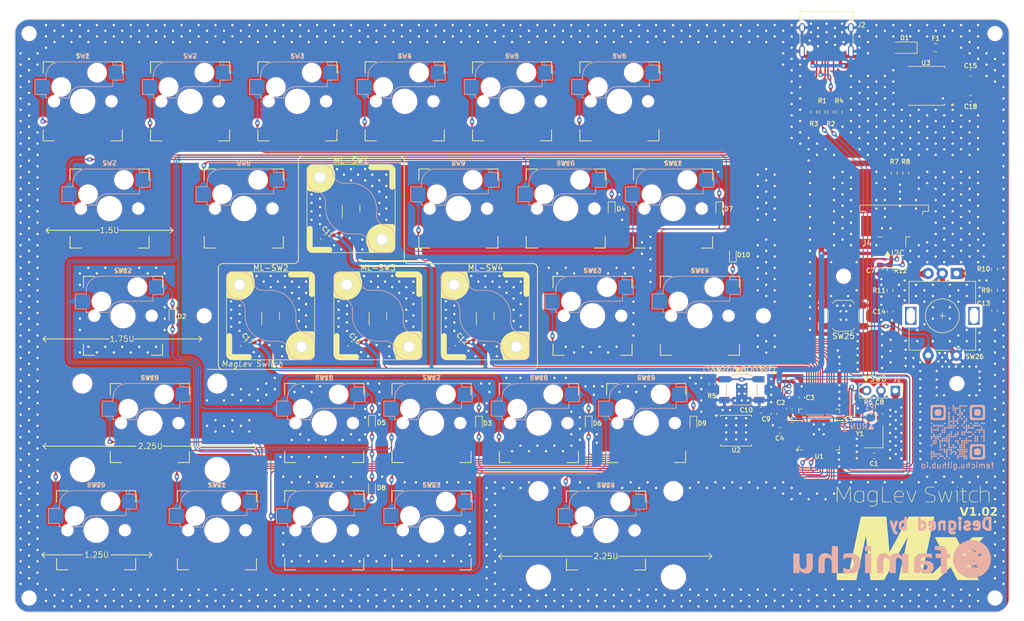
<source format=kicad_pcb>
(kicad_pcb (version 20240108) (generator "pcbnew") (generator_version "8.0")
  (layers (0 "F.Cu" signal) (31 "B.Cu" signal) (34 "B.Paste" user) (35 "F.Paste" user) (36 "B.SilkS" user "B.Silkscreen") (37 "F.SilkS" user "F.Silkscreen") (38 "B.Mask" user) (39 "F.Mask" user) (44 "Edge.Cuts" user))
  (net 0 "")
  (net 1 "GND")
  (net 2 "+5V")
  (net 3 "/XIN")
  (net 4 "+3.3V")
  (net 5 "/RE_A")
  (net 6 "/RE_B")
  (net 7 "Net-(D1-A)")
  (net 8 "/SWC")
  (net 9 "/SWD")
  (net 10 "/SDA")
  (net 11 "/SCL")
  (net 12 "/D-")
  (net 13 "/D+")
  (net 14 "/QSPI_SS")
  (net 15 "/XOUT")
  (net 16 "/SHIFT")
  (net 17 "/SPACE")
  (net 18 "/TAB")
  (net 19 "/1")
  (net 20 "/2")
  (net 21 "/3")
  (net 22 "/4")
  (net 23 "/Q")
  (net 24 "/E")
  (net 25 "Net-(D2-K)")
  (net 26 "/F")
  (net 27 "/BUTTON1")
  (net 28 "Net-(D3-K)")
  (net 29 "+1V1")
  (net 30 "/ROW1")
  (net 31 "/CTRL")
  (net 32 "/ROW2")
  (net 33 "/ALT")
  (net 34 "/W")
  (net 35 "/A")
  (net 36 "/S")
  (net 37 "/D")
  (net 38 "/QSPI_SD3")
  (net 39 "/QSPI_SCLK")
  (net 40 "/QSPI_SD0")
  (net 41 "/QSPI_SD2")
  (net 42 "/QSPI_SD1")
  (net 43 "/5")
  (net 44 "/ROW3")
  (net 45 "/ESC")
  (net 46 "/Fn")
  (net 47 "Net-(C8-Pad1)")
  (net 49 "Net-(J2-D--PadA7)")
  (net 50 "Net-(J2-D+-PadA6)")
  (net 51 "Net-(J2-CC2)")
  (net 53 "Net-(J2-CC1)")
  (net 54 "Net-(R10-Pad1)")
  (net 55 "Net-(R5-Pad2)")
  (net 56 "Net-(R11-Pad1)")
  (net 57 "Net-(TP1-Pin_1)")
  (net 58 "Net-(D4-K)")
  (net 59 "/COL3")
  (net 60 "/COL1")
  (net 61 "/COL2")
  (net 62 "Net-(D5-K)")
  (net 63 "Net-(D6-K)")
  (net 64 "Net-(D7-K)")
  (net 65 "Net-(D8-K)")
  (net 66 "Net-(D9-K)")
  (net 67 "Net-(D10-K)")
  (net 68 "Net-(D1-K)")
  (footprint "Diode_SMD:D_SOD-523" (layer "F.Cu") (at 201.676 84.074 -90)
    (property "Reference" "D7")
    (property "Value" "1SS387")
  )
  (footprint "MX_Hotswap:MX-Hotswap-1U" (layer "F.Cu") (at 184 65)
    (property "Reference" "SW6")
    (property "Value" "SW_Push")
  )
  (footprint "Connector_FFC-FPC:TE_84953-4_1x04-1MP_P1.0mm_Horizontal" (layer "F.Cu") (at 232.641 88.101777 180)
    (property "Reference" "J4")
    (property "Value" "84953-4")
  )
  (footprint "Capacitor_SMD:C_0603_1608Metric" (layer "F.Cu") (at 131.5 89 135)
    (property "Reference" "C11")
    (property "Value" "0.1u")
  )
  (footprint "Diode_SMD:D_SOD-523" (layer "F.Cu") (at 178.562 122.047 -90)
    (property "Reference" "D6")
    (property "Value" "1SS387")
  )
  (footprint "Resistor_SMD:R_0603_1608Metric" (layer "F.Cu") (at 200.421 115.101777 90)
    (property "Reference" "R5")
    (property "Value" "1k")
  )
  (footprint "MountingHole:MountingHole_2.2mm_M2" (layer "F.Cu") (at 79.5 53)
    (property "Reference" "H1" (hide yes))
    (property "Value" "MountingHole")
  )
  (footprint "Crystal:Crystal_SMD_3225-4Pin_3.2x2.5mm" (layer "F.Cu") (at 229.021 124.3925 90)
    (property "Reference" "Y1")
    (property "Value" "NX3225SA-12MHz-STD-CSR-6")
  )
  (footprint "MX_Hotswap:MX-Hotswap-1U" (layer "F.Cu") (at 174.5 84)
    (property "Reference" "SW10")
    (property "Value" "SW_Push")
  )
  (footprint "MountingHole:MountingHole_2.2mm_M2" (layer "F.Cu") (at 79.5 153)
    (property "Reference" "H3" (hide yes))
    (property "Value" "MountingHole")
  )
  (footprint "Diode_SMD:D_SOD-523" (layer "F.Cu") (at 140.208 121.92 -90)
    (property "Reference" "D5")
    (property "Value" "1SS387")
  )
  (footprint "Diode_SMD:D_SOD-523" (layer "F.Cu") (at 182.626 84.074 -90)
    (property "Reference" "D4")
    (property "Value" "1SS387")
  )
  (footprint "Diode_SMD:D_SOD-523" (layer "F.Cu") (at 204.089 92.202 90)
    (property "Reference" "D10")
    (property "Value" "1SS387")
  )
  (footprint "Resistor_SMD:R_0603_1608Metric" (layer "F.Cu") (at 231.921 94.825 90)
    (property "Reference" "R12")
    (property "Value" "10k")
  )
  (footprint "Diode_SMD:D_SOD-123F" (layer "F.Cu") (at 234.5 55.5 180)
    (property "Reference" "D1")
    (property "Value" "RB161MM-20TR")
  )
  (footprint "Connector_PinHeader_2.54mm:PinHeader_1x03_P2.54mm_Vertical" (layer "F.Cu") (at 232.8485 116.25 -90)
    (property "Reference" "J1")
    (property "Value" "Conn_01x03_Pin")
  )
  (footprint "MountingHole:MountingHole_2.2mm_M2" (layer "F.Cu") (at 243.75 115)
    (property "Reference" "H8" (hide yes))
    (property "Value" "MountingHole")
  )
  (footprint "Capacitor_SMD:C_0603_1608Metric" (layer "F.Cu") (at 211.371 120.401777 90)
    (property "Reference" "C9")
    (property "Value" "2.2u")
  )
  (footprint "Resistor_SMD:R_0603_1608Metric" (layer "F.Cu") (at 228.081 120.325 90)
    (property "Reference" "R6")
    (property "Value" "1k")
  )
  (footprint "Capacitor_SMD:C_0603_1608Metric" (layer "F.Cu") (at 117.2815 107.937492 135)
    (property "Reference" "C17")
    (property "Value" "0.1u")
  )
  (footprint "MX_Hotswap:MX-Hotswap-1U" (layer "F.Cu") (at 155.5 84)
    (property "Reference" "SW9")
    (property "Value" "SW_Push")
  )
  (footprint "Capacitor_SMD:C_0603_1608Metric" (layer "F.Cu") (at 229.081 127.825 180)
    (property "Reference" "C1")
    (property "Value" "5.6p")
  )
  (footprint "MX_Hotswap:MX-Hotswap-1U" (layer "F.Cu") (at 108 65)
    (property "Reference" "SW2")
    (property "Value" "SW_Push")
  )
  (footprint "Capacitor_SMD:C_0603_1608Metric" (layer "F.Cu") (at 155.2815 107.937492 135)
    (property "Reference" "C12")
    (property "Value" "0.1u")
  )
  (footprint "MX_Hotswap:MX-Hotswap-1U" (layer "F.Cu") (at 169.75 122)
    (property "Reference" "SW18")
    (property "Value" "SW_Push")
  )
  (footprint "Capacitor_SMD:C_0603_1608Metric" (layer "F.Cu") (at 214.071 119.501777 90)
    (property "Reference" "C2")
    (property "Value" "0.1u")
  )
  (footprint "MX_Hotswap:MX-Hotswap-1U" (layer "F.Cu") (at 131.75 122)
    (property "Reference" "SW16")
    (property "Value" "SW_Push")
  )
  (footprint "Capacitor_SMD:C_0603_1608Metric" (layer "F.Cu") (at 216.271 117.501777 90)
    (property "Reference" "C3")
    (property "Value" "0.1u")
  )
  (footprint "Resistor_SMD:R_0603_1608Metric" (layer "F.Cu") (at 250.421 98.5 -90)
    (property "Reference" "R9")
    (property "Value" "10k")
  )
  (footprint "MountingHole:MountingHole_2.2mm_M2" (layer "F.Cu") (at 110.5 103)
    (property "Reference" "H5" (hide yes))
    (property "Value" "MountingHole")
  )
  (footprint "Button_Switch_SMD:SW_SPST_SKQG_WithStem" (layer "F.Cu") (at 223.671 103 180)
    (property "Reference" "SW25")
    (property "Value" "SKQGAFE010")
  )
  (footprint "MX_Hotswap:MX-Hotswap-1U" (layer "F.Cu") (at 193.5 84)
    (property "Reference" "SW11" (hide yes))
    (property "Value" "SW_Push")
  )
  (footprint "Capacitor_SMD:C_0603_1608Metric" (layer "F.Cu") (at 230.081 120.325 -90)
    (property "Reference" "C8")
    (property "Value" "5.6p")
  )
  (footprint "Resistor_SMD:R_0603_1608Metric" (layer "F.Cu") (at 234.696 77.724 90)
    (property "Reference" "R7")
    (property "Value" "1k")
  )
  (footprint "MountingHole:MountingHole_2.2mm_M2" (layer "F.Cu") (at 223.7 96)
    (property "Reference" "H7" (hide yes))
    (property "Value" "MountingHole")
  )
  (footprint "MX_Hotswap:MX-Hotswap-2.25U" (layer "F.Cu") (at 100.875 122)
    (property "Reference" "SW15" (hide yes))
    (property "Value" "SW_Push")
  )
  (footprint "MX_Hotswap:MX-Hotswap-1U" (layer "F.Cu") (at 89 65)
    (property "Reference" "SW1")
    (property "Value" "SW_Push")
  )
  (footprint "MX_Hotswap:MX-Hotswap-1U" (layer "F.Cu") (at 146 65)
    (property "Reference" "SW4")
    (property "Value" "SW_Push")
  )
  (footprint "Fuse:Fuse_0805_2012Metric" (layer "F.Cu") (at 240 55.5)
    (property "Reference" "F1")
    (property "Value" "Polyfuse")
  )
  (footprint "MagLevSwitch:MagLevSwitch_Up" (layer "F.Cu") (at 141.25 103)
    (property "Reference" "ML-SW3")
    (property "Value" "MagLevSwich")
    (fp_circle (center -5.5 -5.5) (end -4.5 -5.5) (stroke (width 0.12)) (fill none) (layer "Edge.Cuts"))
    (fp_circle (center 5.5 5.5) (end 6.5 5.5) (stroke (width 0.12)) (fill none) (layer "Edge.Cuts"))
  )
  (footprint "Capacitor_SMD:C_0603_1608Metric" (layer "F.Cu") (at 226.221 121.251777 90)
    (property "Reference" "C5")
    (property "Value" "0.1u")
  )
  (footprint "Package_DFN_QFN:QFN-56-1EP_7x7mm_P0.4mm_EP3.2x3.2mm" (layer "F.Cu") (at 219.371 123.15 90)
    (property "Reference" "U1")
    (property "Value" "RP2040")
  )
  (footprint "Capacitor_SMD:C_0603_1608Metric" (layer "F.Cu") (at 246.171 60.001777)
    (property "Reference" "C15")
    (property "Value" "10u")
  )
  (footprint "MagLevSwitch:MagLevSwitch_Up" (layer "F.Cu") (at 136.5 84)
    (property "Reference" "ML-SW1")
    (property "Value" "MagLevSwich")
    (fp_circle (center -5.5 -5.5) (end -4.5 -5.5) (stroke (width 0.12)) (fill none) (layer "Edge.Cuts"))
    (fp_circle (center 5.5 5.5) (end 6.5 5.5) (stroke (width 0.12)) (fill none) (layer "Edge.Cuts"))
  )
  (footprint "MX_Hotswap:MX-Hotswap-1.75U" (layer "F.Cu") (at 96.125 103)
    (property "Reference" "SW12" (hide yes))
    (property "Value" "SW_Push")
  )
  (footprint "Capacitor_SMD:C_0603_1608Metric" (layer "F.Cu") (at 250.421 102.075 -90)
    (property "Reference" "C13")
    (property "Value" "0.01u")
  )
  (footprint "Resistor_SMD:R_0603_1608Metric" (layer "F.Cu") (at 232.664 77.724 90)
    (property "Reference" "R8")
    (property "Value" "1k")
  )
  (footprint "Capacitor_SMD:C_0603_1608Metric" (layer "F.Cu") (at 230.071 94.801777 -90)
    (property "Reference" "C7")
    (property "Value" "0.1u")
  )
  (footprint "Rotary_Encoder:RotaryEncoder_Alps_EC11E-Switch_Vertical_H20mm" (layer "F.Cu") (at 243.671 95.5 -90)
    (property "Reference" "SW26")
    (property "Value" "RotaryEncoder_Switch")
  )
  (footprint "MX_Hotswap:MX-Hotswap-1.25U" (layer "F.Cu") (at 91.375 141)
    (property "Reference" "SW20" (hide yes))
    (property "Value" "SW_Push")
  )
  (footprint "MX_Hotswap:MX-Hotswap-1U" (layer "F.Cu") (at 179.25 103)
    (property "Reference" "SW13" (hide yes))
    (property "Value" "SW_Push")
  )
  (footprint "Diode_SMD:D_SOD-523" (layer "F.Cu") (at 159.131 122.047 -90)
    (property "Reference" "D3")
    (property "Value" "1SS387")
  )
  (footprint "MX_Hotswap:MX-Hotswap-1U" (layer "F.Cu") (at 127 65)
    (property "Reference" "SW3")
    (property "Value" "SW_Push")
  )
  (footprint "MountingHole:MountingHole_2.2mm_M2" (layer "F.Cu") (at 209.5 103)
    (property "Reference" "H6" (hide yes))
    (property "Value" "MountingHole")
  )
  (footprint "Button_Switch_SMD:SW_SPST_SKQG_WithStem" (layer "F.Cu") (at 205.69 116.078 180)
    (property "Reference" "SW27")
    (property "Value" "SKQGAFE010")
  )
  (footprint "Capacitor_SMD:C_0603_1608Metric" (layer "F.Cu") (at 231.921 102.25 -90)
    (property "Reference" "C14")
    (property "Value" "0.01u")
  )
  (footprint "Resistor_SMD:R_0603_1608Metric" (layer "F.Cu") (at 218.421 66.9 90)
    (property "Reference" "R3")
    (property "Value" "5.1k")
  )
  (footprint "Capacitor_SMD:C_0603_1608Metric" (layer "F.Cu") (at 136.2815 107.937492 135)
    (property "Reference" "C16")
    (property "Value" "0.1u")
  )
  (footprint "MX_Hotswap:MX-Hotswap-1U" (layer "F.Cu") (at 198.25 103)
    (property "Reference" "SW14")
    (property "Value" "SW_Push")
  )
  (footprint "MX_Hotswap:MX-Hotswap-1U" (layer "F.Cu") (at 150.75 122)
    (property "Reference" "SW17" (hide yes))
    (property "Value" "SW_Push")
  )
  (footprint "Resistor_SMD:R_0603_1608Metric" (layer "F.Cu") (at 231.921 98.5 -90)
    (property "Reference" "R11")
    (property "Value" "10k")
  )
  (footprint "MX_Hotswap:MX-Hotswap-1U" (layer "F.Cu") (at 188.75 122)
    (property "Reference" "SW19")
    (property "Value" "SW_Push")
  )
  (footprint "MX_Hotswap:MX-Hotswap-1U" (layer "F.Cu") (at 131.75 141)
    (property "Reference" "SW22" (hide yes))
    (property "Value" "SW_Push")
  )
  (footprint "MagLevSwitch:MagLevSwitch_Up" (layer "F.Cu") (at 160.25 103)
    (property "Reference" "ML-SW4")
    (property "Value" "MagLevSwich")
    (fp_circle (center -5.5 -5.5) (end -4.5 -5.5) (stroke (width 0.12)) (fill none) (layer "Edge.Cuts"))
    (fp_circle (center 5.5 5.5) (end 6.5 5.5) (stroke (width 0.12)) (fill none) (layer "Edge.Cuts"))
  )
  (footprint "MX_Hotswap:MX-Hotswap-1.5U" (layer "F.Cu") (at 93.75 84)
    (property "Reference" "SW7")
    (property "Value" "SW_Push")
  )
  (footprint "LOGO:MX_KiCAD" (layer "F.Cu") (at 236 141.5)
    (property "Reference" "G***" (hide yes))
    (property "Value" "LOGO" (hide yes))
  )
  (footprint "MX_Hotswap:MX-Hotswap-1U" (layer "F.Cu") (at 165 65)
    (property "Reference" "SW5")
    (property "Value" "SW_Push")
  )
  (footprint "Diode_SMD:D_SOD-523" (layer "F.Cu") (at 140.208 133.477 90)
    (property "Reference" "D8")
    (property "Value" "1SS387")
  )
  (footprint "MountingHole:MountingHole_2.2mm_M2" (layer "F.Cu") (at 250.5 53)
    (property "Reference" "H2" (hide yes))
    (property "Value" "MountingHole")
  )
  (footprint "Resistor_SMD:R_0603_1608Metric" (layer "F.Cu") (at 222.9 66.9 90)
    (property "Reference" "R4")
    (property "Value" "5.1k")
  )
  (footprint "MagLevSwitch:MagLevSwitch_Up" (layer "F.Cu") (at 122.25 103)
    (property "Reference" "ML-SW2")
    (property "Value" "MagLevSwich")
    (fp_circle (center -5.5 -5.5) (end -4.5 -5.5) (stroke (width 0.12)) (fill none) (layer "Edge.Cuts"))
    (fp_circle (center 5.5 5.5) (end 6.5 5.5) (stroke (width 0.12)) (fill none) (layer "Edge.Cuts"))
  )
  (footprint "MX_Hotswap:MX-Hotswap-1U" (layer "F.Cu") (at 117.5 84)
    (property "Reference" "SW8")
    (property "Value" "SW_Push")
  )
  (footprint "MX_Hotswap:MX-Hotswap-1U" (layer "F.Cu") (at 112.75 141)
    (property "Reference" "SW21" (hide yes))
    (property "Value" "SW_Push")
  )
  (footprint "Connector_USB:USB_C_Receptacle_HRO_TYPE-C-31-M-12" (layer "F.Cu") (at 220.671 53 180)
    (property "Reference" "J2")
    (property "Value" "USB_C_Receptacle_USB2.0")
  )
  (footprint "Resistor_SMD:R_0603_1608Metric" (layer "F.Cu") (at 219.921 66.9 90)
    (property "Reference" "R1")
    (property "Value" "27")
  )
  (footprint "Capacitor_SMD:C_0603_1608Metric" (layer "F.Cu") (at 209.071 119.701777)
    (property "Reference" "C10")
    (property "Value" "0.1u")
  )
  (footprint "Package_SO:SOIC-8_5.23x5.23mm_P1.27mm" (layer "F.Cu") (at 204.671 123.351777)
    (property "Reference" "U2")
    (property "Value" "W25Q16JVSSIM")
  )
  (footprint "MX_Hotswap:MX-Hotswap-1U" (layer "F.Cu") (at 150.75 141)
    (property "Reference" "SW23" (hide yes))
    (property "Value" "SW_Push")
  )
  (footprint "Package_TO_SOT_SMD:TO-252-3_TabPin2" (layer "F.Cu") (at 238.256 62.25 180)
    (property "Reference" "U3")
    (property "Value" "LM1117RS-3.3")
  )
  (footprint "Capacitor_SMD:C_0603_1608Metric" (layer "F.Cu") (at 246.171 64.5 180)
    (property "Reference" "C18")
    (property "Value" "10u")
  )
  (footprint "MX_Hotswap:MX-Hotswap-2.25U" (layer "F.Cu") (at 181.625 141.04)
    (property "Reference" "SW24" (hide yes))
    (property "Value" "SW_Push")
  )
  (footprint "Resistor_SMD:R_0603_1608Metric" (layer "F.Cu") (at 250.421 94.75 90)
    (property "Reference" "R10")
    (property "Value" "10k")
  )
  (footprint "Diode_SMD:D_SOD-523" (layer "F.Cu") (at 104.902 103.124 -90)
    (property "Reference" "D2")
    (property "Value" "1SS387")
  )
  (footprint "MountingHole:MountingHole_2.2mm_M2" (layer "F.Cu") (at 250.5 153)
    (property "Reference" "H4" (hide yes))
    (property "Value" "MountingHole")
  )
  (footprint "Diode_SMD:D_SOD-523" (layer "F.Cu") (at 197.104 122.047 -90)
    (property "Reference" "D9")
    (property "Value" "1SS387")
  )
  (footprint "Capacitor_SMD:C_0603_1608Metric" (layer "F.Cu") (at 212.371 123.301777 180)
    (property "Reference" "C4")
    (property "Value" "0.1u")
  )
  (footprint "Resistor_SMD:R_0603_1608Metric" (layer "F.Cu") (at 221.421 66.9 90)
    (property "Reference" "R2")
    (property "Value" "27")
  )
  (footprint "LOGO:famichu" (layer "B.Cu") (at 246.421 146.101777 180)
    (property "Reference" "G***" (hide yes))
    (property "Value" "LOGO" (hide yes))
  )
  (footprint "TestPoint:TestPoint_Pad_D1.5mm" (layer "B.Cu") (at 228.581 121.001777 180)
    (property "Reference" "TP1")
    (property "Value" "Conn_01x01_Pin")
  )
  (footprint "LOGO:WebQR" (layer "B.Cu") (at 243.921 123.601777 180)
    (property "Reference" "G***" (hide yes))
    (property "Value" "LOGO" (hide yes))
  )
  (footprint "Button_Switch_SMD:SW_SPST_SKQG_WithStem" (layer "B.Cu") (at 205.671 116.101777)
    (property "Reference" "SW28")
    (property "Value" "SKQGAFE010")
  )
  (gr_line (start 119.22 126.601777) (end 119.72 126.101777) (stroke (width 0.15)) (layer "F.SilkS"))
  (gr_line (start 163.135 146.101777) (end 162.635 145.601777) (stroke (width 0.15)) (layer "F.SilkS"))
  (gr_line (start 113 111.75) (end 113 94.53033) (stroke (width 0.15)) (layer "F.SilkS"))
  (gr_line (start 93.707 107.101777) (end 81.957 107.101777) (stroke (width 0.15)) (layer "F.SilkS"))
  (gr_line (start 81.957 107.101777) (end 82.457 106.601777) (stroke (width 0.15)) (layer "F.SilkS"))
  (gr_line (start 145.921 75.5) (end 145.921 80.75) (stroke (width 0.15)) (layer "F.SilkS"))
  (gr_line (start 109.582 107.601777) (end 110.082 107.101777) (stroke (width 0.15)) (layer "F.SilkS"))
  (gr_line (start 104.488 88.351777) (end 104.988 87.851777) (stroke (width 0.15)) (layer "F.SilkS"))
  (gr_line (start 82.457 107.601777) (end 81.957 107.101777) (stroke (width 0.15)) (layer "F.SilkS"))
  (gr_line (start 82.25 145.851777) (end 81.75 145.351777) (stroke (width 0.15)) (layer "F.SilkS"))
  (gr_line (start 179.135 145.601777) (end 162.635 145.601777) (stroke (width 0.15)) (layer "F.SilkS"))
  (gr_line (start 95.488 87.851777) (end 104.988 87.851777) (stroke (width 0.15)) (layer "F.SilkS"))
  (gr_line (start 127.921 74.75) (end 145.171 74.75) (stroke (width 0.15)) (layer "F.SilkS"))
  (gr_line (start 81.97 126.101777) (end 82.47 125.601777) (stroke (width 0.15)) (layer "F.SilkS"))
  (gr_arc (start 168.75 93.75) (mid 169.28033 93.96967) (end 169.5 94.5) (stroke (width 0.15)) (layer "F.SilkS"))
  (gr_line (start 146.671 93.75) (end 168.75 93.75) (stroke (width 0.15)) (layer "F.SilkS"))
  (gr_line (start 145.921 80.75) (end 145.921 93) (stroke (width 0.15)) (layer "F.SilkS"))
  (gr_line (start 200.385 145.601777) (end 199.885 145.101777) (stroke (width 0.15)) (layer "F.SilkS"))
  (gr_arc (start 146.671 93.75) (mid 146.14067 93.53033) (end 145.921 93) (stroke (width 0.15)) (layer "F.SilkS"))
  (gr_line (start 82.488 87.851777) (end 82.988 88.351777) (stroke (width 0.15)) (layer "F.SilkS"))
  (gr_line (start 88.97 145.351777) (end 81.75 145.351777) (stroke (width 0.15)) (layer "F.SilkS"))
  (gr_line (start 81.75 145.351777) (end 82.25 144.851777) (stroke (width 0.15)) (layer "F.SilkS"))
  (gr_line (start 110.082 107.101777) (end 109.582 106.601777) (stroke (width 0.15)) (layer "F.SilkS"))
  (gr_line (start 119.72 126.101777) (end 103.22 126.101777) (stroke (width 0.15)) (layer "F.SilkS"))
  (gr_line (start 127.171 93) (end 127.171 91) (stroke (width 0.15)) (layer "F.SilkS"))
  (gr_line (start 100.75 145.851777) (end 101.25 145.351777) (stroke (width 0.15)) (layer "F.SilkS"))
  (gr_arc (start 145.171 74.75) (mid 145.70133 74.96967) (end 145.921 75.5) (stroke (width 0.15)) (layer "F.SilkS"))
  (gr_line (start 81.957 107.101777) (end 82.457 107.601777) (stroke (width 0.15)) (layer "F.SilkS"))
  (gr_line (start 113.75 93.75) (end 126.421 93.75) (stroke (width 0.15)) (layer "F.SilkS"))
  (gr_line (start 168.75 112.5) (end 111.079 112.5) (stroke (width 0.15)) (layer "F.SilkS"))
  (gr_line (start 81.75 145.351777) (end 82.25 145.851777) (stroke (width 0.15)) (layer "F.SilkS"))
  (gr_line (start 91.988 87.851777) (end 82.488 87.851777) (stroke (width 0.15)) (layer "F.SilkS"))
  (gr_line (start 104.988 87.851777) (end 104.488 87.351777) (stroke (width 0.15)) (layer "F.SilkS"))
  (gr_line (start 127.171 91) (end 127.171 75.5) (stroke (width 0.15)) (layer "F.SilkS"))
  (gr_line (start 110.082 107.101777) (end 98.207 107.101777) (stroke (width 0.15)) (layer "F.SilkS"))
  (gr_line (start 98.47 126.101777) (end 81.97 126.101777) (stroke (width 0.15)) (layer "F.SilkS"))
  (gr_arc (start 169.5 111.75) (mid 169.28033 112.28033) (end 168.75 112.5) (stroke (width 0.15)) (layer "F.SilkS"))
  (gr_line (start 162.635 145.601777) (end 163.135 145.101777) (stroke (width 0.15)) (layer "F.SilkS"))
  (gr_arc (start 113.75 112.5) (mid 113.21967 112.28033) (end 113 111.75) (stroke (width 0.15)) (layer "F.SilkS"))
  (gr_line (start 169.5 94.5) (end 169.5 111.75) (stroke (width 0.15)) (layer "F.SilkS"))
  (gr_arc (start 113 94.53033) (mid 113.228553 93.978553) (end 113.78033 93.75) (stroke (width 0.15)) (layer "F.SilkS"))
  (gr_line (start 82.488 87.851777) (end 82.988 87.351777) (stroke (width 0.15)) (layer "F.SilkS"))
  (gr_line (start 101.25 145.351777) (end 100.75 144.851777) (stroke (width 0.15)) (layer "F.SilkS"))
  (gr_line (start 82.47 126.601777) (end 81.97 126.101777) (stroke (width 0.15)) (layer "F.SilkS"))
  (gr_arc (start 127.171 93) (mid 126.95133 93.53033) (end 126.421 93.75) (stroke (width 0.15)) (layer "F.SilkS"))
  (gr_line (start 199.885 146.101777) (end 200.385 145.601777) (stroke (width 0.15)) (layer "F.SilkS"))
  (gr_line (start 101.25 145.351777) (end 100.75 145.851777) (stroke (width 0.15)) (layer "F.SilkS"))
  (gr_line (start 82.988 88.351777) (end 82.488 87.851777) (stroke (width 0.15)) (layer "F.SilkS"))
  (gr_line (start 119.72 126.101777) (end 119.22 125.601777) (stroke (width 0.15)) (layer "F.SilkS"))
  (gr_line (start 93.97 145.351777) (end 101.25 145.351777) (stroke (width 0.15)) (layer "F.SilkS"))
  (gr_arc (start 127.171 75.5) (mid 127.39067 74.96967) (end 127.921 74.75) (stroke (width 0.15)) (layer "F.SilkS"))
  (gr_line (start 200.385 145.601777) (end 183.885 145.601777) (stroke (width 0.15)) (layer "F.SilkS"))
  (gr_line (start 253 153) (end 253 53) (stroke (width 0.15)) (layer "Edge.Cuts"))
  (gr_line (start 79.5 155.5) (end 250.5 155.5) (stroke (width 0.15)) (layer "Edge.Cuts"))
  (gr_arc (start 253 153) (mid 252.267767 154.767767) (end 250.5 155.5) (stroke (width 0.15)) (layer "Edge.Cuts"))
  (gr_arc (start 250.5 50.5) (mid 252.267767 51.232233) (end 253 53) (stroke (width 0.15)) (layer "Edge.Cuts"))
  (gr_arc (start 77 53) (mid 77.732233 51.232234) (end 79.5 50.5) (stroke (width 0.15)) (layer "Edge.Cuts"))
  (gr_line (start 79.5 50.5) (end 250.5 50.5) (stroke (width 0.15)) (layer "Edge.Cuts"))
  (gr_arc (start 79.5 155.5) (mid 77.732234 154.767767) (end 77 153) (stroke (width 0.15)) (layer "Edge.Cuts"))
  (gr_line (start 77 53) (end 77 153) (stroke (width 0.15)) (layer "Edge.Cuts"))
  (gr_text "famichu" (at 242.671 149.351777 0) (layer "B.SilkS") (effects (font (size 4.5 4.5) (thickness 0.2) (bold yes) (italic yes)) (justify left bottom mirror)))
  (gr_text "▼BOOTSEL" (at 206.248 113.03 0) (layer "B.SilkS") (effects (font (size 1 1)) (justify left bottom mirror)))
  (gr_text "▲RUN" (at 229.271 123.201777 0) (layer "B.SilkS") (effects (font (size 1 1)) (justify left bottom mirror)))
  (gr_text "famichu.github.io" (at 250.421 130.101777 0) (layer "B.SilkS") (effects (font (size 1 1)) (justify left bottom mirror)))
  (gr_text "Designed by" (at 250.421 141.101777 0) (layer "B.SilkS") (effects (font (size 2 2) (thickness 0.5) (bold yes)) (justify left bottom mirror)))
  (gr_text "▲I2C" (at 230.75 92.5 0) (layer "F.SilkS") (effects (font (size 1 1)) (justify left bottom)))
  (gr_text "▼BOOTSEL" (at 204.166 113.101777 0) (layer "F.SilkS") (effects (font (size 1 1)) (justify left bottom)))
  (gr_text "1.75U" (at 95.957 107.101777 0) (layer "F.SilkS") (effects (font (size 1 1) (thickness 0.125))))
  (gr_text "V1.02" (at 244.221 138.684 0) (layer "F.SilkS") (effects (font (size 1.5 1.5) (thickness 0.3) (bold yes)) (justify left bottom)))
  (gr_text "2.25U" (at 100.97 126.101777 0) (layer "F.SilkS") (effects (font (size 1 1) (thickness 0.125))))
  (gr_text "1.5U" (at 93.738 87.851777 0) (layer "F.SilkS") (effects (font (size 1 1) (thickness 0.125))))
  (gr_text "MagLev Switch" (at 113.471 112.1 0) (layer "F.SilkS") (effects (font (size 1 1) (thickness 0.125) (italic yes)) (justify left bottom)))
  (gr_text "2.25U" (at 181.635 145.601777 0) (layer "F.SilkS") (effects (font (size 1 1) (thickness 0.125))))
  (gr_text "1.25U" (at 91.47 145.351777 0) (layer "F.SilkS") (effects (font (size 1 1) (thickness 0.125))))
  (gr_text "▼SWD" (at 226.921 114.75 0) (layer "F.SilkS") (effects (font (size 1 1)) (justify left bottom)))
  (segment (start 153.988607 106.644599) (end 154.733492 107.389484) (width 0.6) (layer "F.Cu") (net 1))
  (segment (start 216.351 56.13) (end 215.291 56.13) (width 0.6) (layer "F.Cu") (net 1))
  (segment (start 130.951992 88.451992) (end 130.207107 87.707107) (width 0.6) (layer "F.Cu") (net 1))
  (segment (start 134.988607 106.644599) (end 135.733492 107.389484) (width 0.6) (layer "F.Cu") (net 1))
  (segment (start 210.871 119.701777) (end 211.296 119.701777) (width 0.6) (layer "F.Cu") (net 1))
  (segment (start 241.171 107.5) (end 243.671 110) (width 1) (layer "F.Cu") (net 1))
  (segment (start 220.321 124.15) (end 220.171 124) (width 0.2) (layer "F.Cu") (net 1))
  (segment (start 228.171 125.1925) (end 229.871 123.4925) (width 0.2) (layer "F.Cu") (net 1))
  (segment (start 226.221 120.476777) (end 226.221 119.401777) (width 0.2) (layer "F.Cu") (net 1))
  (segment (start 229.871 123.2925) (end 229.871 121.31) (width 0.25) (layer "F.Cu") (net 1))
  (segment (start 210.971 118.401777) (end 210.871 118.301777) (width 0.4) (layer "F.Cu") (net 1))
  (segment (start 211.171 122.401777) (end 211.171 122.876777) (width 0.6) (layer "F.Cu") (net 1))
  (segment (start 250.421 102.85) (end 250.421 105.309278) (width 1) (layer "F.Cu") (net 1))
  (segment (start 223.921 57.045) (end 224.486 57.045) (width 0.6) (layer "F.Cu") (net 1))
  (segment (start 223.921 57.045) (end 226.684254 57.045) (width 0.6) (layer "F.Cu") (net 1))
  (segment (start 228.171 125.4925) (end 228.171 127.69) (width 0.2) (layer "F.Cu") (net 1))
  (segment (start 230.071 95.121777) (end 230.071 96.201777) (width 0.4) (layer "F.Cu") (net 1))
  (segment (start 228.171 125.4925) (end 228.171 125.1925) (width 0.2) (layer "F.Cu") (net 1))
  (segment (start 230.071 96.201777) (end 230.371 96.501777) (width 0.4) (layer "F.Cu") (net 1))
  (segment (start 201.071 125.256777) (end 202.567777 125.256777) (width 0.6) (layer "F.Cu") (net 1))
  (segment (start 214.071 118.726777) (end 214.071 117.501777) (width 0.6) (layer "F.Cu") (net 1))
  (segment (start 229.871 123.4925) (end 229.871 123.2925) (width 0.2) (layer "F.Cu") (net 1))
  (segment (start 116.733492 107.389484) (end 115.988607 106.644599) (width 0.6) (layer "F.Cu") (net 1))
  (segment (start 215.016156 56.016156) (end 214.5 55.5) (width 0.6) (layer "F.Cu") (net 1))
  (segment (start 216.271 116.726777) (end 216.271 115.501777) (width 0.6) (layer "F.Cu") (net 1))
  (segment (start 216.351 56.13) (end 216.351 57.045) (width 0.6) (layer "F.Cu") (net 1))
  (segment (start 222.8085 124.15) (end 220.321 124.15) (width 0.2) (layer "F.Cu") (net 1))
  (segment (start 231.921 103.451777) (end 232.271 103.801777) (width 0.4) (layer "F.Cu") (net 1))
  (segment (start 224.991 56.13) (end 224.991 56.54) (width 0.6) (layer "F.Cu") (net 1))
  (segment (start 217.421 57.045) (end 216.351 57.045) (width 0.6) (layer "F.Cu") (net 1))
  (segment (start 241.171 95.5) (end 241.171 107.5) (width 1) (layer "F.Cu") (net 1))
  (segment (start 210.871 118.301777) (end 210.871 119.701777) (width 0.4) (layer "F.Cu") (net 1))
  (segment (start 209.846 119.701777) (end 210.871 119.701777) (width 0.6) (layer "F.Cu") (net 1))
  (via (at 130.5 131.5) (size 0.8) (drill 0.4) (layers "F.Cu" "B.Cu") (net 1))
  (via (at 204.671 122.403554) (size 0.8) (drill 0.4) (layers "F.Cu" "B.Cu") (net 1))
  (via (at 118.5 151.5) (size 0.8) (drill 0.4) (layers "F.Cu" "B.Cu") (net 1))
  (via (at 199.5 151.5) (size 0.8) (drill 0.4) (layers "F.Cu" "B.Cu") (net 1))
  (via (at 247.5 71.5) (size 0.8) (drill 0.4) (layers "F.Cu" "B.Cu") (net 1))
  (via (at 226.221 119.401777) (size 0.8) (drill 0.4) (layers "F.Cu" "B.Cu") (net 1))
  (via (at 198 52.5) (size 0.8) (drill 0.4) (layers "F.Cu" "B.Cu") (net 1))
  (via (at 78 130.5) (size 0.8) (drill 0.4) (layers "F.Cu" "B.Cu") (net 1))
  (via (at 237.271 121.401777) (size 0.8) (drill 0.4) (layers "F.Cu" "B.Cu") (net 1))
  (via (at 102 94.5) (size 0.8) (drill 0.4) (layers "F.Cu" "B.Cu") (net 1))
  (via (at 115.5 117) (size 0.8) (drill 0.4) (layers "F.Cu" "B.Cu") (net 1))
  (via (at 160.5 151.5) (size 0.8) (drill 0.4) (layers "F.Cu" "B.Cu") (net 1))
  (via (at 214.5 59.5) (size 0.8) (drill 0.4) (layers "F.Cu" "B.Cu") (net 1))
  (via (at 116.7815 101.187492) (size 0.8) (drill 0.4) (layers "F.Cu" "B.Cu") (net 1))
  (via (at 165.2815 103.937492) (size 0.8) (drill 0.4) (layers "F.Cu" "B.Cu") (net 1))
  (via (at 210 89.5) (size 0.8) (drill 0.4) (layers "F.Cu" "B.Cu") (net 1))
  (via (at 134.2815 104.937492) (size 0.8) (drill 0.4) (layers "F.Cu" "B.Cu") (net 1))
  (via (at 202.5 133.5) (size 0.8) (drill 0.4) (layers "F.Cu" "B.Cu") (net 1))
  (via (at 224.171 102.201777) (size 0.8) (drill 0.4) (layers "F.Cu" "B.Cu") (net 1))
  (via (at 166.5315 98.937492) (size 0.8) (drill 0.4) (layers "F.Cu" "B.Cu") (net 1))
  (via (at 105 54.5) (size 0.8) (drill 0.4) (layers "F.Cu" "B.Cu") (net 1))
  (via (at 247.75 109) (size 0.8) (drill 0.4) (layers "F.Cu" "B.Cu") (net 1))
  (via (at 177 123) (size 0.8) (drill 0.4) (layers "F.Cu" "B.Cu") (net 1))
  (via (at 81 78.5) (size 0.8) (drill 0.4) (layers "F.Cu" "B.Cu") (net 1))
  (via (at 78 150.5) (size 0.8) (drill 0.4) (layers "F.Cu" "B.Cu") (net 1))
  (via (at 179 109.5) (size 0.8) (drill 0.4) (layers "F.Cu" "B.Cu") (net 1))
  (via (at 240 72.5) (size 0.8) (drill 0.4) (layers "F.Cu" "B.Cu") (net 1))
  (via (at 240 154.5) (size 0.8) (drill 0.4) (layers "F.Cu" "B.Cu") (net 1))
  (via (at 244.5 53.5) (size 0.8) (drill 0.4) (layers "F.Cu" "B.Cu") (net 1))
  (via (at 225 84.5) (size 0.8) (drill 0.4) (layers "F.Cu" "B.Cu") (net 1))
  (via (at 172.5 51.5) (size 0.8) (drill 0.4) (layers "F.Cu" "B.Cu") (net 1))
  (via (at 244.5 81.5) (size 0.8) (drill 0.4) (layers "F.Cu" "B.Cu") (net 1))
  (via (at 126 52.5) (size 0.8) (drill 0.4) (layers "F.Cu" "B.Cu") (net 1))
  (via (at 155.5 132.5) (size 0.8) (drill 0.4) (layers "F.Cu" "B.Cu") (net 1))
  (via (at 129.5 86) (size 0.8) (drill 0.4) (layers "F.Cu" "B.Cu") (net 1))
  (via (at 127.5 124) (size 0.8) (drill 0.4) (layers "F.Cu" "B.Cu") (net 1))
  (via (at 211.5 94.5) (size 0.8) (drill 0.4) (layers "F.Cu" "B.Cu") (net 1))
  (via (at 230.5 108.25) (size 0.8) (drill 0.4) (layers "F.Cu" "B.Cu") (net 1))
  (via (at 217.5 71.5) (size 0.8) (drill 0.4) (layers "F.Cu" "B.Cu") (net 1))
  (via (at 228 154.5) (size 0.8) (drill 0.4) (layers "F.Cu" "B.Cu") (net 1))
  (via (at 247.771 116.201777) (size 0.8) (drill 0.4) (layers "F.Cu" "B.Cu") (net 1))
  (via (at 241.5 85.5) (size 0.8) (drill 0.4) (layers "F.Cu" "B.Cu") (net 1))
  (via (at 219 134.5) (size 0.8) (drill 0.4) (layers "F.Cu" "B.Cu") (net 1))
  (via (at 210 81) (size 0.8) (drill 0.4) (layers "F.Cu" "B.Cu") (net 1))
  (via (at 210.871 117.001777) (size 0.8) (drill 0.4) (layers "F.Cu" "B.Cu") (net 1))
  (via (at 141.5 83) (size 0.8) (drill 0.4) (layers "F.Cu" "B.Cu") (net 1))
  (via (at 171 127) (size 0.8) (drill 0.4) (layers "F.Cu" "B.Cu") (net 1))
  (via (at 214.5 65.5) (size 0.8) (drill 0.4) (layers "F.Cu" "B.Cu") (net 1))
  (via (at 187.5 133.5) (size 0.8) (drill 0.4) (layers "F.Cu" "B.Cu") (net 1))
  (via (at 223.421 51.25) (size 0.8) (drill 0.4) (layers "F.Cu" "B.Cu") (net 1))
  (via (at 225 88.5) (size 0.8) (drill 0.4) (layers "F.Cu" "B.Cu") (net 1))
  (via (at 232.5 67.5) (size 0.8) (drill 0.4) (layers "F.Cu" "B.Cu") (net 1))
  (via (at 128 115.5) (size 0.8) (drill 0.4) (layers "F.Cu" "B.Cu") (net 1))
  (via (at 207 52.5) (size 0.8) (drill 0.4) (layers "F.Cu" "B.Cu") (net 1))
  (via (at 133.5 51.5) (size 0.8) (drill 0.4) (layers "F.Cu" "B.Cu") (net 1))
  (via (at 78 118.5) (size 0.8) (drill 0.4) (layers "F.Cu" "B.Cu") (net 1))
  (via (at 223.5 151.5) (size 0.8) (drill 0.4) (layers "F.Cu" "B.Cu") (net 1))
  (via (at 79.5 95.5) (size 0.8) (drill 0.4) (layers "F.Cu" "B.Cu") (net 1))
  (via (at 78 110.5) (size 0.8) (drill 0.4) (layers "F.Cu" "B.Cu") (net 1))
  (via (at 239.5 101.5) (size 0.8) (drill 0.4) (layers "F.Cu" "B.Cu") (net 1))
  (via (at 222 88.5) (size 0.8) (drill 0.4) (layers "F.Cu" "B.Cu") (net 1))
  (via (at 232.921 121.5) (size 0.8) (drill 0.4) (layers "F.Cu" "B.Cu") (net 1))
  (via (at 240 90.5) (size 0.8) (drill 0.4) (layers "F.Cu" "B.Cu") (net 1))
  (via (at 166.5315 102.937492) (size 0.8) (drill 0.4) (layers "F.Cu" "B.Cu") (net 1))
  (via (at 78 108.5) (size 0.8) (drill 0.4) (layers "F.Cu" "B.Cu") (net 1))
  (via (at 222 134.5) (size 0.8) (drill 0.4) (layers "F.Cu" "B.Cu") (net 1))
  (via (at 252 86.5) (size 0.8) (drill 0.4) (layers "F.Cu" "B.Cu") (net 1))
  (via (at 105 52.5) (size 0.8) (drill 0.4) (layers "F.Cu" "B.Cu") (net 1))
  (via (at 180.5 108.5) (size 0.8) (drill 0.4) (layers "F.Cu" "B.Cu") (net 1))
  (via (at 133.5 90.5) (size 0.8) (drill 0.4) (layers "F.Cu" "B.Cu") (net 1))
  (via (at 103.5 53.5) (size 0.8) (drill 0.4) (layers "F.Cu" "B.Cu") (net 1))
  (via (at 139.5 153.5) (size 0.8) (drill 0.4) (layers "F.Cu" "B.Cu") (net 1))
  (via (at 87 154.5) (size 0.8) (drill 0.4) (layers "F.Cu" "B.Cu") (net 1))
  (via (at 88.5 105.5) (size 0.8) (drill 0.4) (layers "F.Cu" "B.Cu") (net 1))
  (via (at 189.5 89) (size 0.8) (drill 0.4) (layers "F.Cu" "B.Cu") (net 1))
  (via (at 214.5 133.5) (size 0.8) (drill 0.4) (layers "F.Cu" "B.Cu") (net 1))
  (via (at 223.5 69.5) (size 0.8) (drill 0.4) (layers "F.Cu" "B.Cu") (net 1))
  (via (at 246 74.5) (size 0.8) (drill 0.4) (layers "F.Cu" "B.Cu") (net 1))
  (via (at 139.5 51.5) (size 0.8) (drill 0.4) (layers "F.Cu" "B.Cu") (net 1))
  (via (at 232.271 103.801777) (size 0.8) (drill 0.4) (layers "F.Cu" "B.Cu") (net 1))
  (via (at 160.5 149.5) (size 0.8) (drill 0.4) (layers "F.Cu" "B.Cu") (net 1))
  (via (at 147.5315 102.937492) (size 0.8) (drill 0.4) (layers "F.Cu" "B.Cu") (net 1))
  (via (at 213 58.5) (size 0.8) (drill 0.4) (layers "F.Cu" "B.Cu") (net 1))
  (via (at 220.5 73.5) (size 0.8) (drill 0.4) (layers "F.Cu" "B.Cu") (net 1))
  (via (at 171 52.5) (size 0.8) (drill 0.4) (layers "F.Cu" "B.Cu") (net 1))
  (via (at 163.5 51.5) (size 0.8) (drill 0.4) (layers "F.Cu" "B.Cu") (net 1))
  (via (at 238 100.5) (size 0.8) (drill 0.4) (layers "F.Cu" "B.Cu") (net 1))
  (via (at 183.5 108.5) (size 0.8) (drill 0.4) (layers "F.Cu" "B.Cu") (net 1))
  (via (at 78 90.5) (size 0.8) (drill 0.4) (layers "F.Cu" "B.Cu") (net 1))
  (via (at 153 54.5) (size 0.8) (drill 0.4) (layers "F.Cu" "B.Cu") (net 1))
  (via (at 116.7815 104.187492) (size 0.8) (drill 0.4) (layers "F.Cu" "B.Cu") (net 1))
  (via (at 214.5 69.5) (size 0.8) (drill 0.4) (layers "F.Cu" "B.Cu") (net 1))
  (via (at 93 52.5) (size 0.8) (drill 0.4) (layers "F.Cu" "B.Cu") (net 1))
  (via (at 226.021 127.101777) (size 0.8) (drill 0.4) (layers "F.Cu" "B.Cu") (net 1))
  (via (at 206.171 116.801777) (size 0.8) (drill 0.4) (layers "F.Cu" "B.Cu") (net 1))
  (via (at 247.771 115.101777) (size 0.8) (drill 0.4) (layers "F.Cu" "B.Cu") (net 1))
  (via (at 142.5 51.5) (size 0.8) (drill 0.4) (layers "F.Cu" "B.Cu") (net 1))
  (via (at 81 82.5) (size 0.8) (drill 0.4) (layers "F.Cu" "B.Cu") (net 1))
  (via (at 165.2815 99.937492) (size 0.8) (drill 0.4) (layers "F.Cu" "B.Cu") (net 1))
  (via (at 109.5 153.5) (size 0.8) (drill 0.4) (layers "F.Cu" "B.Cu") (net 1))
  (via (at 233.921 128.25) (size 0.8) (drill 0.4) (layers "F.Cu" "B.Cu") (net 1))
  (via (at 175.5 124) (size 0.8) (drill 0.4) (layers "F.Cu" "B.Cu") (net 1))
  (via (at 233.5 99.5) (size 0.8) (drill 0.4) (layers "F.Cu" "B.Cu") (net 1))
  (via (at 248.5 90.5) (size 0.8) (drill 0.4) (layers "F.Cu" "B.Cu") (net 1))
  (via (at 91.5 109.5) (size 0.8) (drill 0.4) (layers "F.Cu" "B.Cu") (net 1))
  (via (at 120 118) (size 0.8) (drill 0.4) (layers "F.Cu" "B.Cu") (net 1))
  (via (at 250.5 137.5) (size 0.8) (drill 0.4) (layers "F.Cu" "B.Cu") (net 1))
  (via (at 79.5 71.5) (size 0.8) (drill 0.4) (layers "F.Cu" "B.Cu") (net 1))
  (via (at 222.171 53.5) (size 0.8) (drill 0.4) (layers "F.Cu" "B.Cu") (net 1))
  (via (at 249 56.5) (size 0.8) (drill 0.4) (layers "F.Cu" "B.Cu") (net 1))
  (via (at 142.75 80) (size 0.8) (drill 0.4) (layers "F.Cu" "B.Cu") (net 1))
  (via (at 238.5 90) (size 0.8) (drill 0.4) (layers "F.Cu" "B.Cu") (net 1))
  (via (at 243 86.5) (size 0.8) (drill 0.4) (layers "F.Cu" "B.Cu") (net 1))
  (via (at 165 152.5) (size 0.8) (drill 0.4) (layers "F.Cu" "B.Cu") (net 1))
  (via (at 233.921 125.25) (size 0.8) (drill 0.4) (layers "F.Cu" "B.Cu") (net 1))
  (via (at 184.5 53.5) (size 0.8) (drill 0.4) (layers "F.Cu" "B.Cu") (net 1))
  (via (at 210.871 118.301777) (size 0.8) (drill 0.4) (layers "F.Cu" "B.Cu") (net 1))
  (via (at 225 82.5) (size 0.8) (drill 0.4) (layers "F.Cu" "B.Cu") (net 1))
  (via (at 240 80.5) (size 0.8) (drill 0.4) (layers "F.Cu" "B.Cu") (net 1))
  (via (at 126 152.5) (size 0.8) (drill 0.4) (layers "F.Cu" "B.Cu") (net 1))
  (via (at 235.5 71.5) (size 0.8) (drill 0.4) (layers "F.Cu" "B.Cu") (net 1))
  (via (at 79.5 107.5) (size 0.8) (drill 0.4) (layers "F.Cu" "B.Cu") (net 1))
  (via (at 78 86.5) (size 0.8) (drill 0.4) (layers "F.Cu" "B.Cu") (net 1))
  (via (at 246 84.5) (size 0.8) (drill 0.4) (layers "F.Cu" "B.Cu") (net 1))
  (via (at 252 108.5) (size 0.8) (drill 0.4) (layers "F.Cu" "B.Cu") (net 1))
  (via (at 78 70.5) (size 0.8) (drill 0.4) (layers "F.Cu" "B.Cu") (net 1))
  (via (at 90 94.5) (size 0.8) (drill 0.4) (layers "F.Cu" "B.Cu") (net 1))
  (via (at 217.5 151.5) (size 0.8) (drill 0.4) (layers "F.Cu" "B.Cu") (net 1))
  (via (at 114 152.5) (size 0.8) (drill 0.4) (layers "F.Cu" "B.Cu") (net 1))
  (via (at 143.2815 108.437492) (size 0.8) (drill 0.4) (layers "F.Cu" "B.Cu") (net 1))
  (via (at 163.5 151.5) (size 0.8) (drill 0.4) (layers "F.Cu" "B.Cu") (net 1))
  (via (at 186 154.5) (size 0.8) (drill 0.4) (layers "F.Cu" "B.Cu") (net 1))
  (via (at 235.5 69.5) (size 0.8) (drill 0.4) (layers "F.Cu" "B.Cu") (net 1))
  (via (at 157.5 53.5) (size 0.8) (drill 0.4) (layers "F.Cu" "B.Cu") (net 1))
  (via (at 222 80.5) (size 0.8) (drill 0.4) (layers "F.Cu" "B.Cu") (net 1))
  (via (at 247.5 87.5) (size 0.8) (drill 0.4) (layers "F.Cu" "B.Cu") (net 1))
  (via (at 88.5 53.5) (size 0.8) (drill 0.4) (layers "F.Cu" "B.Cu") (net 1))
  (via (at 225 90.5) (size 0.8) (drill 0.4) (layers "F.Cu" "B.Cu") (net 1))
  (via (at 79.5 119.5) (size 0.8) (drill 0.4) (layers "F.Cu" "B.Cu") (net 1))
  (via (at 226 98.5) (size 0.8) (drill 0.4) (layers "F.Cu" "B.Cu") (net 1))
  (via (at 202.5 51.5) (size 0.8) (drill 0.4) (layers "F.Cu" "B.Cu") (net 1))
  (via (at 161 116.5) (size 0.8) (drill 0.4) (layers "F.Cu" "B.Cu") (net 1))
  (via (at 120 152.5) (size 0.8) (drill 0.4) (layers "F.Cu" "B.Cu") (net 1))
  (via (at 162 152.5) (size 0.8) (drill 0.4) (layers "F.Cu" "B.Cu") (net 1))
  (via (at 81 148.5) (size 0.8) (drill 0.4) (layers "F.Cu" "B.Cu") (net 1))
  (via (at 242.5 101.5) (size 0.8) (drill 0.4) (layers "F.Cu" "B.Cu") (net 1))
  (via (at 216 64.5) (size 0.8) (drill 0.4) (layers "F.Cu" "B.Cu") (net 1))
  (via (at 241.5 151.5) (size 0.8) (drill 0.4) (layers "F.Cu" "B.Cu") (net 1))
  (via (at 228 56.5) (size 0.8) (drill 0.4) (layers "F.Cu" "B.Cu") (net 1))
  (via (at 238.5 153.5) (size 0.8) (drill 0.4) (layers "F.Cu" "B.Cu") (net 1))
  (via (at 90 108.5) (size 0.8) (drill 0.4) (layers "F.Cu" "B.Cu") (net 1))
  (via (at 213 52.5) (size 0.8) (drill 0.4) (layers "F.Cu" "B.Cu") (net 1))
  (via (at 157.7815 95.937492) (size 0.8) (drill 0.4) (layers "F.Cu" "B.Cu") (net 1))
  (via (at 210.871 115.601777) (size 0.8) (drill 0.4) (layers "F.Cu" "B.Cu") (net 1))
  (via (at 154.7815 104.187492) (size 0.8) (drill 0.4) (layers "F.Cu" "B.Cu") (net 1))
  (via (at 162.7815 97.937492) (size 0.8) (drill 0.4) (layers "F.Cu" "B.Cu") (net 1))
  (via (at 233.68 81.026) (size 0.8) (drill 0.4) (layers "F.Cu" "B.Cu") (net 1))
  (via (at 246 86.5) (size 0.8) (drill 0.4) (layers "F.Cu" "B.Cu") (net 1))
  (via (at 192 154.5) (size 0.8) (drill 0.4) (layers "F.Cu" "B.Cu") (net 1))
  (via (at 121.0315 96.937492) (size 0.8) (drill 0.4) (layers "F.Cu" "B.Cu") (net 1))
  (via (at 252 100.5) (size 0.8) (drill 0.4) (layers "F.Cu" "B.Cu") (net 1))
  (via (at 236.5 99.5) (size 0.8) (drill 0.4) (layers "F.Cu" "B.Cu") (net 1))
  (via (at 250.5 141.5) (size 0.8) (drill 0.4) (layers "F.Cu" "B.Cu") (net 1))
  (via (at 111 118) (size 0.8) (drill 0.4) (layers "F.Cu" "B.Cu") (net 1))
  (via (at 147.5315 100.937492) (size 0.8) (drill 0.4) (layers "F.Cu" "B.Cu") (net 1))
  (via (at 79.5 113.5) (size 0.8) (drill 0.4) (layers "F.Cu" "B.Cu") (net 1))
  (via (at 176 109.5) (size 0.8) (drill 0.4) (layers "F.Cu" "B.Cu") (net 1))
  (via (at 206.771 118.001777) (size 0.8) (drill 0.4) (layers "F.Cu" "B.Cu") (net 1))
  (via (at 238.5 69.5) (size 0.8) (drill 0.4) (layers "F.Cu" "B.Cu") (net 1))
  (via (at 151.5 151.5) (size 0.8) (drill 0.4) (layers "F.Cu" "B.Cu") (net 1))
  (via (at 250.5 133.5) (size 0.8) (drill 0.4) (layers "F.Cu" "B.Cu") (net 1))
  (via (at 214.5 55.5) (size 0.8) (drill 0.4) (layers "F.Cu" "B.Cu") (net 1))
  (via (at 109.5 51.5) (size 0.8) (drill 0.4) (layers "F.Cu" "B.Cu") (net 1))
  (via (at 243 78.5) (size 0.8) (drill 0.4) (layers "F.Cu" "B.Cu") (net 1))
  (via (at 139.5315 110.187492) (size 0.8) (drill 0.4) (layers "F.Cu" "B.Cu") (net 1))
  (via (at 208.5 78) (size 0.8) (drill 0.4) (layers "F.Cu" "B.Cu") (net 1))
  (via (at 229.5 61.5) (size 0.8) (drill 0.4) (layers "F.Cu" "B.Cu") (net 1))
  (via (at 241.671 109.601777) (size 0.8) (drill 0.4) (layers "F.Cu" "B.Cu") (net 1))
  (via (at 237.271 115.75) (size 0.8) (drill 0.4) (layers "F.Cu" "B.Cu") (net 1))
  (via (at 162.7815 95.937492) (size 0.8) (drill 0.4) (layers "F.Cu" "B.Cu") (net 1))
  (via (at 151.5 53.5) (size 0.8) (drill 0.4) (layers "F.Cu" "B.Cu") (net 1))
  (via (at 161 115) (size 0.8) (drill 0.4) (layers "F.Cu" "B.Cu") (net 1))
  (via (at 244.5 51.5) (size 0.8) (drill 0.4) (layers "F.Cu" "B.Cu") (net 1))
  (via (at 112.5 123.5) (size 0.8) (drill 0.4) (layers "F.Cu" "B.Cu") (net 1))
  (via (at 79.5 63.5) (size 0.8) (drill 0.4) (layers "F.Cu" "B.Cu") (net 1))
  (via (at 166.5 133.5) (size 0.8) (drill 0.4) (layers "F.Cu" "B.Cu") (net 1))
  (via (at 142 131.5) (size 0.8) (drill 0.4) (layers "F.Cu" "B.Cu") (net 1))
  (via (at 244.5 89.5) (size 0.8) (drill 0.4) (layers "F.Cu" "B.Cu") (net 1))
  (via (at 252 90.5) (size 0.8) (drill 0.4) (layers "F.Cu" "B.Cu") (net 1))
  (via (at 172.5 53.5) (size 0.8) (drill 0.4) (layers "F.Cu" "B.Cu") (net 1))
  (via (at 164.0315 96.937492) (size 0.8) (drill 0.4) (layers "F.Cu" "B.Cu") (net 1))
  (via (at 126 125) (size 0.8) (drill 0.4) (layers "F.Cu" "B.Cu") (net 1))
  (via (at 126 54.5) (size 0.8) (drill 0.4) (layers "F.Cu" "B.Cu") (net 1))
  (via (at 252 58.5) (size 0.8) (drill 0.4) (layers "F.Cu" "B.Cu") (net 1))
  (via (at 208.5 98.5) (size 0.8) (drill 0.4) (layers "F.Cu" "B.Cu") (net 1))
  (via (at 84 52.5) (size 0.8) (drill 0.4) (layers "F.Cu" "B.Cu") (net 1))
  (via (at 129.5 83) (size 0.8) (drill 0.4) (layers "F.Cu" "B.Cu") (net 1))
  (via (at 174 54.5) (size 0.8) (drill 0.4) (layers "F.Cu" "B.Cu") (net 1))
  (via (at 106.5 53.5) (size 0.8) (drill 0.4) (layers "F.Cu" "B.Cu") (net 1))
  (via (at 79.5 147.5) (size 0.8) (drill 0.4) (layers "F.Cu" "B.Cu") (net 1))
  (via (at 225 70.5) (size 0.8) (drill 0.4) (layers "F.Cu" "B.Cu") (net 1))
  (via (at 138.7815 95.937492) (size 0.8) (drill 0.4) (layers "F.Cu" "B.Cu") (net 1))
  (via (at 81 58.5) (size 0.8) (drill 0.4) (layers "F.Cu" "B.Cu") (net 1))
  (via (at 230.371 97.501777) (size 0.8) (drill 0.4) (layers "F.Cu" "B.Cu") (net 1))
  (via (at 154.5 151.5) (size 0.8) (drill 0.4) (layers "F.Cu" "B.Cu") (net 1))
  (via (at 244.5 83.5) (size 0.8) (drill 0.4) (layers "F.Cu" "B.Cu") (net 1))
  (via (at 123 154.5) (size 0.8) (drill 0.4) (layers "F.Cu" "B.Cu") (net 1))
  (via (at 168 54.5) (size 0.8) (drill 0.4) (layers "F.Cu" "B.Cu") (net 1))
  (via (at 211.5 133.5) (size 0.8) (drill 0.4) (layers "F.Cu" "B.Cu") (net 1))
  (via (at 100.5 95.5) (size 0.8) (drill 0.4) (layers "F.Cu" "B.Cu") (net 1))
  (via (at 78 112.5) (size 0.8) (drill 0.4) (layers "F.Cu" "B.Cu") (net 1))
  (via (at 219.171 55.25) (size 0.8) (drill 0.4) (layers "F.Cu" "B.Cu") (net 1))
  (via (at 94.5 109.5) (size 0.8) (drill 0.4) (layers "F.Cu" "B.Cu") (net 1))
  (via (at 159 152.5) (size 0.8) (drill 0.4) (layers "F.Cu" "B.Cu") (net 1))
  (via (at 205.182 115.57) (size 0.8) (drill 0.4) (layers "F.Cu" "B.Cu") (net 1))
  (via (at 247.5 81.5) (size 0.8) (drill 0.4) (layers "F.Cu" "B.Cu") (net 1))
  (via (at 240.171 115.701777) (size 0.8) (drill 0.4) (layers "F.Cu" "B.Cu") (net 1))
  (via (at 222.171 52) (size 0.8) (drill 0.4) (layers "F.Cu" "B.Cu") (net 1))
  (via (at 226.5 67.5) (size 0.8) (drill 0.4) (layers "F.Cu" "B.Cu") (net 1))
  (via (at 252 138.5) (size 0.8) (drill 0.4) (layers "F.Cu" "B.Cu") (net 1))
  (via (at 250.5 135.5) (size 0.8) (drill 0.4) (layers "F.Cu" "B.Cu") (net 1))
  (via (at 220.5 153.5) (size 0.8) (drill 0.4) (layers "F.Cu" "B.Cu") (net 1))
  (via (at 128.5315 100.937492) (size 0.8) (drill 0.4) (layers "F.Cu" "B.Cu") (net 1))
  (via (at 250.5 105.5) (size 0.8) (drill 0.4) (layers "F.Cu" "B.Cu") (net 1))
  (via (at 79.5 97.5) (size 0.8) (drill 0.4) (layers "F.Cu" "B.Cu") (net 1))
  (via (at 165 132.5) (size 0.8) (drill 0.4) (layers "F.Cu" "B.Cu") (net 1))
  (via (at 88.5 51.5) (size 0.8) (drill 0.4) (layers "F.Cu" "B.Cu") (net 1))
  (via (at 226.5 65.5) (size 0.8) (drill 0.4) (layers "F.Cu" "B.Cu") (net 1))
  (via (at 147 146.5) (size 0.8) (drill 0.4) (layers "F.Cu" "B.Cu") (net 1))
  (via (at 193.5 53.5) (size 0.8) (drill 0.4) (layers "F.Cu" "B.Cu") (net 1))
  (via (at 160.5 51.5) (size 0.8) (drill 0.4) (layers "F.Cu" "B.Cu") (net 1))
  (via (at 252 94.5) (size 0.8) (drill 0.4) (layers "F.Cu" "B.Cu") (net 1))
  (via (at 79.5 101.5) (size 0.8) (drill 0.4) (layers "F.Cu" "B.Cu") (net 1))
  (via (at 226.171 106.301777) (size 0.8) (drill 0.4) (layers "F.Cu" "B.Cu") (net 1))
  (via (at 199.5 153.5) (size 0.8) (drill 0.4) (layers "F.Cu" "B.Cu") (net 1))
  (via (at 117 116) (size 0.8) (drill 0.4) (layers "F.Cu" "B.Cu") (net 1))
  (via (at 250.5 125.5) (size 0.8) (drill 0.4) (layers "F.Cu" "B.Cu") (net 1))
  (via (at 237 132.5) (size 0.8) (drill 0.4) (layers "F.Cu" "B.Cu") (net 1))
  (via (at 105 152.5) (size 0.8) (drill 0.4) (layers "F.Cu" "B.Cu") (net 1))
  (via (at 204.671 121.153554) (size 0.8) (drill 0.4) (layers "F.Cu" "B.Cu") (net 1))
  (via (at 236.5 82.5) (size 0.8) (drill 0.4) (layers "F.Cu" "B.Cu") (net 1))
  (via (at 184.5 133.5) (size 0.8) (drill 0.4) (layers "F.Cu" "B.Cu") (net 1))
  (via (at 216 154.5) (size 0.8) (drill 0.4) (layers "F.Cu" "B.Cu") (net 1))
  (via (at 246 82.5) (size 0.8) (drill 0.4) (layers "F.Cu" "B.Cu") (net 1))
  (via (at 202.5 53.5) (size 0.8) (drill 0.4) (layers "F.Cu" "B.Cu") (net 1))
  (via (at 241.5 69.5) (size 0.8) (drill 0.4) (layers "F.Cu" "B.Cu") (net 1))
  (via (at 157.5 132.5) (size 0.8) (drill 0.4) (layers "F.Cu" "B.Cu") (net 1))
  (via (at 226.5 69.5) (size 0.8) (drill 0.4) (layers "F.Cu" "B.Cu") (net 1))
  (via (at 177 132.5) (size 0.8) (drill 0.4) (layers "F.Cu" "B.Cu") (net 1))
  (via (at 252 72.5) (size 0.8) (drill 0.4) (layers "F.Cu" "B.Cu") (net 1))
  (via (at 78 132.5) (size 0.8) (drill 0.4) (layers "F.Cu" "B.Cu") (net 1))
  (via (at 165 127) (size 0.8) (drill 0.4) (layers "F.Cu" "B.Cu") (net 1))
  (via (at 81 120.5) (size 0.8) (drill 0.4) (layers "F.Cu" "B.Cu") (net 1))
  (via (at 190.5 151.5) (size 0.8) (drill 0.4) (layers "F.Cu" "B.Cu") (net 1))
  (via (at 126 128) (size 0.8) (drill 0.4) (layers "F.Cu" "B.Cu") (net 1))
  (via (at 217.5 75.5) (size 0.8) (drill 0.4) (layers "F.Cu" "B.Cu") (net 1))
  (via (at 240.171 112.801777) (size 0.8) (drill 0.4) (layers "F.Cu" "B.Cu") (net 1))
  (via (at 220.171 124) (size 0.8) (drill 0.4) (layers "F.Cu" "B.Cu") (net 1))
  (via (at 102 152.5) (size 0.8) (drill 0.4) (layers "F.Cu" "B.Cu") (net 1))
  (via (at 199.5 53.5) (size 0.8) (drill 0.4) (layers "F.Cu" "B.Cu") (net 1))
  (via (at 78 122.5) (size 0.8) (drill 0.4) (layers "F.Cu" "B.Cu") (net 1))
  (via (at 166.5 126) (size 0.8) (drill 0.4) (layers "F.Cu" "B.Cu") (net 1))
  (via (at 222.946 117.676777) (size 0.8) (drill 0.4) (layers "F.Cu" "B.Cu") (net 1))
  (via (at 217.75 87.5) (size 0.8) (drill 0.4) (layers "F.Cu" "B.Cu") (net 1))
  (via (at 177 125) (size 0.8) (drill 0.4) (layers "F.Cu" "B.Cu") (net 1))
  (via (at 139 119.5) (size 0.8) (drill 0.4) (layers "F.Cu" "B.Cu") (net 1))
  (via (at 139 121) (size 0.8) (drill 0.4) (layers "F.Cu" "B.Cu") (net 1))
  (via (at 240.171 117.101777) (size 0.8) (drill 0.4) (layers "F.Cu" "B.Cu") (net 1))
  (via (at 168 152.5) (size 0.8) (drill 0.4) (layers "F.Cu" "B.Cu") (net 1))
  (via (at 119.7815 95.937492) (size 0.8) (drill 0.4) (layers "F.Cu" "B.Cu") (net 1))
  (via (at 144 152.5) (size 0.8) (drill 0.4) (layers "F.Cu" "B.Cu") (net 1))
  (via (at 121.5 117) (size 0.8) (drill 0.4) (layers "F.Cu" "B.Cu") (net 1))
  (via (at 131 115.5) (size 0.8) (drill 0.4) (layers "F.Cu" "B.Cu") (net 1))
  (via (at 237 52.5) (size 0.8) (drill 0.4) (layers "F.Cu" "B.Cu") (net 1))
  (via (at 210 77) (size 0.8) (drill 0.4) (layers "F.Cu" "B.Cu") (net 1))
  (via (at 94.5 153.5) (size 0.8) (drill 0.4) (layers "F.Cu" "B.Cu") (net 1))
  (via (at 198.5 116) (size 0.8) (drill 0.4) (layers "F.Cu" "B.Cu") (net 1))
  (via (at 235.5 153.5) (size 0.8) (drill 0.4) (layers "F.Cu" "B.Cu") (net 1))
  (via (at 216 68.5) (size 0.8) (drill 0.4) (layers "F.Cu" "B.Cu") (net 1))
  (via (at 78 62.5) (size 0.8) (drill 0.4) (layers "F.Cu" "B.Cu") (net 1))
  (via (at 244.5 85.5) (size 0.8) (drill 0.4) (layers "F.Cu" "B.Cu") (net 1))
  (via (at 183.5 94.5) (size 0.8) (drill 0.4) (layers "F.Cu" "B.Cu") (net 1))
  (via (at 81 110.5) (size 0.8) (drill 0.4) (layers "F.Cu" "B.Cu") (net 1))
  (via (at 138 154.5) (size 0.8) (drill 0.4) (layers "F.Cu" "B.Cu") (net 1))
  (via (at 208.5 53.5) (size 0.8) (drill 0.4) (layers "F.Cu" "B.Cu") (net 1))
  (via (at 234.671 110.5) (size 0.8) (drill 0.4) (layers "F.Cu" "B.Cu") (net 1))
  (via (at 230.371 96.501777) (size 0.8) (drill 0.4) (layers "F.Cu" "B.Cu") (net 1))
  (via (at 202.271 119.701777) (size 0.8) (drill 0.4) (layers "F.Cu" "B.Cu") (net 1))
  (via (at 81 100.5) (size 0.8) (drill 0.4) (layers "F.Cu" "B.Cu") (net 1))
  (via (at 184.5 151.5) (size 0.8) (drill 0.4) (layers "F.Cu" "B.Cu") (net 1))
  (via (at 79.5 85.5) (size 0.8) (drill 0.4) (layers "F.Cu" "B.Cu") (net 1))
  (via (at 214.5 135.5) (size 0.8) (drill 0.4) (layers "F.Cu" "B.Cu") (net 1))
  (via (at 159.0315 96.937492) (size 0.8) (drill 0.4) (layers "F.Cu" "B.Cu") (net 1))
  (via (at 228 54.5) (size 0.8) (drill 0.4) (layers "F.Cu" "B.Cu") (net 1))
  (via (at 166.5 51.5) (size 0.8) (drill 0.4) (layers "F.Cu" "B.Cu") (net 1))
  (via (at 81 150.5) (size 0.8) (drill 0.4) (layers "F.Cu" "B.Cu") (net 1))
  (via (at 78 102.5) (size 0.8) (drill 0.4) (layers "F.Cu" "B.Cu") (net 1))
  (via (at 115.2815 104.937492) (size 0.8) (drill 0.4) (layers "F.Cu" "B.Cu") (net 1))
  (via (at 250.5 119.5) (size 0.8) (drill 0.4) (layers "F.Cu" "B.Cu") (net 1))
  (via (at 145.5 145.5) (size 0.8) (drill 0.4) (layers "F.Cu" "B.Cu") (net 1))
  (via (at 112.5 121.5) (size 0.8) (drill 0.4) (layers "F.Cu" "B.Cu") (net 1))
  (via (at 237.271 124.201777) (size 0.8) (drill 0.4) (layers "F.Cu" "B.Cu") (net 1))
  (via (at 128.5315 98.937492) (size 0.8) (drill 0.4) (layers "F.Cu" "B.Cu") (net 1))
  (via (at 187.5 53.5) (size 0.8) (drill 0.4) (layers "F.Cu" "B.Cu") (net 1))
  (via (at 109.5 53.5) (size 0.8) (drill 0.4) (layers "F.Cu" "B.Cu") (net 1))
  (via (at 226.171 107.501777) (size 0.8) (drill 0.4) (layers "F.Cu" "B.Cu") (net 1))
  (via (at 223.5 77.5) (size 0.8) (drill 0.4) (layers "F.Cu" "B.Cu") (net 1))
  (via (at 241.5 89.5) (size 0.8) (drill 0.4) (layers "F.Cu" "B.Cu") (net 1))
  (via (at 241.5 53.5) (size 0.8) (drill 0.4) (layers "F.Cu" "B.Cu") (net 1))
  (via (at 252 110.5) (size 0.8) (drill 0.4) (layers "F.Cu" "B.Cu") (net 1))
  (via (at 240 84.5) (size 0.8) (drill 0.4) (layers "F.Cu" "B.Cu") (net 1))
  (via (at 234 70.5) (size 0.8) (drill 0.4) (layers "F.Cu" "B.Cu") (net 1))
  (via (at 131 83.75) (size 0.8) (drill 0.4) (layers "F.Cu" "B.Cu") (net 1))
  (via (at 234.5 96.75) (size 0.8) (drill 0.4) (layers "F.Cu" "B.Cu") (net 1))
  (via (at 238 98.5) (size 0.8) (drill 0.4) (layers "F.Cu" "B.Cu") (net 1))
  (via (at 81 104.5) (size 0.8) (drill 0.4) (layers "F.Cu" "B.Cu") (net 1))
  (via (at 229.5 65.5) (size 0.8) (drill 0.4) (layers "F.Cu" "B.Cu") (net 1))
  (via (at 78 60.5) (size 0.8) (drill 0.4) (layers "F.Cu" "B.Cu") (net 1))
  (via (at 252 132.5) (size 0.8) (drill 0.4) (layers "F.Cu" "B.Cu") (net 1))
  (via (at 222.921 110.301777) (size 0.8) (drill 0.4) (layers "F.Cu" "B.Cu") (net 1))
  (via (at 81 98.5) (size 0.8) (drill 0.4) (layers "F.Cu" "B.Cu") (net 1))
  (via (at 160.5 118.5) (size 0.8) (drill 0.4) (layers "F.Cu" "B.Cu") (net 1))
  (via (at 178 115.5) (size 0.8) (drill 0.4) (layers "F.Cu" "B.Cu") (net 1))
  (via (at 79.5 77.5) (size 0.8) (drill 0.4) (layers "F.Cu" "B.Cu") (net 1))
  (via (at 228 72.5) (size 0.8) (drill 0.4) (layers "F.Cu" "B.Cu") (net 1))
  (via (at 157.2815 109.187492) (size 0.8) (drill 0.4) (layers "F.Cu" "B.Cu") (net 1))
  (via (at 156 152.5) (size 0.8) (drill 0.4) (layers "F.Cu" "B.Cu") (net 1))
  (via (at 240.471 111.101777) (size 0.8) (drill 0.4) (layers "F.Cu" "B.Cu") (net 1))
  (via (at 243 154.5) (size 0.8) (drill 0.4) (layers "F.Cu" "B.Cu") (net 1))
  (via (at 252 118.5) (size 0.8) (drill 0.4) (layers "F.Cu" "B.Cu") (net 1))
  (via (at 184.5 86) (size 0.8) (drill 0.4) (layers "F.Cu" "B.Cu") (net 1))
  (via (at 127.5 51.5) (size 0.8) (drill 0.4) (layers "F.Cu" "B.Cu") (net 1))
  (via (at 103.5 103.5) (size 0.8) (drill 0.4) (layers "F.Cu" "B.Cu") (net 1))
  (via (at 246 154.5) (size 0.8) (drill 0.4) (layers "F.Cu" "B.Cu") (net 1))
  (via (at 242.5 97.5) (size 0.8) (drill 0.4) (layers "F.Cu" "B.Cu") (net 1))
  (via (at 202.921 124.903554) (size 0.8) (drill 0.4) (layers "F.Cu" "B.Cu") (net 1))
  (via (at 179.5 115.5) (size 0.8) (drill 0.4) (layers "F.Cu" "B.Cu") (net 1))
  (via (at 217.746793 89.522442) (size 0.8) (drill 0.4) (layers "F.Cu" "B.Cu") (net 1))
  (via (at 136.5 145.5) (size 0.8) (drill 0.4) (layers "F.Cu" "B.Cu") (net 1))
  (via (at 240 132.5) (size 0.8) (drill 0.4) (layers "F.Cu" "B.Cu") (net 1))
  (via (at 241.5 93.5) (size 0.8) (drill 0.4) (layers "F.Cu" "B.Cu") (net 1))
  (via (at 244.5 87.5) (size 0.8) (drill 0.4) (layers "F.Cu" "B.Cu") (net 1))
  (via (at 219 152.5) (size 0.8) (drill 0.4) (layers "F.Cu" "B.Cu") (net 1))
  (via (at 135 54.5) (size 0.8) (drill 0.4) (layers "F.Cu" "B.Cu") (net 1))
  (via (at 232.921 123) (size 0.8) (drill 0.4) (layers "F.Cu" "B.Cu") (net 1))
  (via (at 159 54.5) (size 0.8) (drill 0.4) (layers "F.Cu" "B.Cu") (net 1))
  (via (at 172.5 133.5) (size 0.8) (drill 0.4) (layers "F.Cu" "B.Cu") (net 1))
  (via (at 231 70.5) (size 0.8) (drill 0.4) (layers "F.Cu" "B.Cu") (net 1))
  (via (at 100.5 151.5) (size 0.8) (drill 0.4) (layers "F.Cu" "B.Cu") (net 1))
  (via (at 79.5 133.5) (size 0.8) (drill 0.4) (layers "F.Cu" "B.Cu") (net 1))
  (via (at 79.5 123.5) (size 0.8) (drill 0.4) (layers "F.Cu" "B.Cu") (net 1))
  (via (at 129 125) (size 0.8) (drill 0.4) (layers "F.Cu" "B.Cu") (net 1))
  (via (at 223.421 52.75) (size 0.8) (drill 0.4) (layers "F.Cu" "B.Cu") (net 1))
  (via (at 78 82.5) (size 0.8) (drill 0.4) (layers "F.Cu" "B.Cu") (net 1))
  (via (at 201 52.5) (size 0.8) (drill 0.4) (layers "F.Cu" "B.Cu") (net 1))
  (via (at 79.5 109.5) (size 0.8) (drill 0.4) (layers "F.Cu" "B.Cu") (net 1))
  (via (at 172.5 126) (size 0.8) (drill 0.4) (layers "F.Cu" "B.Cu") (net 1))
  (via (at 103.5 105.5) (size 0.8) (drill 0.4) (layers "F.Cu" "B.Cu") (net 1))
  (via (at 201 132.5) (size 0.8) (drill 0.4) (layers "F.Cu" "B.Cu") (net 1))
  (via (at 114 54.5) (size 0.8) (drill 0.4) (layers "F.Cu" "B.Cu") (net 1))
  (via (at 141.0315 108.176095) (size 0.8) (drill 0.4) (layers "F.Cu" "B.Cu") (net 1))
  (via (at 241.471 117.101777) (size 0.8) (drill 0.4) (layers "F.Cu" "B.Cu") (net 1))
  (via (at 204 52.5) (size 0.8) (drill 0.4) (layers "F.Cu" "B.Cu") (net 1))
  (via (at 216 62.5) (size 0.8) (drill 0.4) (layers "F.Cu" "B.Cu") (net 1))
  (via (at 79.5 75.5) (size 0.8) (drill 0.4) (layers "F.Cu" "B.Cu") (net 1))
  (via (at 78 58.5) (size 0.8) (drill 0.4) (layers "F.Cu" "B.Cu") (net 1))
  (via (at 250.5 139.5) (size 0.8) (drill 0.4) (layers "F.Cu" "B.Cu") (net 1))
  (via (at 123 116) (size 0.8) (drill 0.4) (layers "F.Cu" "B.Cu") (net 1))
  (via (at 228 62.5) (size 0.8) (drill 0.4) (layers "F.Cu" "B.Cu") (net 1))
  (via (at 130.5 151.5) (size 0.8) (drill 0.4) (layers "F.Cu" "B.Cu") (net 1))
  (via (at 99 54.5) (size 0.8) (drill 0.4) (layers "F.Cu" "B.Cu") (net 1))
  (via (at 141.5 118.5) (size 0.8) (drill 0.4) (layers "F.Cu" "B.Cu") (net 1))
  (via (at 243 84.5) (size 0.8) (drill 0.4) (layers "F.Cu" "B.Cu") (net 1))
  (via (at 226.021 126.001777) (size 0.8) (drill 0.4) (layers "F.Cu" "B.Cu") (net 1))
  (via (at 100.5 51.5) (size 0.8) (drill 0.4) (layers "F.Cu" "B.Cu") (net 1))
  (via (at 221.5 93.5) (size 0.8) (drill 0.4) (layers "F.Cu" "B.Cu") (net 1))
  (via (at 204.671 123.653554) (size 0.8) (drill 0.4) (layers "F.Cu" "B.Cu") (net 1))
  (via (at 162.2815 110.187492) (size 0.8) (drill 0.4) (layers "F.Cu" "B.Cu") (net 1))
  (via (at 78 68.5) (size 0.8) (drill 0.4) (layers "F.Cu" "B.Cu") (net 1))
  (via (at 189 154.5) (size 0.8) (drill 0.4) (layers "F.Cu" "B.Cu") (net 1))
  (via (at 175.5 126) (size 0.8) (drill 0.4) (layers "F.Cu" "B.Cu") (net 1))
  (via (at 130.5 153.5) (size 0.8) (drill 0.4) (layers "F.Cu" "B.Cu") (net 1))
  (via (at 119.2815 109.437492) (size 0.8) (drill 0.4) (layers "F.Cu" "B.Cu") (net 1))
  (via (at 222.971 111.501777) (size 0.8) (drill 0.4) (layers "F.Cu" "B.Cu") (net 1))
  (via (at 236.071 112) (size 0.8) (drill 0.4) (layers "F.Cu" "B.Cu") (net 1))
  (via (at 172.5 151.5) (size 0.8) (drill 0.4) (layers "F.Cu" "B.Cu") (net 1))
  (via (at 216 134.5) (size 0.8) (drill 0.4) (layers "F.Cu" "B.Cu") (net 1))
  (via (at 216 152.5) (size 0.8) (drill 0.4) (layers "F.Cu" "B.Cu") (net 1))
  (via (at 193.5 51.5) (size 0.8) (drill 0.4) (layers "F.Cu" "B.Cu") (net 1))
  (via (at 240.671 109.601777) (size 0.8) (drill 0.4) (layers "F.Cu" "B.Cu") (net 1))
  (via (at 241.5 81.5) (size 0.8) (drill 0.4) (layers "F.Cu" "B.Cu") (net 1))
  (via (at 81 106.5) (size 0.8) (drill 0.4) (layers "F.Cu" "B.Cu") (net 1))
  (via (at 120 116) (size 0.8) (drill 0.4) (layers "F.Cu" "B.Cu") (net 1))
  (via (at 233.921 120.75) (size 0.8) (drill 0.4) (layers "F.Cu" "B.Cu") (net 1))
  (via (at 238.5 151.5) (size 0.8) (drill 0.4) (layers "F.Cu" "B.Cu") (net 1))
  (via (at 180 124) (size 0.8) (drill 0.4) (layers "F.Cu" "B.Cu") (net 1))
  (via (at 160.5 135.5) (size 0.8) (drill 0.4) (layers "F.Cu" "B.Cu") (net 1))
  (via (at 226 93.5) (size 0.8) (drill 0.4) (layers "F.Cu" "B.Cu") (net 1))
  (via (at 111 154.5) (size 0.8) (drill 0.4) (layers "F.Cu" "B.Cu") (net 1))
  (via (at 231 85.5) (size 0.8) (drill 0.4) (layers "F.Cu" "B.Cu") (net 1))
  (via (at 134.2815 103.437492) (size 0.8) (drill 0.4) (layers "F.Cu" "B.Cu") (net 1))
  (via (at 246 92.5) (size 0.8) (drill 0.4) (layers "F.Cu" "B.Cu") (net 1))
  (via (at 232 87.5) (size 0.8) (drill 0.4) (layers "F.Cu" "B.Cu") (net 1))
  (via (at 146.2815 103.937492) (size 0.8) (drill 0.4) (layers "F.Cu" "B.Cu") (net 1))
  (via (at 146.2815 101.937492) (size 0.8) (drill 0.4) (layers "F.Cu" "B.Cu") (net 1))
  (via (at 115.5 153.5) (size 0.8) (drill 0.4) (layers "F.Cu" "B.Cu") (net 1))
  (via (at 238.5 77.5) (size 0.8) (drill 0.4) (layers "F.Cu" "B.Cu") (net 1))
  (via (at 93 94.5) (size 0.8) (drill 0.4) (layers "F.Cu" "B.Cu") (net 1))
  (via (at 232.5 59.5) (size 0.8) (drill 0.4) (layers "F.Cu" "B.Cu") (net 1))
  (via (at 78 84.5) (size 0.8) (drill 0.4) (layers "F.Cu" "B.Cu") (net 1))
  (via (at 79.5 65.5) (size 0.8) (drill 0.4) (layers "F.Cu" "B.Cu") (net 1))
  (via (at 116.7815 105.687492) (size 0.8) (drill 0.4) (layers "F.Cu" "B.Cu") (net 1))
  (via (at 81 88.5) (size 0.8) (drill 0.4) (layers "F.Cu" "B.Cu") (net 1))
  (via (at 252 130.5) (size 0.8) (drill 0.4) (layers "F.Cu" "B.Cu") (net 1))
  (via (at 220.671 52.75) (size 0.8) (drill 0.4) (layers "F.Cu" "B.Cu") (net 1))
  (via (at 196.5 114) (size 0.8) (drill 0.4) (layers "F.Cu" "B.Cu") (net 1))
  (via (at 160.2815 97.937492) (size 0.8) (drill 0.4) (layers "F.Cu" "B.Cu") (net 1))
  (via (at 211.5 82) (size 0.8) (drill 0.4) (layers "F.Cu" "B.Cu") (net 1))
  (via (at 78 106.5) (size 0.8) (drill 0.4) (layers "F.Cu" "B.Cu") (net 1))
  (via (at 88.5 103.5) (size 0.8) (drill 0.4) (layers "F.Cu" "B.Cu") (net 1))
  (via (at 135 125) (size 0.8) (drill 0.4) (layers "F.Cu" "B.Cu") (net 1))
  (via (at 224.171 103.701777) (size 0.8) (drill 0.4) (layers "F.Cu" "B.Cu") (net 1))
  (via (at 129 132.5) (size 0.8) (drill 0.4) (layers "F.Cu" "B.Cu") (net 1))
  (via (at 230.5 87.5) (size 0.8) (drill 0.4) (layers "F.Cu" "B.Cu") (net 1))
  (via (at 85.5 51.5) (size 0.8) (drill 0.4) (layers "F.Cu" "B.Cu") (net 1))
  (via (at 247.5 151.5) (size 0.8) (drill 0.4) (layers "F.Cu" "B.Cu") (net 1))
  (via (at 208.5 84) (size 0.8) (drill 0.4) (layers "F.Cu" "B.Cu") (net 1))
  (via (at 223.5 153.5) (size 0.8) (drill 0.4) (layers "F.Cu" "B.Cu") (net 1))
  (via (at 245.5 107.5) (size 0.8) (drill 0.4) (layers "F.Cu" "B.Cu") (net 1))
  (via (at 147 54.5) (size 0.8) (drill 0.4) (layers "F.Cu" "B.Cu") (net 1))
  (via (at 202.5 151.5) (size 0.8) (drill 0.4) (layers "F.Cu" "B.Cu") (net 1))
  (via (at 160.2815 95.937492) (size 0.8) (drill 0.4) (layers "F.Cu" "B.Cu") (net 1))
  (via (at 183 154.5) (size 0.8) (drill 0.4) (layers "F.Cu" "B.Cu") (net 1))
  (via (at 250.5 107.5) (size 0.8) (drill 0.4) (layers "F.Cu" "B.Cu") (net 1))
  (via (at 128.5315 102.937492) (size 0.8) (drill 0.4) (layers "F.Cu" "B.Cu") (net 1))
  (via (at 171 54.5) (size 0.8) (drill 0.4) (layers "F.Cu" "B.Cu") (net 1))
  (via (at 196.5 133.5) (size 0.8) (drill 0.4) (layers "F.Cu" "B.Cu") (net 1))
  (via (at 180 125.5) (size 0.8) (drill 0.4) (layers "F.Cu" "B.Cu") (net 1))
  (via (at 85.5 151.5) (size 0.8) (drill 0.4) (layers "F.Cu" "B.Cu") (net 1))
  (via (at 79.5 145.5) (size 0.8) (drill 0.4) (layers "F.Cu" "B.Cu") (net 1))
  (via (at 171 154.5) (size 0.8) (drill 0.4) (layers "F.Cu" "B.Cu") (net 1))
  (via (at 244.5 69.5) (size 0.8) (drill 0.4) (layers "F.Cu" "B.Cu") (net 1))
  (via (at 250.5 57.5) (size 0.8) (drill 0.4) (layers "F.Cu" "B.Cu") (net 1))
  (via (at 103.5 95.5) (size 0.8) (drill 0.4) (layers "F.Cu" "B.Cu") (net 1))
  (via (at 165 54.5) (size 0.8) (drill 0.4) (layers "F.Cu" "B.Cu") (net 1))
  (via (at 139.5 145.5) (size 0.8) (drill 0.4) (layers "F.Cu" "B.Cu") (net 1))
  (via (at 214.5 53.5) (size 0.8) (drill 0.4) (layers "F.Cu" "B.Cu") (net 1))
  (via (at 127.5 151.5) (size 0.8) (drill 0.4) (layers "F.Cu" "B.Cu") (net 1))
  (via (at 148.5 145.5) (size 0.8) (drill 0.4) (layers "F.Cu" "B.Cu") (net 1))
  (via (at 78 94.5) (size 0.8) (drill 0.4) (layers "F.Cu" "B.Cu") (net 1))
  (via (at 241.271 64.501777) (size 0.8) (drill 0.4) (layers "F.Cu" "B.Cu") (net 1))
  (via (at 154.5 145.5) (size 0.8) (drill 0.4) (layers "F.Cu" "B.Cu") (net 1))
  (via (at 236.5 84) (size 0.8) (drill 0.4) (layers "F.Cu" "B.Cu") (net 1))
  (via (at 234.5 100.25) (size 0.8) (drill 0.4) (layers "F.Cu" "B.Cu") (net 1))
  (via (at 118.5 123.5) (size 0.8) (drill 0.4) (layers "F.Cu" "B.Cu") (net 1))
  (via (at 250.5 111.5) (size 0.8) (drill 0.4) (layers "F.Cu" "B.Cu") (net 1))
  (via (at 157.5 151.5) (size 0.8) (drill 0.4) (layers "F.Cu" "B.Cu") (net 1))
  (via (at 181 115.5) (size 0.8) (drill 0.4) (layers "F.Cu" "B.Cu") (net 1))
  (via (at 220.671 54.5) (size 0.8) (drill 0.4) (layers "F.Cu" "B.Cu") (net 1))
  (via (at 249 58.5) (size 0.8) (drill 0.4) (layers "F.Cu" "B.Cu") (net 1))
  (via (at 237 70.5) (size 0.8) (drill 0.4) (layers "F.Cu" "B.Cu") (net 1))
  (via (at 127.2815 97.937492) (size 0.8) (drill 0.4) (layers "F.Cu" "B.Cu") (net 1))
  (via (at 226.5 151.5) (size 0.8) (drill 0.4) (layers "F.Cu" "B.Cu") (net 1))
  (via (at 164.0315 98.937492) (size 0.8) (drill 0.4) (layers "F.Cu" "B.Cu") (net 1))
  (via (at 135.7815 101.187492) (size 0.8) (drill 0.4) (layers "F.Cu" "B.Cu") (net 1))
  (via (at 210 107.5) (size 0.8) (drill 0.4) (layers "F.Cu" "B.Cu") (net 1))
  (via (at 160.5 53.5) (size 0.8) (drill 0.4) (layers "F.Cu" "B.Cu") (net 1))
  (via (at 153 152.5) (size 0.8) (drill 0.4) (layers "F.Cu" "B.Cu") (net 1))
  (via (at 160.5 147.5) (size 0.8) (drill 0.4) (layers "F.Cu" "B.Cu") (net 1))
  (via (at 219 72.5) (size 0.8) (drill 0.4) (layers "F.Cu" "B.Cu") (net 1))
  (via (at 145.5 151.5) (size 0.8) (drill 0.4) (layers "F.Cu" "B.Cu") (net 1))
  (via (at 85.5 53.5) (size 0.8) (drill 0.4) (layers "F.Cu" "B.Cu") (net 1))
  (via (at 232.5 151.5) (size 0.8) (drill 0.4) (layers "F.Cu" "B.Cu") (net 1))
  (via (at 79.5 61.5) (size 0.8) (drill 0.4) (layers "F.Cu" "B.Cu") (net 1))
  (via (at 78 128.5) (size 0.8) (drill 0.4) (layers "F.Cu" "B.Cu") (net 1))
  (via (at 123.5315 96.937492) (size 0.8) (drill 0.4) (layers "F.Cu" "B.Cu") (net 1))
  (via (at 233.921 122.25) (size 0.8) (drill 0.4) (layers "F.Cu" "B.Cu") (net 1))
  (via (at 79.5 139.5) (size 0.8) (drill 0.4) (layers "F.Cu" "B.Cu") (net 1))
  (via (at 236.5 97.5) (size 0.8) (drill 0.4) (layers "F.Cu" "B.Cu") (net 1))
  (via (at 188 90) (size 0.8) (drill 0.4) (layers "F.Cu" "B.Cu") (net 1))
  (via (at 244.5 77.5) (size 0.8) (drill 0.4) (layers "F.Cu" "B.Cu") (net 1))
  (via (at 231 78.5) (size 0.8) (drill 0.4) (layers "F.Cu" "B.Cu") (net 1))
  (via (at 231 80.5) (size 0.8) (drill 0.4) (layers "F.Cu" "B.Cu") (net 1))
  (via (at 148.5 151.5) (size 0.8) (drill 0.4) (layers "F.Cu" "B.Cu") (net 1))
  (via (at 250.5 59.5) (size 0.8) (drill 0.4) (layers "F.Cu" "B.Cu") (net 1))
  (via (at 223.5 87.5) (size 0.8) (drill 0.4) (layers "F.Cu" "B.Cu") (net 1))
  (via (at 78 100.5) (size 0.8) (drill 0.4) (layers "F.Cu" "B.Cu") (net 1))
  (via (at 78 98.5) (size 0.8) (drill 0.4) (layers "F.Cu" "B.Cu") (net 1))
  (via (at 232.5 73.5) (size 0.8) (drill 0.4) (layers "F.Cu" "B.Cu") (net 1))
  (via (at 241.5 71.5) (size 0.8) (drill 0.4) (layers "F.Cu" "B.Cu") (net 1))
  (via (at 78 146.5) (size 0.8) (drill 0.4) (layers "F.Cu" "B.Cu") (net 1))
  (via (at 166.5 151.5) (size 0.8) (drill 0.4) (layers "F.Cu" "B.Cu") (net 1))
  (via (at 214.071 117.501777) (size 0.8) (drill 0.4) (layers "F.Cu" "B.Cu") (net 1))
  (via (at 178.5 53.5) (size 0.8) (drill 0.4) (layers "F.Cu" "B.Cu") (net 1))
  (via (at 237.271 112.801777) (size 0.8) (drill 0.4) (layers "F.Cu" "B.Cu") (net 1))
  (via (at 141.5 81) (size 0.8) (drill 0.4) (layers "F.Cu" "B.Cu") (net 1))
  (via (at 204 54.5) (size 0.8) (drill 0.4) (layers "F.Cu" "B.Cu") (net 1))
  (via (at 79.5 81.5) (size 0.8) (drill 0.4) (layers "F.Cu" "B.Cu") (net 1))
  (via (at 124.5 153.5) (size 0.8) (drill 0.4) (layers "F.Cu" "B.Cu") (net 1))
  (via (at 139 77) (size 0.8) (drill 0.4) (layers "F.Cu" "B.Cu") (net 1))
  (via (at 239.5 107.5) (size 0.8) (drill 0.4) (layers "F.Cu" "B.Cu") (net 1))
  (via (at 81 132.5) (size 0.8) (drill 0.4) (layers "F.Cu" "B.Cu") (net 1))
  (via (at 233.921 123.75) (size 0.8) (drill 0.4) (layers "F.Cu" "B.Cu") (net 1))
  (via (at 219.171 52) (size 0.8) (drill 0.4) (layers "F.Cu" "B.Cu") (net 1))
  (via (at 81 114.5) (size 0.8) (drill 0.4) (layers "F.Cu" "B.Cu") (net 1))
  (via (at 190.5 53.5) (size 0.8) (drill 0.4) (layers "F.Cu" "B.Cu") (net 1))
  (via (at 252 142.5) (size 0.8) (drill 0.4) (layers "F.Cu" "B.Cu") (net 1))
  (via (at 181.5 53.5) (size 0.8) (drill 0.4) (layers "F.Cu" "B.Cu") (net 1))
  (via (at 236.071 110.5) (size 0.8) (drill 0.4) (layers "F.Cu" "B.Cu") (net 1))
  (via (at 84 152.5) (size 0.8) (drill 0.4) (layers "F.Cu" "B.Cu") (net 1))
  (via (at 240 52.5) (size 0.8) (drill 0.4) (layers "F.Cu" "B.Cu") (net 1))
  (via (at 111 52.5) (size 0.8) (drill 0.4) (layers "F.Cu" "B.Cu") (net 1))
  (via (at 225 86.5) (size 0.8) (drill 0.4) (layers "F.Cu" "B.Cu") (net 1))
  (via (at 247.5 57.5) (size 0.8) (drill 0.4) (layers "F.Cu" "B.Cu") (net 1))
  (via (at 177.5 108.5) (size 0.8) (drill 0.4) (layers "F.Cu" "B.Cu") (net 1))
  (via (at 222.871 127.276777) (size 0.8) (drill 0.4) (layers "F.Cu" "B.Cu") (net 1))
  (via (at 217.921 52.75) (size 0.8) (drill 0.4) (layers "F.Cu" "B.Cu") (net 1))
  (via (at 231.921 126.75) (size 0.8) (drill 0.4) (layers "F.Cu" "B.Cu") (net 1))
  (via (at 78 144.5) (size 0.8) (drill 0.4) (layers "F.Cu" "B.Cu") (net 1))
  (via (at 232.5 53.5) (size 0.8) (drill 0.4) (layers "F.Cu" "B.Cu") (net 1))
  (via (at 219 154.5) (size 0.8) (drill 0.4) (layers "F.Cu" "B.Cu") (net 1))
  (via (at 78 140.5) (size 0.8) (drill 0.4) (layers "F.Cu" "B.Cu") (net 1))
  (via (at 160.5 120) (size 0.8) (drill 0.4) (layers "F.Cu" "B.Cu") (net 1))
  (via (at 211.5 106.5) (size 0.8) (drill 0.4) (layers "F.Cu" "B.Cu") (net 1))
  (via (at 79.5 67.5) (size 0.8) (drill 0.4) (layers "F.Cu" "B.Cu") (net 1))
  (via (at 201 152.5) (size 0.8) (drill 0.4) (layers "F.Cu" "B.Cu") (net 1))
  (via (at 84 54.5) (size 0.8) (drill 0.4) (layers "F.Cu" "B.Cu") (net 1))
  (via (at 247.75 106) (size 0.8) (drill 0.4) (layers "F.Cu" "B.Cu") (net 1))
  (via (at 141.5 120.5) (size 0.8) (drill 0.4) (layers "F.Cu" "B.Cu") (net 1))
  (via (at 206.421 124.903554) (size 0.8) (drill 0.4) (layers "F.Cu" "B.Cu") (net 1))
  (via (at 252 66.5) (size 0.8) (drill 0.4) (layers "F.Cu" "B.Cu") (net 1))
  (via (at 229.5 69.5) (size 0.8) (drill 0.4) (layers "F.Cu" "B.Cu") (net 1))
  (via (at 129.5 116.5) (size 0.8) (drill 0.4) (layers "F.Cu" "B.Cu") (net 1))
  (via (at 78 136.5) (size 0.8) (drill 0.4) (layers "F.Cu" "B.Cu") (net 1))
  (via (at 166.5 114) (size 0.8) (drill 0.4) (layers "F.Cu" "B.Cu") (net 1))
  (via (at 165.2815 101.937492) (size 0.8) (drill 0.4) (layers "F.Cu" "B.Cu") (net 1))
  (via (at 205.671 118.001777) (size 0.8) (drill 0.4) (layers "F.Cu" "B.Cu") (net 1))
  (via (at 249 96.75) (size 0.8) (drill 0.4) (layers "F.Cu" "B.Cu") (net 1))
  (via (at 145.0315 96.937492) (size 0.8) (drill 0.4) (layers "F.Cu" "B.Cu") (net 1))
  (via (at 223.171 103.701777) (size 0.8) (drill 0.4) (layers "F.Cu" "B.Cu") (net 1))
  (via (at 112.5 51.5) (size 0.8) (drill 0.4) (layers "F.Cu" "B.Cu") (net 1))
  (via (at 136.5 77) (size 0.8) (drill 0.4) (layers "F.Cu" "B.Cu") (net 1))
  (via (at 78 124.5) (size 0.8) (drill 0.4) (layers "F.Cu" "B.Cu") (net 1))
  (via (at 252 120.5) (size 0.8) (drill 0.4) (layers "F.Cu" "B.Cu") (net 1))
  (via (at 141.5 116.5) (size 0.8) (drill 0.4) (layers "F.Cu" "B.Cu") (net 1))
  (via (at 229.021 117.551777) (size 0.8) (drill 0.4) (layers "F.Cu" "B.Cu") (net 1))
  (via (at 120 52.5) (size 0.8) (drill 0.4) (layers "F.Cu" "B.Cu") (net 1))
  (via (at 195 54.5) (size 0.8) (drill 0.4) (layers "F.Cu" "B.Cu") (net 1))
  (via (at 162 134.5) (size 0.8) (drill 0.4) (layers "F.Cu" "B.Cu") (net 1))
  (via (at 225 64.5) (size 0.8) (drill 0.4) (layers "F.Cu" "B.Cu") (net 1))
  (via (at 81 142.5) (size 0.8) (drill 0.4) (layers "F.Cu" "B.Cu") (net 1))
  (via (at 127.5 53.5) (size 0.8) (drill 0.4) (layers "F.Cu" "B.Cu") (net 1))
  (via (at 236.75 105.5) (size 0.8) (drill 0.4) (layers "F.Cu" "B.Cu") (net 1))
  (via (at 216 66.5) (size 0.8) (drill 0.4) (layers "F.Cu" "B.Cu") (net 1))
  (via (at 228 66.5) (size 0.8) (drill 0.4) (layers "F.Cu" "B.Cu") (net 1))
  (via (at 154.7815 105.687492) (size 0.8) (drill 0.4) (layers "F.Cu" "B.Cu") (net 1))
  (via (at 226.5 71.5) (size 0.8) (drill 0.4) (layers "F.Cu" "B.Cu") (net 1))
  (via (at 206.421 123.653554) (size 0.8) (drill 0.4) (layers "F.Cu" "B.Cu") (net 1))
  (via (at 205.5 151.5) (size 0.8) (drill 0.4) (layers "F.Cu" "B.Cu") (net 1))
  (via (at 195 152.5) (size 0.8) (drill 0.4) (layers "F.Cu" "B.Cu") (net 1))
  (via (at 217.75 97.5) (size 0.8) (drill 0.4) (layers "F.Cu" "B.Cu") (net 1))
  (via (at 79.5 135.5) (size 0.8) (drill 0.4) (layers "F.Cu" "B.Cu") (net 1))
  (via (at 225 132.5) (size 0.8) (drill 0.4) (layers "F.Cu" "B.Cu") (net 1))
  (via (at 133.5 153.5) (size 0.8) (drill 0.4) (layers "F.Cu" "B.Cu") (net 1))
  (via (at 225 66.5) (size 0.8) (drill 0.4) (layers "F.Cu" "B.Cu") (net 1))
  (via (at 82.5 51.5) (size 0.8) (drill 0.4) (layers "F.Cu" "B.Cu") (net 1))
  (via (at 226.171 110.001777) (size 0.8) (drill 0.4) (layers "F.Cu" "B.Cu") (net 1))
  (via (at 186.5 94.5) (size 0.8) (drill 0.4) (layers "F.Cu" "B.Cu") (net 1))
  (via (at 117 118) (size 0.8) (drill 0.4) (layers "F.Cu" "B.Cu") (net 1))
  (via (at 177 121) (size 0.8) (drill 0.4) (layers "F.Cu" "B.Cu") (net 1))
  (via (at 187.5 153.5) (size 0.8) (drill 0.4) (layers "F.Cu" "B.Cu") (net 1))
  (via (at 252 56.5) (size 0.8) (drill 0.4) (layers "F.Cu" "B.Cu") (net 1))
  (via (at 81 126.5) (size 0.8) (drill 0.4) (layers "F.Cu" "B.Cu") (net 1))
  (via (at 217.5 153.5) (size 0.8) (drill 0.4) (layers "F.Cu" "B.Cu") (net 1))
  (via (at 246 70.5) (size 0.8) (drill 0.4) (layers "F.Cu" "B.Cu") (net 1))
  (via (at 132 54.5) (size 0.8) (drill 0.4) (layers "F.Cu" "B.Cu") (net 1))
  (via (at 250.5 145.5) (size 0.8) (drill 0.4) (layers "F.Cu" "B.Cu") (net 1))
  (via (at 207 132.5) (size 0.8) (drill 0.4) (layers "F.Cu" "B.Cu") (net 1))
  (via (at 230.5 112.25) (size 0.8) (drill 0.4) (layers "F.Cu" "B.Cu") (net 1))
  (via (at 79.5 137.5) (size 0.8) (drill 0.4) (layers "F.Cu" "B.Cu") (net 1))
  (via (at 210 132.5) (size 0.8) (drill 0.4) (layers "F.Cu" "B.Cu") (net 1))
  (via (at 116.7815 102.687492) (size 0.8) (drill 0.4) (layers "F.Cu" "B.Cu") (net 1))
  (via (at 222.946 115.301777) (size 0.8) (drill 0.4) (layers "F.Cu" "B.Cu") (net 1))
  (via (at 217.75 83.5) (size 0.8) (drill 0.4) (layers "F.Cu" "B.Cu") (net 1))
  (via (at 132 128) (size 0.8) (drill 0.4) (layers "F.Cu" "B.Cu") (net 1))
  (via (at 244.5 55.5) (size 0.8) (drill 0.4) (layers "F.Cu" "B.Cu") (net 1))
  (via (at 252 102.5) (size 0.8) (drill 0.4) (layers "F.Cu" "B.Cu") (net 1))
  (via (at 252 82.5) (size 0.8) (drill 0.4) (layers "F.Cu" "B.Cu") (net 1))
  (via (at 232 107.25) (size 0.8) (drill 0.4) (layers "F.Cu" "B.Cu") (net 1))
  (via (at 160.5 137.5) (size 0.8) (drill 0.4) (layers "F.Cu" "B.Cu") (net 1))
  (via (at 94.5 53.5) (size 0.8) (drill 0.4) (layers "F.Cu" "B.Cu") (net 1))
  (via (at 205.5 153.5) (size 0.8) (drill 0.4) (layers "F.Cu" "B.Cu") (net 1))
  (via (at 252 98.5) (size 0.8) (drill 0.4) (layers "F.Cu" "B.Cu") (net 1))
  (via (at 222 84.5) (size 0.8) (drill 0.4) (layers "F.Cu" "B.Cu") (net 1))
  (via (at 178.5 151.5) (size 0.8) (drill 0.4) (layers "F.Cu" "B.Cu") (net 1))
  (via (at 131 85.25) (size 0.8) (drill 0.4) (layers "F.Cu" "B.Cu") (net 1))
  (via (at 156 52.5) (size 0.8) (drill 0.4) (layers "F.Cu" "B.Cu") (net 1))
  (via (at 157.5 141.5) (size 0.8) (drill 0.4) (layers "F.Cu" "B.Cu") (net 1))
  (via (at 81 74.5) (size 0.8) (drill 0.4) (layers "F.Cu" "B.Cu") (net 1))
  (via (at 153.2815 100.437492) (size 0.8) (drill 0.4) (layers "F.Cu" "B.Cu") (net 1))
  (via (at 252 76.5) (size 0.8) (drill 0.4) (layers "F.Cu" "B.Cu") (net 1))
  (via (at 188 92) (size 0.8) (drill 0.4) (layers "F.Cu" "B.Cu") (net 1))
  (via (at 241.5 91.5) (size 0.8) (drill 0.4) (layers "F.Cu" "B.Cu") (net 1))
  (via (at 90 152.5) (size 0.8) (drill 0.4) (layers "F.Cu" "B.Cu") (net 1))
  (via (at 228 152.5) (size 0.8) (drill 0.4) (layers "F.Cu" "B.Cu") (net 1))
  (via (at 177 52.5) (size 0.8) (drill 0.4) (layers "F.Cu" "B.Cu") (net 1))
  (via (at 243 68.5) (size 0.8) (drill 0.4) (layers "F.Cu" "B.Cu") (net 1))
  (via (at 232.5 69.5) (size 0.8) (drill 0.4) (layers "F.Cu" "B.Cu") (net 1))
  (via (at 210 97.5) (size 0.8) (drill 0.4) (layers "F.Cu" "B.Cu") (net 1))
  (via (at 229.5 51.5) (size 0.8) (drill 0.4) (layers "F.Cu" "B.Cu") (net 1))
  (via (at 150 154.5) (size 0.8) (drill 0.4) (layers "F.Cu" "B.Cu") (net 1))
  (via (at 122.2815 97.937492) (size 0.8) (drill 0.4) (layers "F.Cu" "B.Cu") (net 1))
  (via (at 162 132.5) (size 0.8) (drill 0.4) (layers "F.Cu" "B.Cu") (net 1))
  (via (at 228 68.5) (size 0.8) (drill 0.4) (layers "F.Cu" "B.Cu") (net 1))
  (via (at 247.5 77.5) (size 0.8) (drill 0.4) (layers "F.Cu" "B.Cu") (net 1))
  (via (at 115.2815 101.937492) (size 0.8) (drill 0.4) (layers "F.Cu" "B.Cu") (net 1))
  (via (at 186 132.5) (size 0.8) (drill 0.4) (layers "F.Cu" "B.Cu") (net 1))
  (via (at 134.2815 101.937492) (size 0.8) (drill 0.4) (layers "F.Cu" "B.Cu") (net 1))
  (via (at 208.5 94.5) (size 0.8) (drill 0.4) (layers "F.Cu" "B.Cu") (net 1))
  (via (at 106.5 151.5) (size 0.8) (drill 0.4) (layers "F.Cu" "B.Cu") (net 1))
  (via (at 186 54.5) (size 0.8) (drill 0.4) (layers "F.Cu" "B.Cu") (net 1))
  (via (at 157.5 143.5) (size 0.8) (drill 0.4) (layers "F.Cu" "B.Cu") (net 1))
  (via (at 129 54.5) (size 0.8) (drill 0.4) (layers "F.Cu" "B.Cu") (net 1))
  (via (at 162 136.5) (size 0.8) (drill 0.4) (layers "F.Cu" "B.Cu") (net 1))
  (via (at 198 54.5) (size 0.8) (drill 0.4) (layers "F.Cu" "B.Cu") (net 1))
  (via (at 97.5 51.5) (size 0.8) (drill 0.4) (layers "F.Cu" "B.Cu") (net 1))
  (via (at 210 83) (size 0.8) (drill 0.4) (layers "F.Cu" "B.Cu") (net 1))
  (via (at 138.2815 109.437492) (size 0.8) (drill 0.4) (layers "F.Cu" "B.Cu") (net 1))
  (via (at 79.5 115.5) (size 0.8) (drill 0.4) (layers "F.Cu" "B.Cu") (net 1))
  (via (at 211.5 80) (size 0.8) (drill 0.4) (layers "F.Cu" "B.Cu") (net 1))
  (via (at 90 54.5) (size 0.8) (drill 0.4) (layers "F.Cu" "B.Cu") (net 1))
  (via (at 250.5 149.5) (size 0.8) (drill 0.4) (layers "F.Cu" "B.Cu") (net 1))
  (via (at 210 93.5) (size 0.8) (drill 0.4) (layers "F.Cu" "B.Cu") (net 1))
  (via (at 214.5 63.5) (size 0.8) (drill 0.4) (layers "F.Cu" "B.Cu") (net 1))
  (via (at 232.5 71.5) (size 0.8) (drill 0.4) (layers "F.Cu" "B.Cu") (net 1))
  (via (at 124.5 143.5) (size 0.8) (drill 0.4) (layers "F.Cu" "B.Cu") (net 1))
  (via (at 177 154.5) (size 0.8) (drill 0.4) (layers "F.Cu" "B.Cu") (net 1))
  (via (at 156 54.5) (size 0.8) (drill 0.4) (layers "F.Cu" "B.Cu") (net 1))
  (via (at 117 54.5) (size 0.8) (drill 0.4) (layers "F.Cu" "B.Cu") (net 1))
  (via (at 222 86.5) (size 0.8) (drill 0.4) (layers "F.Cu" "B.Cu") (net 1))
  (via (at 237.271 128.401777) (size 0.8) (drill 0.4) (layers "F.Cu" "B.Cu") (net 1))
  (via (at 114 154.5) (size 0.8) (drill 0.4) (layers "F.Cu" "B.Cu") (net 1))
  (via (at 79.5 125.5) (size 0.8) (drill 0.4) (layers "F.Cu" "B.Cu") (net 1))
  (via (at 115.2815 103.437492) (size 0.8) (drill 0.4) (layers "F.Cu" "B.Cu") (net 1))
  (via (at 181.5 51.5) (size 0.8) (drill 0.4) (layers "F.Cu" "B.Cu") (net 1))
  (via (at 243 132.5) (size 0.8) (drill 0.4) (layers "F.Cu" "B.Cu") (net 1))
  (via (at 79.5 103.5) (size 0.8) (drill 0.4) (layers "F.Cu" "B.Cu") (net 1))
  (via (at 231 66.5) (size 0.8) (drill 0.4) (layers "F.Cu" "B.Cu") (net 1))
  (via (at 237 72.5) (size 0.8) (drill 0.4) (layers "F.Cu" "B.Cu") (net 1))
  (via (at 127.5 131.5) (size 0.8) (drill 0.4) (layers "F.Cu" "B.Cu") (net 1))
  (via (at 179.5 117) (size 0.8) (drill 0.4) (layers "F.Cu" "B.Cu") (net 1))
  (via (at 148.5 53.5) (size 0.8) (drill 0.4) (layers "F.Cu" "B.Cu") (net 1))
  (via (at 219 74.5) (size 0.8) (drill 0.4) (layers "F.Cu" "B.Cu") (net 1))
  (via (at 157.5 139.5) (size 0.8) (drill 0.4) (layers "F.Cu" "B.Cu") (net 1))
  (via (at 123 152.5) (size 0.8) (drill 0.4) (layers "F.Cu" "B.Cu") (net 1))
  (via (at 245.971 112.001777) (size 0.8) (drill 0.4) (layers "F.Cu" "B.Cu") (net 1))
  (via (at 248.5 88.5) (size 0.8) (drill 0.4) (layers "F.Cu" "B.Cu") (net 1))
  (via (at 135 128) (size 0.8) (drill 0.4) (layers "F.Cu" "B.Cu") (net 1))
  (via (at 244.771 112.001777) (size 0.8) (drill 0.4) (layers "F.Cu" "B.Cu") (net 1))
  (via (at 99 94.5) (size 0.8) (drill 0.4) (layers "F.Cu" "B.Cu") (net 1))
  (via (at 252 68.5) (size 0.8) (drill 0.4) (layers "F.Cu" "B.Cu") (net 1))
  (via (at 162 144.5) (size 0.8) (drill 0.4) (layers "F.Cu" "B.Cu") (net 1))
  (via (at 141.5 85) (size 0.8) (drill 0.4) (layers "F.Cu" "B.Cu") (net 1))
  (via (at 216 72.5) (size 0.8) (drill 0.4) (layers "F.Cu" "B.Cu") (net 1))
  (via (at 146.2815 99.937492) (size 0.8) (drill 0.4) (layers "F.Cu" "B.Cu") (net 1))
  (via (at 124.5 141.5) (size 0.8) (drill 0.4) (layers "F.Cu" "B.Cu") (net 1))
  (via (at 244 100.5) (size 0.8) (drill 0.4) (layers "F.Cu" "B.Cu") (net 1))
  (via (at 237.271 114.25) (size 0.8) (drill 0.4) (layers "F.Cu" "B.Cu") (net 1))
  (via (at 166.5315 104.937492) (size 0.8) (drill 0.4) (layers "F.Cu" "B.Cu") (net 1))
  (via (at 124.5 145.5) (size 0.8) (drill 0.4) (layers "F.Cu" "B.Cu") (net 1))
  (via (at 139 124) (size 0.8) (drill 0.4) (layers "F.Cu" "B.Cu") (net 1))
  (via (at 252 80.5) (size 0.8) (drill 0.4) (layers "F.Cu" "B.Cu") (net 1))
  (via (at 124.5 51.5) (size 0.8) (drill 0.4) (layers "F.Cu" "B.Cu") (net 1))
  (via (at 252 74.5) (size 0.8) (drill 0.4) (layers "F.Cu" "B.Cu") (net 1))
  (via (at 163.5 153.5) (size 0.8) (drill 0.4) (layers "F.Cu" "B.Cu") (net 1))
  (via (at 153.2815 101.937492) (size 0.8) (drill 0.4) (layers "F.Cu" "B.Cu") (net 1))
  (via (at 135.7815 104.187492) (size 0.8) (drill 0.4) (layers "F.Cu" "B.Cu") (net 1))
  (via (at 243 72.5) (size 0.8) (drill 0.4) (layers "F.Cu" "B.Cu") (net 1))
  (via (at 112.5 153.5) (size 0.8) (drill 0.4) (layers "F.Cu" "B.Cu") (net 1))
  (via (at 127.5 153.5) (size 0.8) (drill 0.4) (layers "F.Cu" "B.Cu") (net 1))
  (via (at 139.5 53.5) (size 0.8) (drill 0.4) (layers "F.Cu" "B.Cu") (net 1))
  (via (at 136.5 151.5) (size 0.8) (drill 0.4) (layers "F.Cu" "B.Cu") (net 1))
  (via (at 96 154.5) (size 0.8) (drill 0.4) (layers "F.Cu" "B.Cu") (net 1))
  (via (at 140.25 78) (size 0.8) (drill 0.4) (layers "F.Cu" "B.Cu") (net 1))
  (via (at 148.5 153.5) (size 0.8) (drill 0.4) (layers "F.Cu" "B.Cu") (net 1))
  (via (at 153 146.5) (size 0.8) (drill 0.4) (layers "F.Cu" "B.Cu") (net 1))
  (via (at 153 154.5) (size 0.8) (drill 0.4) (layers "F.Cu" "B.Cu") (net 1))
  (via (at 163.5 133.5) (size 0.8) (drill 0.4) (layers "F.Cu" "B.Cu") (net 1))
  (via (at 246 152.5) (size 0.8) (drill 0.4) (layers "F.Cu" "B.Cu") (net 1))
  (via (at 135.7815 102.687492) (size 0.8) (drill 0.4) (layers "F.Cu" "B.Cu") (net 1))
  (via (at 198.5 114) (size 0.8) (drill 0.4) (layers "F.Cu" "B.Cu") (net 1))
  (via (at 78 76.5) (size 0.8) (drill 0.4) (layers "F.Cu" "B.Cu") (net 1))
  (via (at 223 132.5) (size 0.8) (drill 0.4) (layers "F.Cu" "B.Cu") (net 1))
  (via (at 233.68 83.566) (size 0.8) (drill 0.4) (layers "F.Cu" "B.Cu") (net 1))
  (via (at 230.371 101.051777) (size 0.8) (drill 0.4) (layers "F.Cu" "B.Cu") (net 1))
  (via (at 234.5 98.5) (size 0.8) (drill 0.4) (layers "F.Cu" "B.Cu") (net 1))
  (via (at 195 154.5) (size 0.8) (drill 0.4) (layers "F.Cu" "B.Cu") (net 1))
  (via (at 168 132.5) (size 0.8) (drill 0.4) (layers "F.Cu" "B.Cu") (net 1))
  (via (at 247.5 85.5) (size 0.8) (drill 0.4) (layers "F.Cu" "B.Cu") (net 1))
  (via (at 124.7815 97.937492) (size 0.8) (drill 0.4) (layers "F.Cu" "B.Cu") (net 1))
  (via (at 97.5 151.5) (size 0.8) (drill 0.4) (layers "F.Cu" "B.Cu") (net 1))
  (via (at 243 66.5) (size 0.8) (drill 0.4) (layers "F.Cu" "B.Cu") (net 1))
  (via (at 252 148.5) (size 0.8) (drill 0.4) (layers "F.Cu" "B.Cu") (net 1))
  (via (at 91.5 95.5) (size 0.8) (drill 0.4) (layers "F.Cu" "B.Cu") (net 1))
  (via (at 166.5315 96.937492) (size 0.8) (drill 0.4) (layers "F.Cu" "B.Cu") (net 1))
  (via (at 244.5 73.5) (size 0.8) (drill 0.4) (layers "F.Cu" "B.Cu") (net 1))
  (via (at 211.5 100.5) (size 0.8) (drill 0.4) (layers "F.Cu" "B.Cu") (net 1))
  (via (at 214.5 61.5) (size 0.8) (drill 0.4) (layers "F.Cu" "B.Cu") (net 1))
  (via (at 124.7815 95.937492) (size 0.8) (drill 0.4) (layers "F.Cu" "B.Cu") (net 1))
  (via (at 81 118.5) (size 0.8) (drill 0.4) (layers "F.Cu" "B.Cu") (net 1))
  (via (at 230.5 110.25) (size 0.8) (drill 0.4) (layers "F.Cu" "B.Cu") (net 1))
  (via (at 108 154.5) (size 0.8) (drill 0.4) (layers "F.Cu" "B.Cu") (net 1))
  (via (at 132 125) (size 0.8) (drill 0.4) (layers "F.Cu" "B.Cu") (net 1))
  (via (at 222.571 101.201777) (size 0.8) (drill 0.4) (layers "F.Cu" "B.Cu") (net 1))
  (via (at 159.5 115) (size 0.8) (drill 0.4) (layers "F.Cu" "B.Cu") (net 1))
  (via (at 206.421 122.403554) (size 0.8) (drill 0.4) (layers "F.Cu" "B.Cu") (net 1))
  (via (at 231 60.5) (size 0.8) (drill 0.4) (layers "F.Cu" "B.Cu") (net 1))
  (via (at 217.5 73.5) (size 0.8) (drill 0.4) (layers "F.Cu" "B.Cu") (net 1))
  (via (at 206.198 115.57) (size 0.8) (drill 0.4) (layers "F.Cu" "B.Cu") (net 1))
  (via (at 78 78.5) (size 0.8) (drill 0.4) (layers "F.Cu" "B.Cu") (net 1))
  (via (at 124.5 151.5) (size 0.8) (drill 0.4) (layers "F.Cu" "B.Cu") (net 1))
  (via (at 235.5 73.5) (size 0.8) (drill 0.4) (layers "F.Cu" "B.Cu") (net 1))
  (via (at 223.5 85.5) (size 0.8) (drill 0.4) (layers "F.Cu" "B.Cu") (net 1))
  (via (at 146.2815 97.937492) (size 0.8) (drill 0.4) (layers "F.Cu" "B.Cu") (net 1))
  (via (at 241.5 73.5) (size 0.8) (drill 0.4) (layers "F.Cu" "B.Cu") (net 1))
  (via (at 88.5 95.5) (size 0.8) (drill 0.4) (layers "F.Cu" "B.Cu") (net 1))
  (via (at 94.5 51.5) (size 0.8) (drill 0.4) (layers "F.Cu" "B.Cu") (net 1))
  (via (at 78 126.5) (size 0.8) (drill 0.4) (layers "F.Cu" "B.Cu") (net 1))
  (via (at 126.5 116.5) (size 0.8) (drill 0.4) (layers "F.Cu" "B.Cu") (net 1))
  (via (at 185.5 115.5) (size 0.8) (drill 0.4) (layers "F.Cu" "B.Cu") (net 1))
  (via (at 250.5 127.5) (size 0.8) (drill 0.4) (layers "F.Cu" "B.Cu") (net 1))
  (via (at 162 140.5) (size 0.8) (drill 0.4) (layers "F.Cu" "B.Cu") (net 1))
  (via (at 208.5 51.5) (size 0.8) (drill 0.4) (layers "F.Cu" "B.Cu") (net 1))
  (via (at 189.5 91) (size 0.8) (drill 0.4) (layers "F.Cu" "B.Cu") (net 1))
  (via (at 88.5 109.5) (size 0.8) (drill 0.4) (layers "F.Cu" "B.Cu") (net 1))
  (via (at 168 52.5) (size 0.8) (drill 0.4) (layers "F.Cu" "B.Cu") (net 1))
  (via (at 231 64.5) (size 0.8) (drill 0.4) (layers "F.Cu" "B.Cu") (net 1))
  (via (at 211.5 151.5) (size 0.8) (drill 0.4) (layers "F.Cu" "B.Cu") (net 1))
  (via (at 240.171 114.301777) (size 0.8) (drill 0.4) (layers "F.Cu" "B.Cu") (net 1))
  (via (at 210 52.5) (size 0.8) (drill 0.4) (layers "F.Cu" "B.Cu") (net 1))
  (via (at 210.871 114.201777) (size 0.8) (drill 0.4) (layers "F.Cu" "B.Cu") (net 1))
  (via (at 162.2815 108.437492) (size 0.8) (drill 0.4) (layers "F.Cu" "B.Cu") (net 1))
  (via (at 111 54.5) (size 0.8) (drill 0.4) (layers "F.Cu" "B.Cu") (net 1))
  (via (at 205.5 133.5) (size 0.8) (drill 0.4) (layers "F.Cu" "B.Cu") (net 1))
  (via (at 135.25 78) (size 0.8) (drill 0.4) (layers "F.Cu" "B.Cu") (net 1))
  (via (at 234 72.5) (size 0.8) (drill 0.4) (layers "F.Cu" "B.Cu") (net 1))
  (via (at 78 116.5) (size 0.8) (drill 0.4) (layers "F.Cu" "B.Cu") (net 1))
  (via (at 162 54.5) (size 0.8) (drill 0.4) (layers "F.Cu" "B.Cu") (net 1))
  (via (at 84 154.5) (size 0.8) (drill 0.4) (layers "F.Cu" "B.Cu") (net 1))
  (via (at 140.0315 96.937492) (size 0.8) (drill 0.4) (layers "F.Cu" "B.Cu") (net 1))
  (via (at 87 54.5) (size 0.8) (drill 0.4) (layers "F.Cu" "B.Cu") (net 1))
  (via (at 145.5 53.5) (size 0.8) (drill 0.4) (layers "F.Cu" "B.Cu") (net 1))
  (via (at 252 134.5) (size 0.8) (drill 0.4) (layers "F.Cu" "B.Cu") (net 1))
  (via (at 247.75 107.5) (size 0.8) (drill 0.4) (layers "F.Cu" "B.Cu") (net 1))
  (via (at 121.5 153.5) (size 0.8) (drill 0.4) (layers "F.Cu" "B.Cu") (net 1))
  (via (at 252 144.5) (size 0.8) (drill 0.4) (layers "F.Cu" "B.Cu") (net 1))
  (via (at 157.5 51.5) (size 0.8) (drill 0.4) (layers "F.Cu" "B.Cu") (net 1))
  (via (at 239.5 99.5) (size 0.8) (drill 0.4) (layers "F.Cu" "B.Cu") (net 1))
  (via (at 79.5 99.5) (size 0.8) (drill 0.4) (layers "F.Cu" "B.Cu") (net 1))
  (via (at 174.5 94.5) (size 0.8) (drill 0.4) (layers "F.Cu" "B.Cu") (net 1))
  (via (at 102 108.5) (size 0.8) (drill 0.4) (layers "F.Cu" "B.Cu") (net 1))
  (via (at 237 80.5) (size 0.8) (drill 0.4) (layers "F.Cu" "B.Cu") (net 1))
  (via (at 135 132.5) (size 0.8) (drill 0.4) (layers "F.Cu" "B.Cu") (net 1))
  (via (at 214.5 151.5) (size 0.8) (drill 0.4) (layers "F.Cu" "B.Cu") (net 1))
  (via (at 133.5 145.5) (size 0.8) (drill 0.4) (layers "F.Cu" "B.Cu") (net 1))
  (via (at 210 79) (size 0.8) (drill 0.4) (layers "F.Cu" "B.Cu") (net 1))
  (via (at 180 54.5) (size 0.8) (drill 0.4) (layers "F.Cu" "B.Cu") (net 1))
  (via (at 183 52.5) (size 0.8) (drill 0.4) (layers "F.Cu" "B.Cu") (net 1))
  (via (at 142.75 84) (size 0.8) (drill 0.4) (layers "F.Cu" "B.Cu") (net 1))
  (via (at 238.5 71.5) (size 0.8) (drill 0.4) (layers "F.Cu" "B.Cu") (net 1))
  (via (at 117 52.5) (size 0.8) (drill 0.4) (layers "F.Cu" "B.Cu") (net 1))
  (via (at 134 77) (size 0.8) (drill 0.4) (layers "F.Cu" "B.Cu") (net 1))
  (via (at 115.5 53.5) (size 0.8) (drill 0.4) (layers "F.Cu" "B.Cu") (net 1))
  (via (at 189 152.5) (size 0.8) (drill 0.4) (layers "F.Cu" "B.Cu") (net 1))
  (via (at 147.5315 104.937492) (size 0.8) (drill 0.4) (layers "F.Cu" "B.Cu") (net 1))
  (via (at 154.5 53.5) (size 0.8) (drill 0.4) (layers "F.Cu" "B.Cu") (net 1))
  (via (at 243 82.5) (size 0.8) (drill 0.4) (layers "F.Cu" "B.Cu") (net 1))
  (via (at 222.171 55) (size 0.8) (drill 0.4) (layers "F.Cu" "B.Cu") (net 1))
  (via (at 222.971 112.701777) (size 0.8) (drill 0.4) (layers "F.Cu" "B.Cu") (net 1))
  (via (at 237.271 125.601777) (size 0.8) (drill 0.4) (layers "F.Cu" "B.Cu") (net 1))
  (via (at 91.5 53.5) (size 0.8) (drill 0.4) (layers "F.Cu" "B.Cu") (net 1))
  (via (at 229.5 82.5) (size 0.8) (drill 0.4) (layers "F.Cu" "B.Cu") (net 1))
  (via (at 129.5 84.5) (size 0.8) (drill 0.4) (layers "F.Cu" "B.Cu") (net 1))
  (via (at 128.5315 104.937492) (size 0.8) (drill 0.4) (layers "F.Cu" "B.Cu") (net 1))
  (via (at 242.371 112.001777) (size 0.8) (drill 0.4) (layers "F.Cu" "B.Cu") (net 1))
  (via (at 220.5 135.5) (size 0.8) (drill 0.4) (layers "F.Cu" "B.Cu") (net 1))
  (via (at 238.5 93.5) (size 0.8) (drill 0.4) (layers "F.Cu" "B.Cu") (net 1))
  (via (at 231 154.5) (size 0.8) (drill 0.4) (layers "F.Cu" "B.Cu") (net 1))
  (via (at 79.5 73.5) (size 0.8) (drill 0.4) (layers "F.Cu" "B.Cu") (net 1))
  (via (at 252 124.5) (size 0.8) (drill 0.4) (layers "F.Cu" "B.Cu") (net 1))
  (via (at 235.5 53.5) (size 0.8) (drill 0.4) (layers "F.Cu" "B.Cu") (net 1))
  (via (at 122.2815 95.937492) (size 0.8) (drill 0.4) (layers "F.Cu" "B.Cu") (net 1))
  (via (at 190.5 51.5) (size 0.8) (drill 0.4) (layers "F.Cu" "B.Cu") (net 1))
  (via (at 142.5 151.5) (size 0.8) (drill 0.4) (layers "F.Cu" "B.Cu") (net 1))
  (via (at 240 66.5) (size 0.8) (drill 0.4) (layers "F.Cu" "B.Cu") (net 1))
  (via (at 246 68.5) (size 0.8) (drill 0.4) (layers "F.Cu" "B.Cu") (net 1))
  (via (at 102 154.5) (size 0.8) (drill 0.4) (layers "F.Cu" "B.Cu") (net 1))
  (via (at 240 88.5) (size 0.8) (drill 0.4) (layers "F.Cu" "B.Cu") (net 1))
  (via (at 241.5 83.5) (size 0.8) (drill 0.4) (layers "F.Cu" "B.Cu") (net 1))
  (via (at 216.271 115.501777) (size 0.8) (drill 0.4) (layers "F.Cu" "B.Cu") (net 1))
  (via (at 210 99.5) (size 0.8) (drill 0.4) (layers "F.Cu" "B.Cu") (net 1))
  (via (at 226.021 128.251777) (size 0.8) (drill 0.4) (layers "F.Cu" "B.Cu") (net 1))
  (via (at 195 52.5) (size 0.8) (drill 0.4) (layers "F.Cu" "B.Cu") (net 1))
  (via (at 82.5 55.5) (size 0.8) (drill 0.4) (layers "F.Cu" "B.Cu") (net 1))
  (via (at 151.5 145.5) (size 0.8) (drill 0.4) (layers "F.Cu" "B.Cu") (net 1))
  (via (at 231 132.5) (size 0.8) (drill 0.4) (layers "F.Cu" "B.Cu") (net 1))
  (via (at 168 127) (size 0.8) (drill 0.4) (layers "F.Cu" "B.Cu") (net 1))
  (via (at 252 116.5) (size 0.8) (drill 0.4) (layers "F.Cu" "B.Cu") (net 1))
  (via (at 223.5 89.5) (size 0.8) (drill 0.4) (layers "F.Cu" "B.Cu") (net 1))
  (via (at 88.5 151.5) (size 0.8) (drill 0.4) (layers "F.Cu" "B.Cu") (net 1))
  (via (at 154.7815 102.687492) (size 0.8) (drill 0.4) (layers "F.Cu" "B.Cu") (net 1))
  (via (at 252 126.5) (size 0.8) (drill 0.4) (layers "F.Cu" "B.Cu") (net 1))
  (via (at 164 114) (size 0.8) (drill 0.4) (layers "F.Cu" "B.Cu") (net 1))
  (via (at 120 54.5) (size 0.8) (drill 0.4) (layers "F.Cu" "B.Cu") (net 1))
  (via (at 244.5 71.5) (size 0.8) (drill 0.4) (layers "F.Cu" "B.Cu") (net 1))
  (via (at 252 140.5) (size 0.8) (drill 0.4) (layers "F.Cu" "B.Cu") (net 1))
  (via (at 240 82.5) (size 0.8) (drill 0.4) (layers "F.Cu" "B.Cu") (net 1))
  (via (at 220.671 51.25) (size 0.8) (drill 0.4) (layers "F.Cu" "B.Cu") (net 1))
  (via (at 96 152.5) (size 0.8) (drill 0.4) (layers "F.Cu" "B.Cu") (net 1))
  (via (at 230.5 106.25) (size 0.8) (drill 0.4) (layers "F.Cu" "B.Cu") (net 1))
  (via (at 174 152.5) (size 0.8) (drill 0.4) (layers "F.Cu" "B.Cu") (net 1))
  (via (at 198.5 118) (size 0.8) (drill 0.4) (layers "F.Cu" "B.Cu") (net 1))
  (via (at 97.5 53.5) (size 0.8) (drill 0.4) (layers "F.Cu" "B.Cu") (net 1))
  (via (at 223.171 102.201777) (size 0.8) (drill 0.4) (layers "F.Cu" "B.Cu") (net 1))
  (via (at 153 52.5) (size 0.8) (drill 0.4) (layers "F.Cu" "B.Cu") (net 1))
  (via (at 186 52.5) (size 0.8) (drill 0.4) (layers "F.Cu" "B.Cu") (net 1))
  (via (at 135 152.5) (size 0.8) (drill 0.4) (layers "F.Cu" "B.Cu") (net 1))
  (via (at 231 72.5) (size 0.8) (drill 0.4) (layers "F.Cu" "B.Cu") (net 1))
  (via (at 117 152.5) (size 0.8) (drill 0.4) (layers "F.Cu" "B.Cu") (net 1))
  (via (at 222.671 109.151777) (size 0.8) (drill 0.4) (layers "F.Cu" "B.Cu") (net 1))
  (via (at 129 146.5) (size 0.8) (drill 0.4) (layers "F.Cu" "B.Cu") (net 1))
  (via (at 128.5315 96.937492) (size 0.8) (drill 0.4) (layers "F.Cu" "B.Cu") (net 1))
  (via (at 234 52.5) (size 0.8) (drill 0.4) (layers "F.Cu" "B.Cu") (net 1))
  (via (at 121.5 51.5) (size 0.8) (drill 0.4) (layers "F.Cu" "B.Cu") (net 1))
  (via (at 234.671 111.901777) (size 0.8) (drill 0.4) (layers "F.Cu" "B.Cu") (net 1))
  (via (at 238 104.5) (size 0.8) (drill 0.4) (layers "F.Cu" "B.Cu") (net 1))
  (via (at 93 54.5) (size 0.8) (drill 0.4) (layers "F.Cu" "B.Cu") (net 1))
  (via (at 231.971 120.801777) (size 0.8) (drill 0.4) (layers "F.Cu" "B.Cu") (net 1))
  (via (at 217.671 54.25) (size 0.8) (drill 0.4) (layers "F.Cu" "B.Cu") (net 1))
  (via (at 81 96.5) (size 0.8) (drill 0.4) (layers "F.Cu" "B.Cu") (net 1))
  (via (at 211.5 98.5) (size 0.8) (drill 0.4) (layers "F.Cu" "B.Cu") (net 1))
  (via (at 82.5 53.5) (size 0.8) (drill 0.4) (layers "F.Cu" "B.Cu") (net 1))
  (via (at 222 78.5) (size 0.8) (drill 0.4) (layers "F.Cu" "B.Cu") (net 1))
  (via (at 240 70.5) (size 0.8) (drill 0.4) (layers "F.Cu" "B.Cu") (net 1))
  (via (at 198.5 120) (size 0.8) (drill 0.4) (layers "F.Cu" "B.Cu") (net 1))
  (via (at 211.5 86) (size 0.8) (drill 0.4) (layers "F.Cu" "B.Cu") (net 1))
  (via (at 220.5 151.5) (size 0.8) (drill 0.4) (layers "F.Cu" "B.Cu") (net 1))
  (via (at 138 152.5) (size 0.8) (drill 0.4) (layers "F.Cu" "B.Cu") (net 1))
  (via (at 153.2815 103.437492) (size 0.8) (drill 0.4) (layers "F.Cu" "B.Cu") (net 1))
  (via (at 247.771 114.001777) (size 0.8) (drill 0.4) (layers "F.Cu" "B.Cu") (net 1))
  (via (at 198 152.5) (size 0.8) (drill 0.4) (layers "F.Cu" "B.Cu") (net 1))
  (via (at 248.5 92.5) (size 0.8) (drill 0.4) (layers "F.Cu" "B.Cu") (net 1))
  (via (at 96 52.5) (size 0.8) (drill 0.4) (layers "F.Cu" "B.Cu") (net 1))
  (via (at 138 52.5) (size 0.8) (drill 0.4) (layers "F.Cu" "B.Cu") (net 1))
  (via (at 124.5 53.5) (size 0.8) (drill 0.4) (layers "F.Cu" "B.Cu") (net 1))
  (via (at 100.5 53.5) (size 0.8) (drill 0.4) (layers "F.Cu" "B.Cu") (net 1))
  (via (at 232.921 124.5) (size 0.8) (drill 0.4) (layers "F.Cu" "B.Cu") (net 1))
  (via (at 234 66.5) (size 0.8) (drill 0.4) (layers "F.Cu" "B.Cu") (net 1))
  (via (at 108 52.5) (size 0.8) (drill 0.4) (layers "F.Cu" "B.Cu") (net 1))
  (via (at 87 52.5) (size 0.8) (drill 0.4) (layers "F.Cu" "B.Cu") (net 1))
  (via (at 250.5 121.5) (size 0.8) (drill 0.4) (layers "F.Cu" "B.Cu") (net 1))
  (via (at 204 152.5) (size 0.8) (drill 0.4) (layers "F.Cu" "B.Cu") (net 1))
  (via (at 81 92.5) (size 0.8) (drill 0.4) (layers "F.Cu" "B.Cu") (net 1))
  (via (at 103.5 151.5) (size 0.8) (drill 0.4) (layers "F.Cu" "B.Cu") (net 1))
  (via (at 234.671 109) (size 0.8) (drill 0.4) (layers "F.Cu" "B.Cu") (net 1))
  (via (at 228 52.5) (size 0.8) (drill 0.4) (layers "F.Cu" "B.Cu") (net 1))
  (via (at 79.5 59.5) (size 0.8) (drill 0.4) (layers "F.Cu" "B.Cu") (net 1))
  (via (at 207 154.5) (size 0.8) (drill 0.4) (layers "F.Cu" "B.Cu") (net 1))
  (via (at 141.5 115) (size 0.8) (drill 0.4) (layers "F.Cu" "B.Cu") (net 1))
  (via (at 81 138.5) (size 0.8) (drill 0.4) (layers "F.Cu" "B.Cu") (net 1))
  (via (at 232.921 127.5) (size 0.8) (drill 0.4) (layers "F.Cu" "B.Cu") (net 1))
  (via (at 207 54.5) (size 0.8) (drill 0.4) (layers "F.Cu" "B.Cu") (net 1))
  (via (at 78 138.5) (size 0.8) (drill 0.4) (layers "F.Cu" "B.Cu") (net 1))
  (via (at 247.75 99.5) (size 0.8) (drill 0.4) (layers "F.Cu" "B.Cu") (net 1))
  (via (at 136.25 89.25) (size 0.8) (drill 0.4) (layers "F.Cu" "B.Cu") (net 1))
  (via (at 231 82.5) (size 0.8) (drill 0.4) (layers "F.Cu" "B.Cu") (net 1))
  (via (at 138 125) (size 0.8) (drill 0.4) (layers "F.Cu" "B.Cu") (net 1))
  (via (at 252 128.5) (size 0.8) (drill 0.4) (layers "F.Cu" "B.Cu") (net 1))
  (via (at 208.5 82) (size 0.8) (drill 0.4) (layers "F.Cu" "B.Cu") (net 1))
  (via (at 121.5 151.5) (size 0.8) (drill 0.4) (layers "F.Cu" "B.Cu") (net 1))
  (via (at 244 106.5) (size 0.8) (drill 0.4) (layers "F.Cu" "B.Cu") (net 1))
  (via (at 223.5 83.5) (size 0.8) (drill 0.4) (layers "F.Cu" "B.Cu") (net 1))
  (via (at 114 122.5) (size 0.8) (drill 0.4) (layers "F.Cu" "B.Cu") (net 1))
  (via (at 217.75 93.5) (size 0.8) (drill 0.4) (layers "F.Cu" "B.Cu") (net 1))
  (via (at 81 134.5) (size 0.8) (drill 0.4) (layers "F.Cu" "B.Cu") (net 1))
  (via (at 139.5 115) (size 0.8) (drill 0.4) (layers "F.Cu" "B.Cu") (net 1))
  (via (at 160.5 153.5) (size 0.8) (drill 0.4) (layers "F.Cu" "B.Cu") (net 1))
  (via (at 115.5 121.5) (size 0.8) (drill 0.4) (layers "F.Cu" "B.Cu") (net 1))
  (via (at 222.921 129.701777) (size 0.8) (drill 0.4) (layers "F.Cu" "B.Cu") (net 1))
  (via (at 121.5 53.5) (size 0.8) (drill 0.4) (layers "F.Cu" "B.Cu") (net 1))
  (via (at 238.5 131.5) (size 0.8) (drill 0.4) (layers "F.Cu" "B.Cu") (net 1))
  (via (at 99 152.5) (size 0.8) (drill 0.4) (layers "F.Cu" "B.Cu") (net 1))
  (via (at 211.5 84) (size 0.8) (drill 0.4) (layers "F.Cu" "B.Cu") (net 1))
  (via (at 111 122.5) (size 0.8) (drill 0.4) (layers "F.Cu" "B.Cu") (net 1))
  (via (at 174.5 108.5) (size 0.8) (drill 0.4) (layers "F.Cu" "B.Cu") (net 1))
  (via (at 226.171 111.301777) (size 0.8) (drill 0.4) (layers "F.Cu" "B.Cu") (net 1))
  (via (at 232.5 65.5) (size 0.8) (drill 0.4) (layers "F.Cu" "B.Cu") (net 1))
  (via (at 217.75 81.5) (size 0.8) (drill 0.4) (layers "F.Cu" "B.Cu") (net 1))
  (via (at 169.5 51.5) (size 0.8) (drill 0.4) (layers "F.Cu" "B.Cu") (net 1))
  (via (at 232.921 126) (size 0.8) (drill 0.4) (layers "F.Cu" "B.Cu") (net 1))
  (via (at 79.5 89.5) (size 0.8) (drill 0.4) (layers "F.Cu" "B.Cu") (net 1))
  (via (at 141 146.5) (size 0.8) (drill 0.4) (layers "F.Cu" "B.Cu") (net 1))
  (via (at 166.5 53.5) (size 0.8) (drill 0.4) (layers "F.Cu" "B.Cu") (net 1))
  (via (at 79.5 127.5) (size 0.8) (drill 0.4) (layers "F.Cu" "B.Cu") (net 1))
  (via (at 79.5 83.5) (size 0.8) (drill 0.4) (layers "F.Cu" "B.Cu") (net 1))
  (via (at 250.5 61.5) (size 0.8) (drill 0.4) (layers "F.Cu" "B.Cu") (net 1))
  (via (at 252 78.5) (size 0.8) (drill 0.4) (layers "F.Cu" "B.Cu") (net 1))
  (via (at 138.5 91.25) (size 0.8) (drill 0.4) (layers "F.Cu" "B.Cu") (net 1))
  (via (at 211.5 153.5) (size 0.8) (drill 0.4) (layers "F.Cu" "B.Cu") (net 1))
  (via (at 231.921 122.25) (size 0.8) (drill 0.4) (layers "F.Cu" "B.Cu") (net 1))
  (via (at 247.5 67.5) (size 0.8) (drill 0.4) (layers "F.Cu" "B.Cu") (net 1))
  (via (at 121.5 115) (size 0.8) (drill 0.4) (layers "F.Cu" "B.Cu") (net 1))
  (via (at 208.5 106.5) (size 0.8) (drill 0.4) (layers "F.Cu" "B.Cu") (net 1))
  (via (at 190.5 133.5) (size 0.8) (drill 0.4) (layers "F.Cu" "B.Cu") (net 1))
  (via (at 130.5 53.5) (size 0.8) (drill 0.4) (layers "F.Cu" "B.Cu") (net 1))
  (via (at 205.5 51.5) (size 0.8) (drill 0.4) (layers "F.Cu" "B.Cu") (net 1))
  (via (at 96 54.5) (size 0.8) (drill 0.4) (layers "F.Cu" "B.Cu") (net 1))
  (via (at 217.921 51.25) (size 0.8) (drill 0.4) (layers "F.Cu" "B.Cu") (net 1))
  (via (at 247.5 55.5) (size 0.8) (drill 0.4) (layers "F.Cu" "B.Cu") (net 1))
  (via (at 94.5 151.5) (size 0.8) (drill 0.4) (layers "F.Cu" "B.Cu") (net 1))
  (via (at 147.5315 98.937492) (size 0.8) (drill 0.4) (layers "F.Cu" "B.Cu") (net 1))
  (via (at 183 54.5) (size 0.8) (drill 0.4) (layers "F.Cu" "B.Cu") (net 1))
  (via (at 78 148.5) (size 0.8) (drill 0.4) (layers "F.Cu" "B.Cu") (net 1))
  (via (at 192 152.5) (size 0.8) (drill 0.4) (layers "F.Cu" "B.Cu") (net 1))
  (via (at 162 138.5) (size 0.8) (drill 0.4) (layers "F.Cu" "B.Cu") (net 1))
  (via (at 81 108.5) (size 0.8) (drill 0.4) (layers "F.Cu" "B.Cu") (net 1))
  (via (at 144 52.5) (size 0.8) (drill 0.4) (layers "F.Cu" "B.Cu") (net 1))
  (via (at 81 144.5) (size 0.8) (drill 0.4) (layers "F.Cu" "B.Cu") (net 1))
  (via (at 244.5 151.5) (size 0.8) (drill 0.4) (layers "F.Cu" "B.Cu") (net 1))
  (via (at 231 68.5) (size 0.8) (drill 0.4) (layers "F.Cu" "B.Cu") (net 1))
  (via (at 217.5 135.5) (size 0.8) (drill 0.4) (layers "F.Cu" "B.Cu") (net 1))
  (via (at 246 56.5) (size 0.8) (drill 0.4) (layers "F.Cu" "B.Cu") (net 1))
  (via (at 141 154.5) (size 0.8) (drill 0.4) (layers "F.Cu" "B.Cu") (net 1))
  (via (at 225 60.5) (size 0.8) (drill 0.4) (layers "F.Cu" "B.Cu") (net 1))
  (via (at 234 132.5) (size 0.8) (drill 0.4) (layers "F.Cu" "B.Cu") (net 1))
  (via (at 174 52.5) (size 0.8) (drill 0.4) (layers "F.Cu" "B.Cu") (net 1))
  (via (at 213 152.5) (size 0.8) (drill 0.4) (layers "F.Cu" "B.Cu") (net 1))
  (via (at 135.7815 105.687492) (size 0.8) (drill 0.4) (layers "F.Cu" "B.Cu") (net 1))
  (via (at 154.5 153.5) (size 0.8) (drill 0.4) (layers "F.Cu" "B.Cu") (net 1))
  (via (at 81 140.5) (size 0.8) (drill 0.4) (layers "F.Cu" "B.Cu") (net 1))
  (via (at 176 95.5) (size 0.8) (drill 0.4) (layers "F.Cu" "B.Cu") (net 1))
  (via (at 91.5 51.5) (size 0.8) (drill 0.4) (layers "F.Cu" "B.Cu") (net 1))
  (via (at 133.5 131.5) (size 0.8) (drill 0.4) (layers "F.Cu" "B.Cu") (net 1))
  (via (at 226.5 61.5) (size 0.8) (drill 0.4) (layers "F.Cu" "B.Cu") (net 1))
  (via (at 247.5 131.5) (size 0.8) (drill 0.4) (layers "F.Cu" "B.Cu") (net 1))
  (via (at 202.921 121.153554) (size 0.8) (drill 0.4) (layers "F.Cu" "B.Cu") (net 1))
  (via (at 252 106.5) (size 0.8) (drill 0.4) (layers "F.Cu" "B.Cu") (net 1))
  (via (at 130.5 51.5) (size 0.8) (drill 0.4) (layers "F.Cu" "B.Cu") (net 1))
  (via (at 81 80.5) (size 0.8) (drill 0.4) (layers "F.Cu" "B.Cu") (net 1))
  (via (at 247.5 69.5) (size 0.8) (drill 0.4) (layers "F.Cu" "B.Cu") (net 1))
  (via (at 153.5 132.5) (size 0.8) (drill 0.4) (layers "F.Cu" "B.Cu") (net 1))
  (via (at 93 152.5) (size 0.8) (drill 0.4) (layers "F.Cu" "B.Cu") (net 1))
  (via (at 222 152.5) (size 0.8) (drill 0.4) (layers "F.Cu" "B.Cu") (net 1))
  (via (at 217.75 95.5) (size 0.8) (drill 0.4) (layers "F.Cu" "B.Cu") (net 1))
  (via (at 118.5 153.5) (size 0.8) (drill 0.4) (layers "F.Cu" "B.Cu") (net 1))
  (via (at 124.2815 110.187492) (size 0.8) (drill 0.4) (layers "F.Cu" "B.Cu") (net 1))
  (via (at 79.5 121.5) (size 0.8) (drill 0.4) (layers "F.Cu" "B.Cu") (net 1))
  (via (at 81 102.5) (size 0.8) (drill 0.4) (layers "F.Cu" "B.Cu") (net 1))
  (via (at 246 72.5) (size 0.8) (drill 0.4) (layers "F.Cu" "B.Cu") (net 1))
  (via (at 79.5 79.5) (size 0.8) (drill 0.4) (layers "F.Cu" "B.Cu") (net 1))
  (via (at 126.0315 98.937492) (size 0.8) (drill 0.4) (layers "F.Cu" "B.Cu") (net 1))
  (via (at 211.5 78) (size 0.8) (drill 0.4) (layers "F.Cu" "B.Cu") (net 1))
  (via (at 171.5 94.5) (size 0.8) (drill 0.4) (layers "F.Cu" "B.Cu") (net 1))
  (via (at 78 88.5) (size 0.8) (drill 0.4) (layers "F.Cu" "B.Cu") (net 1))
  (via (at 79.5 93.5) (size 0.8) (drill 0.4) (layers "F.Cu" "B.Cu") (net 1))
  (via (at 229.5 151.5) (size 0.8) (drill 0.4) (layers "F.Cu" "B.Cu") (net 1))
  (via (at 105 154.5) (size 0.8) (drill 0.4) (layers "F.Cu" "B.Cu") (net 1))
  (via (at 229.5 71.5) (size 0.8) (drill 0.4) (layers "F.Cu" "B.Cu") (net 1))
  (via (at 211.5 51.5) (size 0.8) (drill 0.4) (layers "F.Cu" "B.Cu") (net 1))
  (via (at 240 68.5) (size 0.8) (drill 0.4) (layers "F.Cu" "B.Cu") (net 1))
  (via (at 242.5 107.5) (size 0.8) (drill 0.4) (layers "F.Cu" "B.Cu") (net 1))
  (via (at 175.5 153.5) (size 0.8) (drill 0.4) (layers "F.Cu" "B.Cu") (net 1))
  (via (at 237 152.5) (size 0.8) (drill 0.4) (layers "F.Cu" "B.Cu") (net 1))
  (via (at 157.5 145.5) (size 0.8) (drill 0.4) (layers "F.Cu" "B.Cu") (net 1))
  (via (at 78 72.5) (size 0.8) (drill 0.4) (layers "F.Cu" "B.Cu") (net 1))
  (via (at 114 118) (size 0.8) (drill 0.4) (layers "F.Cu" "B.Cu") (net 1))
  (via (at 238.5 51.5) (size 0.8) (drill 0.4) (layers "F.Cu" "B.Cu") (net 1))
  (via (at 229.5 90.5) (size 0.8) (drill 0.4) (layers "F.Cu" "B.Cu") (net 1))
  (via (at 208.5 96.5) (size 0.8) (drill 0.4) (layers "F.Cu" "B.Cu") (net 1))
  (via (at 231.971 119.701777) (size 0.8) (drill 0.4) (layers "F.Cu" "B.Cu") (net 1))
  (via (at 252 112.5) (size 0.8) (drill 0.4) (layers "F.Cu" "B.Cu") (net 1))
  (via (at 171 152.5) (size 0.8) (drill 0.4) (layers "F.Cu" "B.Cu") (net 1))
  (via (at 237 90.5) (size 0.8) (drill 0.4) (layers "F.Cu" "B.Cu") (net 1))
  (via (at 237 154.5) (size 0.8) (drill 0.4) (layers "F.Cu" "B.Cu") (net 1))
  (via (at 231.921 128.25) (size 0.8) (drill 0.4) (layers "F.Cu" "B.Cu") (net 1))
  (via (at 239.5 97.5) (size 0.8) (drill 0.4) (layers "F.Cu" "B.Cu") (net 1))
  (via (at 217.75 103.5) (size 0.8) (drill 0.4) (layers "F.Cu" "B.Cu") (net 1))
  (via (at 201.5 77.5) (size 0.8) (drill 0.4) (layers "F.Cu" "B.Cu") (net 1))
  (via (at 187 116.5) (size 0.8) (drill 0.4) (layers "F.Cu" "B.Cu") (net 1))
  (via (at 81 112.5) (size 0.8) (drill 0.4) (layers "F.Cu" "B.Cu") (net 1))
  (via (at 205.171 116.801777) (size 0.8) (drill 0.4) (layers "F.Cu" "B.Cu") (net 1))
  (via (at 183 152.5) (size 0.8) (drill 0.4) (layers "F.Cu" "B.Cu") (net 1))
  (via (at 154.5 51.5) (size 0.8) (drill 0.4) (layers "F.Cu" "B.Cu") (net 1))
  (via (at 237.271 122.801777) (size 0.8) (drill 0.4) (layers "F.Cu" "B.Cu") (net 1))
  (via (at 252 104.5) (size 0.8) (drill 0.4) (layers "F.Cu" "B.Cu") (net 1))
  (via (at 238.5 73.5) (size 0.8) (drill 0.4) (layers "F.Cu" "B.Cu") (net 1))
  (via (at 247.5 83.5) (size 0.8) (drill 0.4) (layers "F.Cu" "B.Cu") (net 1))
  (via (at 233.68 79.756) (size 0.8) (drill 0.4) (layers "F.Cu" "B.Cu") (net 1))
  (via (at 166.5315 100.937492) (size 0.8) (drill 0.4) (layers "F.Cu" "B.Cu") (net 1))
  (via (at 226.5 63.5) (size 0.8) (drill 0.4) (layers "F.Cu" "B.Cu") (net 1))
  (via (at 246 78.5) (size 0.8) (drill 0.4) (layers "F.Cu" "B.Cu") (net 1))
  (via (at 142.5 153.5) (size 0.8) (drill 0.4) (layers "F.Cu" "B.Cu") (net 1))
  (via (at 233.921 119.25) (size 0.8) (drill 0.4) (layers "F.Cu" "B.Cu") (net 1))
  (via (at 184.5 153.5) (size 0.8) (drill 0.4) (layers "F.Cu" "B.Cu") (net 1))
  (via (at 135 146.5) (size 0.8) (drill 0.4) (layers "F.Cu" "B.Cu") (net 1))
  (via (at 112.5 151.5) (size 0.8) (drill 0.4) (layers "F.Cu" "B.Cu") (net 1))
  (via (at 162 150.5) (size 0.8) (drill 0.4) (layers "F.Cu" "B.Cu") (net 1))
  (via (at 252 122.5) (size 0.8) (drill 0.4) (layers "F.Cu" "B.Cu") (net 1))
  (via (at 124.5 131.5) (size 0.8) (drill 0.4) (layers "F.Cu" "B.Cu") (net 1))
  (via (at 214.5 67.5) (size 0.8) (drill 0.4) (layers "F.Cu" "B.Cu") (net 1))
  (via (at 225 152.5) (size 0.8) (drill 0.4) (layers "F.Cu" "B.Cu") (net 1))
  (via (at 238.5 79.5) (size 0.8) (drill 0.4) (layers "F.Cu" "B.Cu") (net 1))
  (via (at 235.5 67.5) (size 0.8) (drill 0.4) (layers "F.Cu" "B.Cu") (net 1))
  (via (at 235.5 93.5) (size 0.8) (drill 0.4) (layers "F.Cu" "B.Cu") (net 1))
  (via (at 158.5315 110.187492) (size 0.8) (drill 0.4) (layers "F.Cu" "B.Cu") (net 1))
  (via (at 184 116.5) (size 0.8) (drill 0.4) (layers "F.Cu" "B.Cu") (net 1))
  (via (at 115.2815 100.437492) (size 0.8) (drill 0.4) (layers "F.Cu" "B.Cu") (net 1))
  (via (at 144 54.5) (size 0.8) (drill 0.4) (layers "F.Cu" "B.Cu") (net 1))
  (via (at 192 52.5) (size 0.8) (drill 0.4) (layers "F.Cu" "B.Cu") (net 1))
  (via (at 193.5 153.5) (size 0.8) (drill 0.4) (layers "F.Cu" "B.Cu") (net 1))
  (via (at 247.5 91.5) (size 0.8) (drill 0.4) (layers "F.Cu" "B.Cu") (net 1))
  (via (at 226.5 55.5) (size 0.8) (drill 0.4) (layers "F.Cu" "B.Cu") (net 1))
  (via (at 165 154.5) (size 0.8) (drill 0.4) (layers "F.Cu" "B.Cu") (net 1))
  (via (at 252 150.5) (size 0.8) (drill 0.4) (layers "F.Cu" "B.Cu") (net 1))
  (via (at 172.5 153.5) (size 0.8) (drill 0.4) (layers "F.Cu" "B.Cu") (net 1))
  (via (at 225 80.5) (size 0.8) (drill 0.4) (layers "F.Cu" "B.Cu") (net 1))
  (via (at 242.5 103.5) (size 0.8) (drill 0.4) (layers "F.Cu" "B.Cu") (net 1))
  (via (at 210 95.5) (size 0.8) (drill 0.4) (layers "F.Cu" "B.Cu") (net 1))
  (via (at 186.5 106.5) (size 0.8) (drill 0.4) (layers "F.Cu" "B.Cu") (net 1))
  (via (at 141.2815 97.937492) (size 0.8) (drill 0.4) (layers "F.Cu" "B.Cu") (net 1))
  (via (at 175.5 151.5) (size 0.8) (drill 0.4) (layers "F.Cu" "B.Cu") (net 1))
  (via (at 189 52.5) (size 0.8) (drill 0.4) (layers "F.Cu" "B.Cu") (net 1))
  (via (at 187.5 51.5) (size 0.8) (drill 0.4) (layers "F.Cu" "B.Cu") (net 1))
  (via (at 229.5 67.5) (size 0.8) (drill 0.4) (layers "F.Cu" "B.Cu") (net 1))
  (via (at 161.5315 96.937492) (size 0.8) (drill 0.4) (layers "F.Cu" "B.Cu") (net 1))
  (via (at 196.5 53.5) (size 0.8) (drill 0.4) (layers "F.Cu" "B.Cu") (net 1))
  (via (at 160.5 133.5) (size 0.8) (drill 0.4) (layers "F.Cu" "B.Cu") (net 1))
  (via (at 223.671 54.5) (size 0.8) (drill 0.4) (layers "F.Cu" "B.Cu") (net 1))
  (via (at 79.5 149.5) (size 0.8) (drill 0.4) (layers "F.Cu" "B.Cu") (net 1))
  (via (at 131 86.75) (size 0.8) (drill 0.4) (layers "F.Cu" "B.Cu") (net 1))
  (via (at 213 134.5) (size 0.8) (drill 0.4) (layers "F.Cu" "B.Cu") (net 1))
  (via (at 222 154.5) (size 0.8) (drill 0.4) (layers "F.Cu" "B.Cu") (net 1))
  (via (at 162 146.5) (size 0.8) (drill 0.4) (layers "F.Cu" "B.Cu") (net 1))
  (via (at 142.5 53.5) (size 0.8) (drill 0.4) (layers "F.Cu" "B.Cu") (net 1))
  (via (at 147 52.5) (size 0.8) (drill 0.4) (layers "F.Cu" "B.Cu") (net 1))
  (via (at 202.921 122.403554) (size 0.8) (drill 0.4) (layers "F.Cu" "B.Cu") (net 1))
  (via (at 174.5 114) (size 0.8) (drill 0.4) (layers "F.Cu" "B.Cu") (net 1))
  (via (at 106.5 51.5) (size 0.8) (drill 0.4) (layers "F.Cu" "B.Cu") (net 1))
  (via (at 145.0315 98.937492) (size 0.8) (drill 0.4) (layers "F.Cu" "B.Cu") (net 1))
  (via (at 102 52.5) (size 0.8) (drill 0.4) (layers "F.Cu" "B.Cu") (net 1))
  (via (at 210 91.5) (size 0.8) (drill 0.4) (layers "F.Cu" "B.Cu") (net 1))
  (via (at 234 154.5) (size 0.8) (drill 0.4) (layers "F.Cu" "B.Cu") (net 1))
  (via (at 232.5 63.5) (size 0.8) (drill 0.4) (layers "F.Cu" "B.Cu") (net 1))
  (via (at 143.7815 97.937492) (size 0.8) (drill 0.4) (layers "F.Cu" "B.Cu") (net 1))
  (via (at 162 142.5) (size 0.8) (drill 0.4) (layers "F.Cu" "B.Cu") (net 1))
  (via (at 81 122.5) (size 0.8) (drill 0.4) (layers "F.Cu" "B.Cu") (net 1))
  (via (at 81 86.5) (size 0.8) (drill 0.4) (layers "F.Cu" "B.Cu") (net 1))
  (via (at 203.571 119.701777) (size 0.8) (drill 0.4) (layers "F.Cu" "B.Cu") (net 1))
  (via (at 250.5 131.5) (size 0.8) (drill 0.4) (layers "F.Cu" "B.Cu") (net 1))
  (via (at 226.5 73.5) (size 0.8) (drill 0.4) (layers "F.Cu" "B.Cu") (net 1))
  (via (at 141 152.5) (size 0.8) (drill 0.4) (layers "F.Cu" "B.Cu") (net 1))
  (via (at 247.771 112.901777) (size 0.8) (drill 0.4) (layers "F.Cu" "B.Cu") (net 1))
  (via (at 250.5 123.5) (size 0.8) (drill 0.4) (layers "F.Cu" "B.Cu") (net 1))
  (via (at 93 154.5) (size 0.8) (drill 0.4) (layers "F.Cu" "B.Cu") (net 1))
  (via (at 223.5 81.5) (size 0.8) (drill 0.4) (layers "F.Cu" "B.Cu") (net 1))
  (via (at 81 146.5) (size 0.8) (drill 0.4) (layers "F.Cu" "B.Cu") (net 1))
  (via (at 230.371 99.601777) (size 0.8) (drill 0.4) (layers "F.Cu" "B.Cu") (net 1))
  (via (at 79.5 69.5) (size 0.8) (drill 0.4) (layers "F.Cu" "B.Cu") (net 1))
  (via (at 243 92.5) (size 0.8) (drill 0.4) (layers "F.Cu" "B.Cu") (net 1))
  (via (at 213 54.5) (size 0.8) (drill 0.4) (layers "F.Cu" "B.Cu") (net 1))
  (via (at 175.5 120) (size 0.8) (drill 0.4) (layers "F.Cu" "B.Cu") (net 1))
  (via (at 126 132.5) (size 0.8) (drill 0.4) (layers "F.Cu" "B.Cu") (net 1))
  (via (at 91.5 153.5) (size 0.8) (drill 0.4) (layers "F.Cu" "B.Cu") (net 1))
  (via (at 91.5 151.5) (size 0.8) (drill 0.4) (layers "F.Cu" "B.Cu") (net 1))
  (via (at 145.5 51.5) (size 0.8) (drill 0.4) (layers "F.Cu" "B.Cu") (net 1))
  (via (at 79.5 141.5) (size 0.8) (drill 0.4) (layers "F.Cu" "B.Cu") (net 1))
  (via (at 103.5 153.5) (size 0.8) (drill 0.4) (layers "F.Cu" "B.Cu") (net 1))
  (via (at 79.5 117.5) (size 0.8) (drill 0.4) (layers "F.Cu" "B.Cu") (net 1))
  (via (at 108 54.5) (size 0.8) (drill 0.4) (layers "F.Cu" "B.Cu") (net 1))
  (via (at 247.5 53.5) (size 0.8) (drill 0.4) (layers "F.Cu" "B.Cu") (net 1))
  (via (at 233.921 126.75) (size 0.8) (drill 0.4) (layers "F.Cu" "B.Cu") (net 1))
  (via (at 240 152.5) (size 0.8) (drill 0.4) (layers "F.Cu" "B.Cu") (net 1))
  (via (at 250.5 113.5) (size 0.8) (drill 0.4) (layers "F.Cu" "B.Cu") (net 1))
  (via (at 226.171 112.501777) (size 0.8) (drill 0.4) (layers "F.Cu" "B.Cu") (net 1))
  (via (at 210 54.5) (size 0.8) (drill 0.4) (layers "F.Cu" "B.Cu") (net 1))
  (via (at 150 54.5) (size 0.8) (drill 0.4) (layers "F.Cu" "B.Cu") (net 1))
  (via (at 232.921 120) (size 0.8) (drill 0.4) (layers "F.Cu" "B.Cu") (net 1))
  (via (at 85.5 153.5) (size 0.8) (drill 0.4) (layers "F.Cu" "B.Cu") (net 1))
  (via (at 182 95.5) (size 0.8) (drill 0.4) (layers "F.Cu" "B.Cu") (net 1))
  (via (at 216 58.5) (size 0.8) (drill 0.4) (layers "F.Cu" "B.Cu") (net 1))
  (via (at 137.75 78) (size 0.8) (drill 0.4) (layers "F.Cu" "B.Cu") (net 1))
  (via (at 156 146.5) (size 0.8) (drill 0.4) (layers "F.Cu" "B.Cu") (net 1))
  (via (at 231 62.5) (size 0.8) (drill 0.4) (layers "F.Cu" "B.Cu") (net 1))
  (via (at 126.0315 96.937492) (size 0.8) (drill 0.4) (layers "F.Cu" "B.Cu") (net 1))
  (via (at 237 92.5) (size 0.8) (drill 0.4) (layers "F.Cu" "B.Cu") (net 1))
  (via (at 243 74.5) (size 0.8) (drill 0.4) (layers "F.Cu" "B.Cu") (net 1))
  (via (at 224.5 99.5) (size 0.8) (drill 0.4) (layers "F.Cu" "B.Cu") (net 1))
  (via (at 222.871 128.476777) (size 0.8) (drill 0.4) (layers "F.Cu" "B.Cu") (net 1))
  (via (at 231.921 123.75) (size 0.8) (drill 0.4) (layers "F.Cu" "B.Cu") (net 1))
  (via (at 247.5 89.5) (size 0.8) (drill 0.4) (layers "F.Cu" "B.Cu") (net 1))
  (via (at 142.75 86) (size 0.8) (drill 0.4) (layers "F.Cu" "B.Cu") (net 1))
  (via (at 247.75 96.75) (size 0.8) (drill 0.4) (layers "F.Cu" "B.Cu") (net 1))
  (via (at 240 78.5) (size 0.8) (drill 0.4) (layers "F.Cu" "B.Cu") (net 1))
  (via (at 162 154.5) (size 0.8) (drill 0.4) (layers "F.Cu" "B.Cu") (net 1))
  (via (at 240 92.5) (size 0.8) (drill 0.4) (layers "F.Cu" "B.Cu") (net 1))
  (via (at 81 56.5) (size 0.8) (drill 0.4) (layers "F.Cu" "B.Cu") (net 1))
  (via (at 217.75 85.5) (size 0.8) (drill 0.4) (layers "F.Cu" "B.Cu") (net 1))
  (via (at 81 76.5) (size 0.8) (drill 0.4) (layers "F.Cu" "B.Cu") (net 1))
  (via (at 241.5 87.5) (size 0.8) (drill 0.4) (layers "F.Cu" "B.Cu") (net 1))
  (via (at 99 52.5) (size 0.8) (drill 0.4) (layers "F.Cu" "B.Cu") (net 1))
  (via (at 90 154.5) (size 0.8) (drill 0.4) (layers "F.Cu" "B.Cu") (net 1))
  (via (at 103.5 101.5) (size 0.8) (drill 0.4) (layers "F.Cu" "B.Cu") (net 1))
  (via (at 131 82.25) (size 0.8) (drill 0.4) (layers "F.Cu" "B.Cu") (net 1))
  (via (at 154.7815 101.187492) (size 0.8) (drill 0.4) (layers "F.Cu" "B.Cu") (net 1))
  (via (at 100.5 153.5) (size 0.8) (drill 0.4) (layers "F.Cu" "B.Cu") (net 1))
  (via (at 78 142.5) (size 0.8) (drill 0.4) (layers "F.Cu" "B.Cu") (net 1))
  (via (at 79.5 57.5) (size 0.8) (drill 0.4) (layers "F.Cu" "B.Cu") (net 1))
  (via (at 129 52.5) (size 0.8) (drill 0.4) (layers "F.Cu" "B.Cu") (net 1))
  (via (at 208.5 108.5) (size 0.8) (drill 0.4) (layers "F.Cu" "B.Cu") (net 1))
  (via (at 238.5 91.5) (size 0.8) (drill 0.4) (layers "F.Cu" "B.Cu") (net 1))
  (via (at 151.5 153.5) (size 0.8) (drill 0.4) (layers "F.Cu" "B.Cu") (net 1))
  (via (at 224.871 101.201777) (size 0.8) (drill 0.4) (layers "F.Cu" "B.Cu") (net 1))
  (via (at 79.5 91.5) (size 0.8) (drill 0.4) (layers "F.Cu" "B.Cu") (net 1))
  (via (at 134.75 91.25) (size 0.8) (drill 0.4) (layers "F.Cu" "B.Cu") (net 1))
  (via (at 245.971 117.101777) (size 0.8) (drill 0.4) (layers "F.Cu" "B.Cu") (net 1))
  (via (at 207 152.5) (size 0.8) (drill 0.4) (layers "F.Cu" "B.Cu") (net 1))
  (via (at 243 80.5) (size 0.8) (drill 0.4) (layers "F.Cu" "B.Cu") (net 1))
  (via (at 243.571 112.001777) (size 0.8) (drill 0.4) (layers "F.Cu" "B.Cu") (net 1))
  (via (at 241.171 110.401777) (size 0.8) (drill 0.4) (layers "F.Cu" "B.Cu") (net 1))
  (via (at 236.75 107.5) (size 0.8) (drill 0.4) (layers "F.Cu" "B.Cu") (net 1))
  (via (at 244 108.5) (size 0.8) (drill 0.4) (layers "F.Cu" "B.Cu") (net 1))
  (via (at 229.5 73.5) (size 0.8) (drill 0.4) (layers "F.Cu" "B.Cu") (net 1))
  (via (at 229.5 153.5) (size 0.8) (drill 0.4) (layers "F.Cu" "B.Cu") (net 1))
  (via (at 78 74.5) (size 0.8) (drill 0.4) (layers "F.Cu" "B.Cu") (net 1))
  (via (at 237.271 120.001777) (size 0.8) (drill 0.4) (layers "F.Cu" "B.Cu") (net 1))
  (via (at 241.171 112.001777) (size 0.8) (drill 0.4) (layers "F.Cu" "B.Cu") (net 1))
  (via (at 78 64.5) (size 0.8) (drill 0.4) (layers "F.Cu" "B.Cu") (net 1))
  (via (at 234 152.5) (size 0.8) (drill 0.4) (layers "F.Cu" "B.Cu") (net 1))
  (via (at 245.5 105.5) (size 0.8) (drill 0.4) (layers "F.Cu" "B.Cu") (net 1))
  (via (at 252 136.5) (size 0.8) (drill 0.4) (layers "F.Cu" "B.Cu") (net 1))
  (via (at 214.5 51.5) (size 0.8) (drill 0.4) (layers "F.Cu" "B.Cu") (net 1))
  (via (at 103.5 51.5) (size 0.8) (drill 0.4) (layers "F.Cu" "B.Cu") (net 1))
  (via (at 117 122.5) (size 0.8) (drill 0.4) (layers "F.Cu" "B.Cu") (net 1))
  (via (at 136.5 124) (size 0.8) (drill 0.4) (layers "F.Cu" "B.Cu") (net 1))
  (via (at 135 154.5) (size 0.8) (drill 0.4) (layers "F.Cu" "B.Cu") (net 1))
  (via (at 108 152.5) (size 0.8) (drill 0.4) (layers "F.Cu" "B.Cu") (net 1))
  (via (at 249 60.5) (size 0.8) (drill 0.4) (layers "F.Cu" "B.Cu") (net 1))
  (via (at 162 52.5) (size 0.8) (drill 0.4) (layers "F.Cu" "B.Cu") (net 1))
  (via (at 237.271 118.601777) (size 0.8) (drill 0.4) (layers "F.Cu" "B.Cu") (net 1))
  (via (at 225 68.5) (size 0.8) (drill 0.4) (layers "F.Cu" "B.Cu") (net 1))
  (via (at 81 136.5) (size 0.8) (drill 0.4) (layers "F.Cu" "B.Cu") (net 1))
  (via (at 247.5 93.5) (size 0.8) (drill 0.4) (layers "F.Cu" "B.Cu") (net 1))
  (via (at 174 127) (size 0.8) (drill 0.4) (layers "F.Cu" "B.Cu") (net 1))
  (via (at 240 86.5) (size 0.8) (drill 0.4) (layers "F.Cu" "B.Cu") (net 1))
  (via (at 204.671 124.903554) (size 0.8) (drill 0.4) (layers "F.Cu" "B.Cu") (net 1))
  (via (at 142.75 82) (size 0.8) (drill 0.4) (layers "F.Cu" "B.Cu") (net 1))
  (via (at 199.5 133.5) (size 0.8) (drill 0.4) (layers "F.Cu" "B.Cu") (net 1))
  (via (at 226.5 53.5) (size 0.8) (drill 0.4) (layers "F.Cu" "B.Cu") (net 1))
  (via (at 79.5 105.5) (size 0.8) (drill 0.4) (layers "F.Cu" "B.Cu") (net 1))
  (via (at 142.75 78) (size 0.8) (drill 0.4) (layers "F.Cu" "B.Cu") (net 1))
  (via (at 123 114) (size 0.8) (drill 0.4) (layers "F.Cu" "B.Cu") (net 1))
  (via (at 109.5 151.5) (size 0.8) (drill 0.4) (layers "F.Cu" "B.Cu") (net 1))
  (via (at 169.5 53.5) (size 0.8) (drill 0.4) (layers "F.Cu" "B.Cu") (net 1))
  (via (at 189.5 97) (size 0.8) (drill 0.4) (layers "F.Cu" "B.Cu") (net 1))
  (via (at 150 52.5) (size 0.8) (drill 0.4) (layers "F.Cu" "B.Cu") (net 1))
  (via (at 232 109.25) (size 0.8) (drill 0.4) (layers "F.Cu" "B.Cu") (net 1))
  (via (at 139 79) (size 0.8) (drill 0.4) (layers "F.Cu" "B.Cu") (net 1))
  (via (at 231 84) (size 0.8) (drill 0.4) (layers "F.Cu" "B.Cu") (net 1))
  (via (at 219.171 53.5) (size 0.8) (drill 0.4) (layers "F.Cu" "B.Cu") (net 1))
  (via (at 241.5 153.5) (size 0.8) (drill 0.4) (layers "F.Cu" "B.Cu") (net 1))
  (via (at 214.5 57.5) (size 0.8) (drill 0.4) (layers "F.Cu" "B.Cu") (net 1))
  (via (at 133.5 53.5) (size 0.8) (drill 0.4) (layers "F.Cu" "B.Cu") (net 1))
  (via (at 138.5 89.5) (size 0.8) (drill 0.4) (layers "F.Cu" "B.Cu") (net 1))
  (via (at 186.5 102.5) (size 0.8) (drill 0.4) (layers "F.Cu" "B.Cu") (net 1))
  (via (at 127.2815 99.937492) (size 0.8) (drill 0.4) (layers "F.Cu" "B.Cu") (net 1))
  (via (at 142.5315 96.937492) (size 0.8) (drill 0.4) (layers "F.Cu" "B.Cu") (net 1))
  (via (at 186.5 100.5) (size 0.8) (drill 0.4) (layers "F.Cu" "B.Cu") (net 1))
  (via (at 177 152.5) (size 0.8) (drill 0.4) (layers "F.Cu" "B.Cu") (net 1))
  (via (at 226.5 153.5) (size 0.8) (drill 0.4) (layers "F.Cu" "B.Cu") (net 1))
  (via (at 218.421 124) (size 0.8) (drill 0.4) (layers "F.Cu" "B.Cu") (net 1))
  (via (at 220.171 122.25) (size 0.8) (drill 0.4) (layers "F.Cu" "B.Cu") (net 1))
  (via (at 208.5 133.5) (size 0.8) (drill 0.4) (layers "F.Cu" "B.Cu") (net 1))
  (via (at 118.5 117) (size 0.8) (drill 0.4) (layers "F.Cu" "B.Cu") (net 1))
  (via (at 234 68.5) (size 0.8) (drill 0.4) (layers "F.Cu" "B.Cu") (net 1))
  (via (at 228 70.5) (size 0.8) (drill 0.4) (layers "F.Cu" "B.Cu") (net 1))
  (via (at 112.5 53.5) (size 0.8) (drill 0.4) (layers "F.Cu" "B.Cu") (net 1))
  (via (at 231 74.5) (size 0.8) (drill 0.4) (layers "F.Cu" "B.Cu") (net 1))
  (via (at 184 81.5) (size 0.8) (drill 0.4) (layers "F.Cu" "B.Cu") (net 1))
  (via (at 187.5 151.5) (size 0.8) (drill 0.4) (layers "F.Cu" "B.Cu") (net 1))
  (via (at 88.5 153.5) (size 0.8) (drill 0.4) (layers "F.Cu" "B.Cu") (net 1))
  (via (at 118.5 51.5) (size 0.8) (drill 0.4) (layers "F.Cu" "B.Cu") (net 1))
  (via (at 217.75 101.5) (size 0.8) (drill 0.4) (layers "F.Cu" "B.Cu") (net 1))
  (via (at 115.5 123.5) (size 0.8) (drill 0.4) (layers "F.Cu" "B.Cu") (net 1))
  (via (at 79.5 131.5) (size 0.8) (drill 0.4) (layers "F.Cu" "B.Cu") (net 1))
  (via (at 186 152.5) (size 0.8) (drill 0.4) (layers "F.Cu" "B.Cu") (net 1))
  (via (at 111 152.5) (size 0.8) (drill 0.4) (layers "F.Cu" "B.Cu") (net 1))
  (via (at 134.2815 100.437492) (size 0.8) (drill 0.4) (layers "F.Cu" "B.Cu") (net 1))
  (via (at 225 62.5) (size 0.8) (drill 0.4) (layers "F.Cu" "B.Cu") (net 1))
  (via (at 115.5 151.5) (size 0.8) (drill 0.4) (layers "F.Cu" "B.Cu") (net 1))
  (via (at 241.5 79.5) (size 0.8) (drill 0.4) (layers "F.Cu" "B.Cu") (net 1))
  (via (at 246 90.5) (size 0.8) (drill 0.4) (layers "F.Cu" "B.Cu") (net 1))
  (via (at 181.5 153.5) (size 0.8) (drill 0.4) (layers "F.Cu" "B.Cu") (net 1))
  (via (at 241.5 51.5) (size 0.8) (drill 0.4) (layers "F.Cu" "B.Cu") (net 1))
  (via (at 147 152.5) (size 0.8) (drill 0.4) (layers "F.Cu" "B.Cu") (net 1))
  (via (at 247.171 112.001777) (size 0.8) (drill 0.4) (layers "F.Cu" "B.Cu") (net 1))
  (via (at 246 132.5) (size 0.8) (drill 0.4) (layers "F.Cu" "B.Cu") (net 1))
  (via (at 237 78.5) (size 0.8) (drill 0.4) (layers "F.Cu" "B.Cu") (net 1))
  (via (at 100.5 109.5) (size 0.8) (drill 0.4) (layers "F.Cu" "B.Cu") (net 1))
  (via (at 252 84.5) (size 0.8) (drill 0.4) (layers "F.Cu" "B.Cu") (net 1))
  (via (at 232.5 51.5) (size 0.8) (drill 0.4) (layers "F.Cu" "B.Cu") (net 1))
  (via (at 156 154.5) (size 0.8) (drill 0.4) (layers "F.Cu" "B.Cu") (net 1))
  (via (at 226.021 124.801777) (size 0.8) (drill 0.4) (layers "F.Cu" "B.Cu") (net 1))
  (via (at 182 109.5) (size 0.8) (drill 0.4) (layers "F.Cu" "B.Cu") (net 1))
  (via (at 146 132.5) (size 0.8) (drill 0.4) (layers "F.Cu" "B.Cu") (net 1))
  (via (at 79.5 87.5) (size 0.8) (drill 0.4) (layers "F.Cu" "B.Cu") (net 1))
  (via (at 81 116.5) (size 0.8) (drill 0.4) (layers "F.Cu" "B.Cu") (net 1))
  (via (at 252 60.5) (size 0.8) (drill 0.4) (layers "F.Cu" "B.Cu") (net 1))
  (via (at 163.5 53.5) (size 0.8) (drill 0.4) (layers "F.Cu" "B.Cu") (net 1))
  (via (at 140.25 80) (size 0.8) (drill 0.4) (layers "F.Cu" "B.Cu") (net 1))
  (via (at 244.5 153.5) (size 0.8) (drill 0.4) (layers "F.Cu" "B.Cu") (net 1))
  (via (at 211.171 122.401777) (size 0.8) (drill 0.4) (layers "F.Cu" "B.Cu") (net 1))
  (via (at 81 124.5) (size 0.8) (drill 0.4) (layers "F.Cu" "B.Cu") (net 1))
  (via (at 241.5 77.5) (size 0.8) (drill 0.4) (layers "F.Cu" "B.Cu") (net 1))
  (via (at 213 132.5) (size 0.8) (drill 0.4) (layers "F.Cu" "B.Cu") (net 1))
  (via (at 226.171 108.801777) (size 0.8) (drill 0.4) (layers "F.Cu" "B.Cu") (net 1))
  (via (at 189 132.5) (size 0.8) (drill 0.4) (layers "F.Cu" "B.Cu") (net 1))
  (via (at 97.5 153.5) (size 0.8) (drill 0.4) (layers "F.Cu" "B.Cu") (net 1))
  (via (at 81 128.5) (size 0.8) (drill 0.4) (layers "F.Cu" "B.Cu") (net 1))
  (via (at 172.5 114) (size 0.8) (drill 0.4) (layers "F.Cu" "B.Cu") (net 1))
  (via (at 135 52.5) (size 0.8) (drill 0.4) (layers "F.Cu" "B.Cu") (net 1))
  (via (at 217.75 91.5) (size 0.8) (drill 0.4) (layers "F.Cu" "B.Cu") (net 1))
  (via (at 205.5 53.5) (size 0.8) (drill 0.4) (layers "F.Cu" "B.Cu") (net 1))
  (via (at 196.5 153.5) (size 0.8) (drill 0.4) (layers "F.Cu" "B.Cu") (net 1))
  (via (at 88.5 97.5) (size 0.8) (drill 0.4) (layers "F.Cu" "B.Cu") (net 1))
  (via (at 232 111.25) (size 0.8) (drill 0.4) (layers "F.Cu" "B.Cu") (net 1))
  (via (at 82.5 153.5) (size 0.8) (drill 0.4) (layers "F.Cu" "B.Cu") (net 1))
  (via (at 87 152.5) (size 0.8) (drill 0.4) (layers "F.Cu" "B.Cu") (net 1))
  (via (at 214.5 71.5) (size 0.8) (drill 0.4) (layers "F.Cu" "B.Cu") (net 1))
  (via (at 240 74.5) (size 0.8) (drill 0.4) (layers "F.Cu" "B.Cu") (net 1))
  (via (at 241.5 131.5) (size 0.8) (drill 0.4) (layers "F.Cu" "B.Cu") (net 1))
  (via (at 225 154.5) (size 0.8) (drill 0.4) (layers "F.Cu" "B.Cu") (net 1))
  (via (at 151.5 51.5) (size 0.8) (drill 0.4) (layers "F.Cu" "B.Cu") (net 1))
  (via (at 213 56.5) (size 0.8) (drill 0.4) (layers "F.Cu" "B.Cu") (net 1))
  (via (at 204 132.5) (size 0.8) (drill 0.4) (layers "F.Cu" "B.Cu") (net 1))
  (via (at 238.5 53.5) (size 0.8) (drill 0.4) (layers "F.Cu" "B.Cu") (net 1))
  (via (at 246 88.5) (size 0.8) (drill 0.4) (layers "F.Cu" "B.Cu") (net 1))
  (via (at 252 92.5) (size 0.8) (drill 0.4) (layers "F.Cu" "B.Cu") (net 1))
  (via (at 201 154.5) (size 0.8) (drill 0.4) (layers "F.Cu" "B.Cu") (net 1))
  (via (at 160.5 143.5) (size 0.8) (drill 0.4) (layers "F.Cu" "B.Cu") (net 1))
  (via (at 136.5 79) (size 0.8) (drill 0.4) (layers "F.Cu" "B.Cu") (net 1))
  (via (at 199.5 51.5) (size 0.8) (drill 0.4) (layers "F.Cu" "B.Cu") (net 1))
  (via (at 208.5 86) (size 0.8) (drill 0.4) (layers "F.Cu" "B.Cu") (net 1))
  (via (at 165 52.5) (size 0.8) (drill 0.4) (layers "F.Cu" "B.Cu") (net 1))
  (via (at 81 90.5) (size 0.8) (drill 0.4) (layers "F.Cu" "B.Cu") (net 1))
  (via (at 129 128) (size 0.8) (drill 0.4) (layers "F.Cu" "B.Cu") (net 1))
  (via (at 177 54.5) (size 0.8) (drill 0.4) (layers "F.Cu" "B.Cu") (net 1))
  (via (at 181.5 151.5) (size 0.8) (drill 0.4) (layers "F.Cu" "B.Cu") (net 1))
  (via (at 211.5 90.5) (size 0.8) (drill 0.4) (layers "F.Cu" "B.Cu") (net 1))
  (via (at 243 152.5) (size 0.8) (drill 0.4) (layers "F.Cu" "B.Cu") (net 1))
  (via (at 180 152.5) (size 0.8) (drill 0.4) (layers "F.Cu" "B.Cu") (net 1))
  (via (at 222.946 116.476777) (size 0.8) (drill 0.4) (layers "F.Cu" "B.Cu") (net 1))
  (via (at 225 78.5) (size 0.8) (drill 0.4) (layers "F.Cu" "B.Cu") (net 1))
  (via (at 208.5 80) (size 0.8) (drill 0.4) (layers "F.Cu" "B.Cu") (net 1))
  (via (at 250.5 115.5) (size 0.8) (drill 0.4) (layers "F.Cu" "B.Cu") (net 1))
  (via (at 127.2815 103.937492) (size 0.8) (drill 0.4) (layers "F.Cu" "B.Cu") (net 1))
  (via (at 148.5 51.5) (size 0.8) (drill 0.4) (layers "F.Cu" "B.Cu") (net 1))
  (via (at 231.921 125.25) (size 0.8) (drill 0.4) (layers "F.Cu" "B.Cu") (net 1))
  (via (at 90 52.5) (size 0.8) (drill 0.4) (layers "F.Cu" "B.Cu") (net 1))
  (via (at 231 52.5) (size 0.8) (drill 0.4) (layers "F.Cu" "B.Cu") (net 1))
  (via (at 196.5 51.5) (size 0.8) (drill 0.4) (layers "F.Cu" "B.Cu") (net 1))
  (via (at 157.5 153.5) (size 0.8) (drill 0.4) (layers "F.Cu" "B.Cu") (net 1))
  (via (at 211.5 53.5) (size 0.8) (drill 0.4) (layers "F.Cu" "B.Cu") (net 1))
  (via (at 106.5 153.5) (size 0.8) (drill 0.4) (layers "F.Cu" "B.Cu") (net 1))
  (via (at 160.5 145.5) (size 0.8) (drill 0.4) (layers "F.Cu" "B.Cu") (net 1))
  (via (at 160.0315 108.176095) (size 0.8) (drill 0.4) (layers "F.Cu" "B.Cu") (net 1))
  (via (at 132 146.5) (size 0.8) (drill 0.4) (layers "F.Cu" "B.Cu") (net 1))
  (via (at 243 52.5) (size 0.8) (drill 0.4) (layers "F.Cu" "B.Cu") (net 1))
  (via (at 246 54.5) (size 0.8) (drill 0.4) (layers "F.Cu" "B.Cu") (net 1))
  (via (at 78 66.5) (size 0.8) (drill 0.4) (layers "F.Cu" "B.Cu") (net 1))
  (via (at 229.5 84) (size 0.8) (drill 0.4) (layers "F.Cu" "B.Cu") (net 1))
  (via (at 144 154.5) (size 0.8) (drill 0.4) (layers "F.Cu" "B.Cu") (net 1))
  (via (at 145.5 153.5) (size 0.8) (drill 0.4) (layers "F.Cu" "B.Cu") (net 1))
  (via (at 237.25 111.25) (size 0.8) (drill 0.4) (layers "F.Cu" "B.Cu") (net 1))
  (via (at 178.5 133.5) (size 0.8) (drill 0.4) (layers "F.Cu" "B.Cu") (net 1))
  (via (at 124 128) (size 0.8) (drill 0.4) (layers "F.Cu" "B.Cu") (net 1))
  (via (at 142.5 145.5) (size 0.8) (drill 0.4) (layers "F.Cu" "B.Cu") (net 1))
  (via (at 178.5 51.5) (size 0.8) (drill 0.4) (layers "F.Cu" "B.Cu") (net 1))
  (via (at 229.5 63.5) (size 0.8) (drill 0.4) (layers "F.Cu" "B.Cu") (net 1))
  (via (at 141.2815 95.937492) (size 0.8) (drill 0.4) (layers "F.Cu" "B.Cu") (net 1))
  (via (at 237.271 117.201777) (size 0.8) (drill 0.4) (layers "F.Cu" "B.Cu") (net 1))
  (via (at 141 52.5) (size 0.8) (drill 0.4) (layers "F.Cu" "B.Cu") (net 1))
  (via (at 166.5 153.5) (size 0.8) (drill 0.4) (layers "F.Cu" "B.Cu") (net 1))
  (via (at 231 152.5) (size 0.8) (drill 0.4) (layers "F.Cu" "B.Cu") (net 1))
  (via (at 237 66.5) (size 0.8) (drill 0.4) (layers "F.Cu" "B.Cu") (net 1))
  (via (at 202.5 153.5) (size 0.8) (drill 0.4) (layers "F.Cu" "B.Cu") (net 1))
  (via (at 211.5 108.5) (size 0.8) (drill 0.4) (layers "F.Cu" "B.Cu") (net 1))
  (via (at 159 154.5) (size 0.8) (drill 0.4) (layers "F.Cu" "B.Cu") (net 1))
  (via (at 96 108.5) (size 0.8) (drill 0.4) (layers "F.Cu" "B.Cu") (net 1))
  (via (at 81 72.5) (size 0.8) (drill 0.4) (layers "F.Cu" "B.Cu") (net 1))
  (via (at 78 80.5) (size 0.8) (drill 0.4) (layers "F.Cu" "B.Cu") (net 1))
  (via (at 175.5 53.5) (size 0.8) (drill 0.4) (layers "F.Cu" "B.Cu") (net 1))
  (via (at 123 54.5) (size 0.8) (drill 0.4) (layers "F.Cu" "B.Cu") (net 1))
  (via (at 174 154.5) (size 0.8) (drill 0.4) (layers "F.Cu" "B.Cu") (net 1))
  (via (at 245.5 97.5) (size 0.8) (drill 0.4) (layers "F.Cu" "B.Cu") (net 1))
  (via (at 252 146.5) (size 0.8) (drill 0.4) (layers "F.Cu" "B.Cu") (net 1))
  (via (at 79.5 143.5) (size 0.8) (drill 0.4) (layers "F.Cu" "B.Cu") (net 1))
  (via (at 222 82.5) (size 0.8) (drill 0.4) (layers "F.Cu" "B.Cu") (net 1))
  (via (at 247.5 79.5) (size 0.8) (drill 0.4) (layers "F.Cu" "B.Cu") (net 1))
  (via (at 99 154.5) (size 0.8) (drill 0.4) (layers "F.Cu" "B.Cu") (net 1))
  (via (at 136.5 51.5) (size 0.8) (drill 0.4) (layers "F.Cu" "B.Cu") (net 1))
  (via (at 143.7815 95.937492) (size 0.8) (drill 0.4) (layers "F.Cu" "B.Cu") (net 1))
  (via (at 204 154.5) (size 0.8) (drill 0.4) (layers "F.Cu" "B.Cu") (net 1))
  (via (at 228 60.5) (size 0.8) (drill 0.4) (layers "F.Cu" "B.Cu") (net 1))
  (via (at 82.5 151.5) (size 0.8) (drill 0.4) (layers "F.Cu" "B.Cu") (net 1))
  (via (at 211.5 92.5) (size 0.8) (drill 0.4) (layers "F.Cu" "B.Cu") (net 1))
  (via (at 124.2815 108.437492) (size 0.8) (drill 0.4) (layers "F.Cu" "B.Cu") (net 1))
  (via (at 147 154.5) (size 0.8) (drill 0.4) (layers "F.Cu" "B.Cu") (net 1))
  (via (at 235.5 91.5) (size 0.8) (drill 0.4) (layers "F.Cu" "B.Cu") (net 1))
  (via (at 208.5 153.5) (size 0.8) (drill 0.4) (layers "F.Cu" "B.Cu") (net 1))
  (via (at 222 74.5) (size 0.8) (drill 0.4) (layers "F.Cu" "B.Cu") (net 1))
  (via (at 165.2815 97.937492) (size 0.8) (drill 0.4) (layers "F.Cu" "B.Cu") (net 1))
  (via (at 250.5 147.5) (size 0.8) (drill 0.4) (layers "F.Cu" "B.Cu") (net 1))
  (via (at 241.771 111.101777) (size 0.8) (drill 0.4) (layers "F.Cu" "B.Cu") (net 1))
  (via (at 232.5 61.5) (size 0.8) (drill 0.4) (layers "F.Cu" "B.Cu") (net 1))
  (via (at 175.5 51.5) (size 0.8) (drill 0.4) (layers "F.Cu" "B.Cu") (net 1))
  (via (at 252 96.5) (size 0.8) (drill 0.4) (layers "F.Cu" "B.Cu") (net 1))
  (via (at 237 68.5) (size 0.8) (drill 0.4) (layers "F.Cu" "B.Cu") (net 1))
  (via (at 252 70.5) (size 0.8) (drill 0.4) (layers "F.Cu" "B.Cu") (net 1))
  (via (at 93 108.5) (size 0.8) (drill 0.4) (layers "F.Cu" "B.Cu") (net 1))
  (via (at 223.671 101.201777) (size 0.8) (drill 0.4) (layers "F.Cu" "B.Cu") (net 1))
  (via (at 126 154.5) (size 0.8) (drill 0.4) (layers "F.Cu" "B.Cu") (net 1))
  (via (at 204.471 118.001777) (size 0.8) (drill 0.4) (layers "F.Cu" "B.Cu") (net 1))
  (via (at 130.5 145.5) (size 0.8) (drill 0.4) (layers "F.Cu" "B.Cu") (net 1))
  (via (at 208.5 90.5) (size 0.8) (drill 0.4) (layers "F.Cu" "B.Cu") (net 1))
  (via (at 188.5 115.5) (size 0.8) (drill 0.4) (layers "F.Cu" "B.Cu") (net 1))
  (via (at 221.5 99.5) (size 0.8) (drill 0.4) (layers "F.Cu" "B.Cu") (net 1))
  (via (at 129 154.5) (size 0.8) (drill 0.4) (layers "F.Cu" "B.Cu") (net 1))
  (via (at 185 95.5) (size 0.8) (drill 0.4) (layers "F.Cu" "B.Cu") (net 1))
  (via (at 237 74.5) (size 0.8) (drill 0.4) (layers "F.Cu" "B.Cu") (net 1))
  (via (at 247.5 153.5) (size 0.8) (drill 0.4) (layers "F.Cu" "B.Cu") (net 1))
  (via (at 252 114.5) (size 0.8) (drill 0.4) (layers "F.Cu" "B.Cu") (net 1))
  (via (at 160.5 139.5) (size 0.8) (drill 0.4) (layers "F.Cu" "B.Cu") (net 1))
  (via (at 132 52.5) (size 0.8) (drill 0.4) (layers "F.Cu" "B.Cu") (net 1))
  (via (at 197.5 115) (size 0.8) (drill 0.4) (layers "F.Cu" "B.Cu") (net 1))
  (via (at 216 70.5) (size 0.8) (drill 0.4) (layers "F.Cu" "B.Cu") (net 1))
  (via (at 237.271 127.001777) (size 0.8) (drill 0.4) (layers "F.Cu" "B.Cu") (net 1))
  (via (at 246 80.5) (size 0.8) (drill 0.4) (layers "F.Cu" "B.Cu") (net 1))
  (via (at 229.5 53.5) (size 0.8) (drill 0.4) (layers "F.Cu" "B.Cu") (net 1))
  (via (at 247.171 117.101777) (size 0.8) (drill 0.4) (layers "F.Cu" "B.Cu") (net 1))
  (via (at 250.5 109.5) (size 0.8) (drill 0.4) (layers "F.Cu" "B.Cu") (net 1))
  (via (at 123 52.5) (size 0.8) (drill 0.4) (layers "F.Cu" "B.Cu") (net 1))
  (via (at 132 154.5) (size 0.8) (drill 0.4) (layers "F.Cu" "B.Cu") (net 1))
  (via (at 117 154.5) (size 0.8) (drill 0.4) (layers "F.Cu" "B.Cu") (net 1))
  (via (at 168 154.5) (size 0.8) (drill 0.4) (layers "F.Cu" "B.Cu") (net 1))
  (via (at 186.5 104.5) (size 0.8) (drill 0.4) (layers "F.Cu" "B.Cu") (net 1))
  (via (at 180 154.5) (size 0.8) (drill 0.4) (layers "F.Cu" "B.Cu") (net 1))
  (via (at 78 96.5) (size 0.8) (drill 0.4) (layers "F.Cu" "B.Cu") (net 1))
  (via (at 211.5 96.5) (size 0.8) (drill 0.4) (layers "F.Cu" "B.Cu") (net 1))
  (via (at 210 154.5) (size 0.8) (drill 0.4) (layers "F.Cu" "B.Cu") (net 1))
  (via (at 244 98.5) (size 0.8) (drill 0.4) (layers "F.Cu" "B.Cu") (net 1))
  (via (at 222.946 118.876777) (size 0.8) (drill 0.4) (layers "F.Cu" "B.Cu") (net 1))
  (via (at 216 60.5) (size 0.8) (drill 0.4) (layers "F.Cu" "B.Cu") (net 1))
  (via (at 120 154.5) (size 0.8) (drill 0.4) (layers "F.Cu" "B.Cu") (net 1))
  (via (at 196.5 151.5) (size 0.8) (drill 0.4) (layers "F.Cu" "B.Cu") (net 1))
  (via (at 115.5 51.5) (size 0.8) (drill 0.4) (layers "F.Cu" "B.Cu") (net 1))
  (via (at 241.5 67.5) (size 0.8) (drill 0.4) (layers "F.Cu" "B.Cu") (net 1))
  (via (at 201 54.5) (size 0.8) (drill 0.4) (layers "F.Cu" "B.Cu") (net 1))
  (via (at 244.5 67.5) (size 0.8) (drill 0.4) (layers "F.Cu" "B.Cu") (net 1))
  (via (at 160.5 141.5) (size 0.8) (drill 0.4) (layers "F.Cu" "B.Cu") (net 1))
  (via (at 206.421 121.153554) (size 0.8) (drill 0.4) (layers "F.Cu" "B.Cu") (net 1))
  (via (at 136.5 53.5) (size 0.8) (drill 0.4) (layers "F.Cu" "B.Cu") (net 1))
  (via (at 230.371 103.701777) (size 0.8) (drill 0.4) (layers "F.Cu" "B.Cu") (net 1))
  (via (at 244.5 79.5) (size 0.8) (drill 0.4) (layers "F.Cu" "B.Cu") (net 1))
  (via (at 79.5 111.5) (size 0.8) (drill 0.4) (layers "F.Cu" "B.Cu") (net 1))
  (via (at 184.5 51.5) (size 0.8) (drill 0.4) (layers "F.Cu" "B.Cu") (net 1))
  (via (at 138 54.5) (size 0.8) (drill 0.4) (layers "F.Cu" "B.Cu") (net 1))
  (via (at 139.5 151.5) (size 0.8) (drill 0.4) (layers "F.Cu" "B.Cu") (net 1))
  (via (at 126 146.5) (size 0.8) (drill 0.4) (layers "F.Cu" "B.Cu") (net 1))
  (via (at 228 64.5) (size 0.8) (drill 0.4) (layers "F.Cu" "B.Cu") (net 1))
  (via (at 219.371 123.15) (size 0.8) (drill 0.4) (layers "F.Cu" "B.Cu") (net 1))
  (via (at 217.75 105.5) (size 0.8) (drill 0.4) (layers "F.Cu" "B.Cu") (net 1))
  (via (at 232.5 153.5) (size 0.8) (drill 0.4) (layers "F.Cu" "B.Cu") (net 1))
  (via (at 78 134.5) (size 0.8) (drill 0.4) (layers "F.Cu" "B.Cu") (net 1))
  (via (at 198 154.5) (size 0.8) (drill 0.4) (layers "F.Cu" "B.Cu") (net 1))
  (via (at 169.5 126) (size 0.8) (drill 0.4) (layers "F.Cu" "B.Cu") (net 1))
  (via (at 235.5 51.5) (size 0.8) (drill 0.4) (layers "F.Cu" "B.Cu") (net 1))
  (via (at 247.75 98) (size 0.8) (drill 0.4) (layers "F.Cu" "B.Cu") (net 1))
  (via (at 228 74.5) (size 0.8) (drill 0.4) (layers "F.Cu" "B.Cu") (net 1))
  (via (at 244.5 93.5) (size 0.8) (drill 0.4) (layers "F.Cu" "B.Cu") (net 1))
  (via (at 208.5 151.5) (size 0.8) (drill 0.4) (layers "F.Cu" "B.Cu") (net 1))
  (via (at 217.75 79.5) (size 0.8) (drill 0.4) (layers "F.Cu" "B.Cu") (net 1))
  (via (at 217.75 77.5) (size 0.8) (drill 0.4) (layers "F.Cu" "B.Cu") (net 1))
  (via (at 78 92.5) (size 0.8) (drill 0.4) (layers "F.Cu" "B.Cu") (net 1))
  (via (at 250.5 117.5) (size 0.8) (drill 0.4) (layers "F.Cu" "B.Cu") (net 1))
  (via (at 245.5 99.5) (size 0.8) (drill 0.4) (layers "F.Cu" "B.Cu") (net 1))
  (via (at 159 52.5) (size 0.8) (drill 0.4) (layers "F.Cu" "B.Cu") (net 1))
  (via (at 189.5 95) (size 0.8) (drill 0.4) (layers "F.Cu" "B.Cu") (net 1))
  (via (at 180 52.5) (size 0.8) (drill 0.4) (layers "F.Cu" "B.Cu") (net 1))
  (via (at 238.5 67.5) (size 0.8) (drill 0.4) (layers "F.Cu" "B.Cu") (net 1))
  (via (at 229.5 79.5) (size 0.8) (drill 0.4) (layers "F.Cu" "B.Cu") (net 1))
  (via (at 120.2815 110.187492) (size 0.8) (drill 0.4) (layers "F.Cu" "B.Cu") (net 1))
  (via (at 202.921 123.653554) (size 0.8) (drill 0.4) (layers "F.Cu" "B.Cu") (net 1))
  (via (at 78 104.5) (size 0.8) (drill 0.4) (layers "F.Cu" "B.Cu") (net 1))
  (via (at 178.5 153.5) (size 0.8) (drill 0.4) (layers "F.Cu" "B.Cu") (net 1))
  (via (at 136.5 131.5) (size 0.8) (drill 0.4) (layers "F.Cu" "B.Cu") (net 1))
  (via (at 143.2815 110.187492) (size 0.8) (drill 0.4) (layers "F.Cu" "B.Cu") (net 1))
  (via (at 147.5315 96.937492) (size 0.8) (drill 0.4) (layers "F.Cu" "B.Cu") (net 1))
  (via (at 78 114.5) (size 0.8) (drill 0.4) (layers "F.Cu" "B.Cu") (net 1))
  (via (at 233.68 82.296) (size 0.8) (drill 0.4) (layers "F.Cu" "B.Cu") (net 1))
  (via (at 243 88.5) (size 0.8) (drill 0.4) (layers "F.Cu" "B.Cu") (net 1))
  (via (at 102 54.5) (size 0.8) (drill 0.4) (layers "F.Cu" "B.Cu") (net 1))
  (via (at 233.5 97.5) (size 0.8) (drill 0.4) (layers "F.Cu" "B.Cu") (net 1))
  (via (at 162 148.5) (size 0.8) (drill 0.4) (layers "F.Cu" "B.Cu") (net 1))
  (via (at 198 132.5) (size 0.8) (drill 0.4) (layers "F.Cu" "B.Cu") (net 1))
  (via (at 214.5 153.5) (size 0.8) (drill 0.4) (layers "F.Cu" "B.Cu") (net 1))
  (via (at 136.5 153.5) (size 0.8) (drill 0.4) (layers "F.Cu" "B.Cu") (net 1))
  (via (at 252 88.5) (size 0.8) (drill 0.4) (layers "F.Cu" "B.Cu") (net 1))
  (via (at 243 70.5) (size 0.8) (drill 0.4) (layers "F.Cu" "B.Cu") (net 1))
  (via (at 234.671 107.401777) (size 0.8) (drill 0.4) (layers "F.Cu" "B.Cu") (net 1))
  (via (at 252 64.5) (size 0.8) (drill 0.4) (layers "F.Cu" "B.Cu") (net 1))
  (via (at 235.5 151.5) (size 0.8) (drill 0.4) (layers "F.Cu" "B.Cu") (net 1))
  (via (at 169.5 153.5) (size 0.8) (drill 0.4) (layers "F.Cu" "B.Cu") (net 1))
  (via (at 81 130.5) (size 0.8) (drill 0.4) (layers "F.Cu" "B.Cu") (net 1))
  (via (at 239.5 103.5) (size 0.8) (drill 0.4) (layers "F.Cu" "B.Cu") (net 1))
  (via (at 99 108.5) (size 0.8) (drill 0.4) (layers "F.Cu" "B.Cu") (net 1))
  (via (at 234 74.5) (size 0.8) (drill 0.4) (layers "F.Cu" "B.Cu") (net 1))
  (via (at 81 94.5) (size 0.8) (drill 0.4) (layers "F.Cu" "B.Cu") (net 1))
  (via (at 81 70.5) (size 0.8) (drill 0.4) (layers "F.Cu" "B.Cu") (net 1))
  (via (at 173 95.5) (size 0.8) (drill 0.4) (layers "F.Cu" "B.Cu") (net 1))
  (via (at 242.5 99.5) (size 0.8) (drill 0.4) (layers "F.Cu" "B.Cu") (net 1))
  (via (at 244.5 91.5) (size 0.8) (drill 0.4) (layers "F.Cu" "B.Cu") (net 1))
  (via (at 79.5 129.5) (size 0.8) (drill 0.4) (layers "F.Cu" "B.Cu") (net 1))
  (via (at 228 132.5) (size 0.8) (drill 0.4) (layers "F.Cu" "B.Cu") (net 1))
  (via (at 133.5 151.5) (size 0.8) (drill 0.4) (layers "F.Cu" "B.Cu") (net 1))
  (via (at 81 84.5) (size 0.8) (drill 0.4) (layers "F.Cu" "B.Cu") (net 1))
  (via (at 114 52.5) (size 0.8) (drill 0.4) (layers "F.Cu" "B.Cu") (net 1))
  (via (at 118.5 121.5) (size 0.8) (drill 0.4) (layers "F.Cu" "B.Cu") (net 1))
  (via (at 208.5 92.5) (size 0.8) (drill 0.4) (layers "F.Cu" "B.Cu") (net 1))
  (via (at 192 54.5) (size 0.8) (drill 0.4) (layers "F.Cu" "B.Cu") (net 1))
  (via (at 150 146.5) (size 0.8) (drill 0.4) (layers "F.Cu" "B.Cu") (net 1))
  (via (at 129 152.5) (size 0.8) (drill 0.4) (layers "F.Cu" "B.Cu") (net 1))
  (via (at 118.5 53.5) (size 0.8) (drill 0.4) (layers "F.Cu" "B.Cu") (net 1))
  (via (at 247.5 51.5) (size 0.8) (drill 0.4) (layers "F.Cu" "B.Cu") (net 1))
  (via (at 252 62.5) (size 0.8) (drill 0.4) (layers "F.Cu" "B.Cu") (net 1))
  (via (at 122.0315 108.187492) (size 0.8) (drill 0.4) (layers "F.Cu" "B.Cu") (net 1))
  (via (at 78 56.5) (size 0.8) (drill 0.4) (layers "F.Cu" "B.Cu") (net 1))
  (via (at 189 54.5) (size 0.8) (drill 0.4) (layers "F.Cu" "B.Cu") (net 1))
  (via (at 129.5 81.5) (size 0.8) (drill 0.4) (layers "F.Cu" "B.Cu") (net 1))
  (via (at 247.5 73.5) (size 0.8) (drill 0.4) (layers "F.Cu" "B.Cu") (net 1))
  (via (at 153.2815 104.937492) (size 0.8) (drill 0.4) (layers "F.Cu" "B.Cu") (net 1))
  (via (at 150 152.5) (size 0.8) (drill 0.4) (layers "F.Cu" "B.Cu") (net 1))
  (via (at 97.5 109.5) (size 0.8) (drill 0.4) (layers "F.Cu" "B.Cu") (net 1))
  (via (at 78 120.5) (size 0.8) (drill 0.4) (layers "F.Cu" "B.Cu") (net 1))
  (via (at 141.5 79) (size 0.8) (drill 0.4) (layers "F.Cu" "B.Cu") (net 1))
  (via (at 132 152.5) (size 0.8) (drill 0.4) (layers "F.Cu" "B.Cu") (net 1))
  (via (at 243 90.5) (size 0.8) (drill 0.4) (layers "F.Cu" "B.Cu") (net 1))
  (via (at 217.75 99.5) (size 0.8) (drill 0.4) (layers "F.Cu" "B.Cu") (net 1))
  (via (at 210 152.5) (size 0.8) (drill 0.4) (layers "F.Cu" "B.Cu") (net 1))
  (via (at 250.5 143.5) (size 0.8) (drill 0.4) (layers "F.Cu" "B.Cu") (net 1))
  (via (at 249 132.5) (size 0.8) (drill 0.4) (layers "F.Cu" "B.Cu") (net 1))
  (via (at 189.5 93) (size 0.8) (drill 0.4) (layers "F.Cu" "B.Cu") (net 1))
  (via (at 210 85) (size 0.8) (drill 0.4) (layers "F.Cu" "B.Cu") (net 1))
  (via (at 138 146.5) (size 0.8) (drill 0.4) (layers "F.Cu" "B.Cu") (net 1))
  (via (at 218.421 122.25) (size 0.8) (drill 0.4) (layers "F.Cu" "B.Cu") (net 1))
  (via (at 148 132.5) (size 0.8) (drill 0.4) (layers "F.Cu" "B.Cu") (net 1))
  (via (at 213 154.5) (size 0.8) (drill 0.4) (layers "F.Cu" "B.Cu") (net 1))
  (via (at 246 52.5) (size 0.8) (drill 0.4) (layers "F.Cu" "B.Cu") (net 1))
  (via (at 141 54.5) (size 0.8) (drill 0.4) (layers "F.Cu" "B.Cu") (net 1))
  (via (at 229.5 77.5) (size 0.8) (drill 0.4) (layers "F.Cu" "B.Cu") (net 1))
  (via (at 244.5 131.5) (size 0.8) (drill 0.4) (layers "F.Cu" "B.Cu") (net 1))
  (via (at 127.5 145.5) (size 0.8) (drill 0.4) (layers "F.Cu" "B.Cu") (net 1))
  (via (at 210 109.5) (size 0.8) (drill 0.4) (layers "F.Cu" "B.Cu") (net 1))
  (via (at 190.5 153.5) (size 0.8) (drill 0.4) (layers "F.Cu" "B.Cu") (net 1))
  (via (at 222 90.5) (size 0.8) (drill 0.4) (layers "F.Cu" "B.Cu") (net 1))
  (via (at 223.5 79.5) (size 0.8) (drill 0.4) (layers "F.Cu" "B.Cu") (net 1))
  (via (at 127.2815 101.937492) (size 0.8) (drill 0.4) (layers "F.Cu" "B.Cu") (net 1))
  (arc (start 224.991 56.54) (mid 224.843089 56.897089) (end 224.486 57.045) (width 0.6) (layer "F.Cu") (net 1))
  (arc (start 202.567777 125.256777) (mid 202.817543 125.15332) (end 202.921 124.903554) (width 0.6) (layer "F.Cu") (net 1))
  (arc (start 215.291 56.13) (mid 215.142256 56.100413) (end 215.016156 56.016156) (width 0.6) (layer "F.Cu") (net 1))
  (arc (start 229.871 121.31) (mid 229.932508 121.161508) (end 230.081 121.1) (width 0.25) (layer "F.Cu") (net 1))
  (arc (start 211.296 119.701777) (mid 211.349033 119.67981) (end 211.371 119.626777) (width 0.6) (layer "F.Cu") (net 1))
  (arc (start 250.421 105.309278) (mid 250.441531 105.412496) (end 250.5 105.5) (width 1) (layer "F.Cu") (net 1))
  (arc (start 211.171 122.876777) (mid 211.29548 123.177297) (end 211.596 123.301777) (width 0.6) (layer "F.Cu") (net 1))
  (arc (start 130.207107 87.707107) (mid 129.683772 86.92388) (end 129.5 86) (width 0.6) (layer "F.Cu") (net 1))
  (arc (start 153.2815 104.937492) (mid 153.465271 105.861372) (end 153.988607 106.644599) (width 0.6) (layer "F.Cu") (net 1))
  (arc (start 226.684254 57.045) (mid 227.39633 56.90336) (end 228 56.5) (width 0.6) (layer "F.Cu") (net 1))
  (arc (start 228.171 127.69) (mid 228.210541 127.785459) (end 228.306 127.825) (width 0.2) (layer "F.Cu") (net 1))
  (arc (start 134.2815 104.937492) (mid 134.465271 105.861372) (end 134.988607 106.644599) (width 0.6) (layer "F.Cu") (net 1))
  (arc (start 246.798574 59.97) (mid 246.83777 59.977797) (end 246.871 60) (width 0.6) (layer "F.Cu") (net 1))
  (arc (start 115.988607 106.644599) (mid 115.465272 105.861372) (end 115.2815 104.937492) (width 0.6) (layer "F.Cu") (net 1))
  (segment (start 230.3085 116.25) (end 230.3085 118.039277) (width 1) (layer "B.Cu") (net 1))
  (arc (start 230.3085 118.039277) (mid 230.795435 119.214842) (end 231.971 119.701777) (width 1) (layer "B.Cu") (net 1))
  (segment (start 243.296 59.97) (end 243.296 56.796) (width 1) (layer "F.Cu") (net 2))
  (segment (start 242 55.5) (end 240.9375 55.5) (width 1) (layer "F.Cu") (net 2))
  (segment (start 243.296 59.97) (end 245.319284 59.97) (width 1) (layer "F.Cu") (net 2))
  (arc (start 245.319284 59.97) (mid 245.360802 59.978258) (end 245.396 60.001777) (width 1) (layer "F.Cu") (net 2))
  (arc (start 243.296 56.796) (mid 242.91641 55.87959) (end 242 55.5) (width 1) (layer "F.Cu") (net 2))
  (segment (start 222.8085 123.75) (end 226.342949 123.75) (width 0.2) (layer "F.Cu") (net 3))
  (segment (start 227.081 128.6) (end 227.081 124.488051) (width 0.2) (layer "F.Cu") (net 3))
  (segment (start 229.856 127.825) (end 229.856 128.575) (width 0.2) (layer "F.Cu") (net 3))
  (segment (start 229.871 125.4925) (end 229.871 127.81) (width 0.2) (layer "F.Cu") (net 3))
  (segment (start 229.581 128.85) (end 227.331 128.85) (width 0.2) (layer "F.Cu") (net 3))
  (arc (start 227.331 128.85) (mid 227.154223 128.776777) (end 227.081 128.6) (width 0.2) (layer "F.Cu") (net 3))
  (arc (start 227.081 124.488051) (mid 226.86483 123.96617) (end 226.342949 123.75) (width 0.2) (layer "F.Cu") (net 3))
  (arc (start 229.856 128.575) (mid 229.775454 128.769454) (end 229.581 128.85) (width 0.2) (layer "F.Cu") (net 3))
  (arc (start 229.871 127.81) (mid 229.866607 127.820607) (end 229.856 127.825) (width 0.2) (layer "F.Cu") (net 3))
  (segment (start 132.048008 89.548008) (end 132.497119 89.098896) (width 0.6) (layer "F.Cu") (net 4))
  (segment (start 220.371 119.7125) (end 220.371 120.55) (width 0.2) (layer "F.Cu") (net 4))
  (segment (start 221.488 76) (end 232.171 76) (width 1) (layer "F.Cu") (net 4))
  (segment (start 232.141 89.901777) (end 232.141 91.948) (width 0.6) (layer "F.Cu") (net 4))
  (segment (start 232.664 76) (end 232.171 76) (width 1) (layer "F.Cu") (net 4))
  (segment (start 159.300004 103.937492) (end 159.300004 105.540521) (width 0.6) (layer "F.Cu") (net 4))
  (segment (start 217.221 120.9) (end 217.221 120.75) (width 0.2) (layer "F.Cu") (net 4))
  (segment (start 217.221 121.2) (end 217.221 121.1) (width 0.2) (layer "F.Cu") (net 4))
  (segment (start 213.146 123.301777) (end 213.146 122.84136) (width 0.6) (layer "F.Cu") (net 4))
  (segment (start 217.221 121.2) (end 217.221 121.062647) (width 0.2) (layer "F.Cu") (net 4))
  (segment (start 215.171 118.301777) (end 215.171 115.45533) (width 0.6) (layer "F.Cu") (net 4))
  (segment (start 217.273221 125.75222) (end 217.321 125.8) (width 0.2) (layer "F.Cu") (net 4))
  (segment (start 212.321 114.645) (end 214.421797 114.645) (width 0.6) (layer "F.Cu") (net 4))
  (segment (start 157.7815 107.687492) (end 157.120928 107.687492) (width 0.6) (layer "F.Cu") (net 4))
  (segment (start 234.442 76) (end 248.817447 76) (width 1) (layer "F.Cu") (net 4))
  (segment (start 249.646 84.732538) (end 249.646 77) (width 1) (layer "F.Cu") (net 4))
  (segment (start 249.646 63.748528) (end 249.646 75.206802) (width 1) (layer "F.Cu") (net 4))
  (segment (start 216.921 120.75) (end 216.421 120.75) (width 0.2) (layer "F.Cu") (net 4))
  (segment (start 215.9335 122.95) (end 215.9335 122.75) (width 0.2) (layer "F.Cu") (net 4))
  (segment (start 138.7815 107.687492) (end 138.120928 107.687492) (width 0.6) (layer "F.Cu") (net 4))
  (segment (start 219.780894 91.948) (end 219.780894 77.707106) (width 1) (layer "F.Cu") (net 4))
  (segment (start 217.421 125.8) (end 220.021 125.8) (width 0.2) (layer "F.Cu") (net 4))
  (segment (start 212.321 121.901838) (end 212.321 121.451777) (width 0.6) (layer "F.Cu") (net 4))
  (segment (start 140.300004 103.937492) (end 140.300004 105.540524) (width 0.6) (layer "F.Cu") (net 4))
  (segment (start 211.371 121.446777) (end 212.308929 121.446777) (width 0.6) (layer "F.Cu") (net 4))
  (segment (start 217.264934 120.856066) (end 217.221 120.9) (width 0.2) (layer "F.Cu") (net 4))
  (segment (start 211.371 121.176777) (end 211.371 121.446777) (width 0.6) (layer "F.Cu") (net 4))
  (segment (start 220.571 120.75) (end 221.458868 120.75) (width 0.2) (layer "F.Cu") (net 4))
  (segment (start 217.521 120.75) (end 217.221 120.75) (width 0.2) (layer "F.Cu") (net 4))
  (segment (start 217.221 121.1) (end 217.221 120.9) (width 0.2) (layer "F.Cu") (net 4))
  (segment (start 139.855612 106.613381) (end 138.7815 107.687492) (width 0.6) (layer "F.Cu") (net 4))
  (segment (start 232.664 76) (end 234.442 76) (width 1) (layer "F.Cu") (net 4))
  (segment (start 217.221 125.8) (end 217.321 125.8) (width 0.2) (layer "F.Cu") (net 4))
  (segment (start 232.141 91.948) (end 232.141 93.468874) (width 0.6) (layer "F.Cu") (net 4))
  (segment (start 216.771 119.7125) (end 216.771 120.4) (width 0.2) (layer "F.Cu") (net 4))
  (segment (start 217.026025 125.8) (end 217.221 125.8) (width 0.2) (layer "F.Cu") (net 4))
  (segment (start 221.921 121.141421) (end 221.921 122.558579) (width 0.2) (layer "F.Cu") (net 4))
  (segment (start 215.9335 120.75) (end 215.571 120.75) (width 0.6) (layer "F.Cu") (net 4))
  (segment (start 216.864934 120.643934) (end 216.747384 120.526384) (width 0.2) (layer "F.Cu") (net 4))
  (segment (start 215.9335 120.75) (end 215.9335 120.55) (width 0.2) (layer "F.Cu") (net 4))
  (segment (start 208.271 121.446777) (end 211.371 121.446777) (width 0.6) (layer "F.Cu") (net 4))
  (segment (start 215.171 120.35) (end 215.171 118.301777) (width 0.6) (layer "F.Cu") (net 4))
  (segment (start 216.771 120.4) (end 216.771 120.417158) (width 0.2) (layer "F.Cu") (net 4))
  (segment (start 249.646 76.5) (end 249.646 75.206802) (width 1) (layer "F.Cu") (net 4))
  (segment (start 120.855611 106.86338) (end 119.980611 107.73838) (width 0.6) (layer "F.Cu") (net 4))
  (segment (start 230.416711 94) (end 231.921 94) (width 0.4) (layer "F.Cu") (net 4))
  (segment (start 245.75 62.25) (end 246.142 62.25) (width 1) (layer "F.Cu") (net 4))
  (segment (start 134 88.75) (end 135.074112 87.675889) (width 0.6) (layer "F.Cu") (net 4))
  (segment (start 220.171 120.75) (end 220.571 120.75) (width 0.2) (layer "F.Cu") (net 4))
  (segment (start 135.550004 86.526985) (end 135.550004 84.937492) (width 0.6) (layer "F.Cu") (net 4))
  (segment (start 133.339428 88.75) (end 134 88.75) (width 0.6) (layer "F.Cu") (net 4))
  (segment (start 216.421 120.75) (end 215.9335 120.75) (width 0.2) (layer "F.Cu") (net 4))
  (segment (start 121.300004 103.937492) (end 121.300004 105.790521) (width 0.6) (layer "F.Cu") (net 4))
  (segment (start 222.383132 122.95) (end 222.8085 122.95) (width 0.2) (layer "F.Cu") (net 4))
  (segment (start 216.271 118.276777) (end 216.271 118.801777) (width 0.2) (layer "F.Cu") (net 4))
  (segment (start 217.188158 125.732843) (end 217.221 125.7) (width 0.2) (layer "F.Cu") (net 4))
  (segment (start 156.278619 108.036388) (end 155.829508 108.4855) (width 0.6) (layer "F.Cu") (net 4))
  (segment (start 208.296 119.701777) (end 208.296 121.421777) (width 0.6) (layer "F.Cu") (net 4))
  (segment (start 212.321 121.451777) (end 212.321 114.645) (width 0.6) (layer "F.Cu") (net 4))
  (segment (start 232.141 91.948) (end 219.780894 91.948) (width 0.6) (layer "F.Cu") (net 4))
  (segment (start 217.221 125.5) (end 217.221 121.2) (width 0.2) (layer "F.Cu") (net 4))
  (segment (start 247.75 62.25) (end 248.321736 62.25) (width 1) (layer "F.Cu") (net 4))
  (segment (start 220.371 126.15) (end 220.371 126.5875) (width 0.2) (layer "F.Cu") (net 4))
  (segment (start 245.75 62.25) (end 247.75 62.25) (width 1) (layer "F.Cu") (net 4))
  (segment (start 217.521 120.75) (end 220.171 120.75) (width 0.2) (layer "F.Cu") (net 4))
  (segment (start 217.421 125.8) (end 217.388572 125.8) (width 0.2) (layer "F.Cu") (net 4))
  (segment (start 117.829508 108.4855) (end 118.278619 108.036388) (width 0.6) (layer "F.Cu") (net 4))
  (segment (start 215.9335 120.95) (end 215.9335 120.75) (width 0.2) (layer "F.Cu") (net 4))
  (segment (start 216.771 126.5875) (end 216.771 126.055025) (width 0.2) (layer "F.Cu") (net 4))
  (segment (start 137.278619 108.036388) (end 136.829508 108.4855) (width 0.6) (layer "F.Cu") (net 4))
  (segment (start 234.442 76) (end 234.442 76.899) (width 1) (layer "F.Cu") (net 4))
  (segment (start 249.646 77) (end 249.646 76.878553) (width 1) (layer "F.Cu") (net 4))
  (segment (start 217.177066 120.856066) (end 217.221 120.9) (width 0.2) (layer "F.Cu") (net 4))
  (segment (start 217.221 121.1) (end 217.221 121.062647) (width 0.2) (layer "F.Cu") (net 4))
  (segment (start 246.946 63.054) (end 246.946 64.5) (width 1) (layer "F.Cu") (net 4))
  (segment (start 217.221 125.8) (end 217.221 125.7) (width 0.2) (layer "F.Cu") (net 4))
  (segment (start 216.771 119.7125) (end 216.771 119.301777) (width 0.2) (layer "F.Cu") (net 4))
  (segment (start 118.998073 107.73838) (end 119.980611 107.73838) (width 0.6) (layer "F.Cu") (net 4))
  (segment (start 250.421 93.925) (end 250.421 86.603553) (width 1) (layer "F.Cu") (net 4))
  (segment (start 232.664 76) (end 232.664 76.899) (width 1) (layer "F.Cu") (net 4))
  (segment (start 215.9335 122.75) (end 215.9335 122.55) (width 0.2) (layer "F.Cu") (net 4))
  (segment (start 217.121 120.75) (end 216.921 120.75) (width 0.2) (layer "F.Cu") (net 4))
  (segment (start 249.646 77) (end 249.646 76.5) (width 1) (layer "F.Cu") (net 4))
  (segment (start 217.321 125.8) (end 217.421 125.8) (width 0.2) (layer "F.Cu") (net 4))
  (segment (start 213.23736 122.75) (end 215.9335 122.75) (width 0.6) (layer "F.Cu") (net 4))
  (segment (start 217.221 125.5) (end 217.221 125.626149) (width 0.2) (layer "F.Cu") (net 4))
  (segment (start 243.296 62.25) (end 236.996 62.25) (width 1) (layer "F.Cu") (net 4))
  (segment (start 217.221 120.75) (end 217.121 120.75) (width 0.2) (layer "F.Cu") (net 4))
  (segment (start 243.296 62.25) (end 245.75 62.25) (width 1) (layer "F.Cu") (net 4))
  (segment (start 217.221 125.7) (end 217.221 125.5) (width 0.2) (layer "F.Cu") (net 4))
  (segment (start 158.855611 106.61338) (end 157.7815 107.687492) (width 0.6) (layer "F.Cu") (net 4))
  (segment (start 249.378322 76.232322) (end 249.646 76.5) (width 1) (layer "F.Cu") (net 4))
  (segment (start 216.271 118.276777) (end 215.196 118.276777) (width 0.6) (layer "F.Cu") (net 4))
  (via (at 138.7815 107.687492) (size 0.8) (drill 0.4) (layers "F.Cu" "B.Cu") (net 4))
  (via (at 212.321 114.645) (size 0.6) (drill 0.3) (layers "F.Cu" "B.Cu") (net 4))
  (via (at 157.7815 107.687492) (size 0.8) (drill 0.4) (layers "F.Cu" "B.Cu") (net 4))
  (via (at 134 88.75) (size 0.8) (drill 0.4) (layers "F.Cu" "B.Cu") (net 4))
  (via (at 119.980611 107.73838) (size 0.8) (drill 0.4) (layers "F.Cu" "B.Cu") (net 4))
  (via (at 219.780894 91.948) (size 0.8) (drill 0.4) (layers "F.Cu" "B.Cu") (net 4))
  (arc (start 217.221 125.626149) (mid 217.207766 125.692679) (end 217.17008 125.74908) (width 0.2) (layer "F.Cu") (net 4))
  (arc (start 217.221 121.062647) (mid 217.193396 120.923868) (end 217.114783 120.806217) (width 0.2) (layer "F.Cu") (net 4))
  (arc (start 215.171 115.45533) (mid 215.106028 115.12869) (end 214.921 114.851777) (width 0.6) (layer "F.Cu") (net 4))
  (arc (start 220.371 120.55) (mid 220.312421 120.691421) (end 220.171 120.75) (width 0.2) (layer "F.Cu") (net 4))
  (arc (start 248.817447 76) (mid 249.12099 76.060379) (end 249.378322 76.232322) (width 1) (layer "F.Cu") (net 4))
  (arc (start 217.521 120.75) (mid 217.382418 120.777566) (end 217.264934 120.856066) (width 0.2) (layer "F.Cu") (net 4))
  (arc (start 140.300004 105.540524) (mid 140.18451 106.12115) (end 139.855612 106.613381) (width 0.6) (layer "F.Cu") (net 4))
  (arc (start 250.421 86.603553) (mid 250.356028 86.276913) (end 250.171 86) (width 1) (layer "F.Cu") (net 4))
  (arc (start 217.121 120.75) (mid 216.982418 120.722434) (end 216.864934 120.643934) (width 0.2) (layer "F.Cu") (net 4))
  (arc (start 219.780894 77.707106) (mid 219.91084 77.053825) (end 220.280894 76.5) (width 1) (layer "F.Cu") (net 4))
  (arc (start 132.497119 89.098896) (mid 132.883573 88.840675) (end 133.339428 88.75) (width 0.6) (layer "F.Cu") (net 4))
  (arc (start 215.571 120.75) (mid 215.288157 120.632843) (end 215.171 120.35) (width 0.6) (layer "F.Cu") (net 4))
  (arc (start 220.280894 76.5) (mid 220.834719 76.129946) (end 221.488 76) (width 1) (layer "F.Cu") (net 4))
  (arc (start 220.371 120.55) (mid 220.429579 120.691421) (end 220.571 120.75) (width 0.2) (layer "F.Cu") (net 4))
  (arc (start 138.120928 107.687492) (mid 137.665074 107.778167) (end 137.278619 108.036388) (width 0.6) (layer "F.Cu") (net 4))
  (arc (start 230.171 94.101777) (mid 230.283733 94.026451) (end 230.416711 94) (width 0.4) (layer "F.Cu") (net 4))
  (arc (start 221.821 120.9) (mid 221.89501 121.010764) (end 221.921 121.141421) (width 0.2) (layer "F.Cu") (net 4))
  (arc (start 217.026025 125.8) (mid 217.11377 125.782546) (end 217.188158 125.732843) (width 0.2) (layer "F.Cu") (net 4))
  (arc (start 249.646 75.206802) (mid 249.587524 75.500779) (end 249.421 75.75) (width 1) (layer "F.Cu") (net 4))
  (arc (start 216.271 118.801777) (mid 216.329579 118.943198) (end 216.471 119.001777) (width 0.2) (layer "F.Cu") (net 4))
  (arc (start 212.321 121.901838) (mid 212.381892 122.207961) (end 212.555297 122.46748) (width 0.6) (layer "F.Cu") (net 4))
  (arc (start 222.021 122.8) (mid 222.187148 122.911016) (end 222.383132 122.95) (width 0.2) (layer "F.Cu") (net 4))
  (arc (start 249.171 62.601777) (mid 249.522551 63.12791) (end 249.646 63.748528) (width 1) (layer "F.Cu") (net 4))
  (arc (start 118.278619 108.036388) (mid 118.608707 107.81583) (end 118.998073 107.73838) (width 0.6) (layer "F.Cu") (net 4))
  (arc (start 212.555297 122.46748) (mid 212.86823 122.676576) (end 213.23736 122.75) (width 0.6) (layer "F.Cu") (net 4))
  (arc (start 216.771 120.417158) (mid 216.795413 120.539888) (end 216.864934 120.643934) (width 0.2) (layer "F.Cu") (net 4))
  (arc (start 215.196 118.276777) (mid 215.178322 118.284099) (end 215.171 118.301777) (width 0.6) (layer "F.Cu") (net 4))
  (arc (start 220.021 125.8) (mid 220.268487 125.902513) (end 220.371 126.15) (width 0.2) (layer "F.Cu") (net 4))
  (arc (start 159.300004 105.540521) (mid 159.18451 106.121147) (end 158.855611 106.61338) (width 0.6) (layer "F.Cu") (net 4))
  (arc (start 221.458868 120.75) (mid 221.654852 120.788984) (end 221.821 120.9) (width 0.2) (layer "F.Cu") (net 4))
  (arc (start 250.171 86) (mid 249.782443 85.418484) (end 249.646 84.732538) (width 1) (layer "F.Cu") (net 4))
  (arc (start 249.421 75.75) (mid 249.144088 75.935027) (end 248.817447 76) (width 1) (layer "F.Cu") (net 4))
  (arc (start 216.771 120.4) (mid 216.668487 120.647487) (end 216.421 120.75) (width 0.2) (layer "F.Cu") (net 4))
  (arc (start 217.221 121.062647) (mid 217.248605 120.923869) (end 217.327217 120.806217) (width 0.2) (layer "F.Cu") (net 4))
  (arc (start 232.141 93.468874) (mid 232.083824 93.756317) (end 231.921 94) (width 0.6) (layer "F.Cu") (net 4))
  (arc (start 216.771 119.301777) (mid 216.683132 119.089645) (end 216.471 119.001777) (width 0.2) (layer "F.Cu") (net 4))
  (arc (start 213.146 122.84136) (mid 213.172759 122.776759) (end 213.23736 122.75) (width 0.6) (layer "F.Cu") (net 4))
  (arc (start 248.321736 62.25) (mid 248.781354 62.341424) (end 249.171 62.601777) (width 1) (layer "F.Cu") (net 4))
  (arc (start 157.120928 107.687492) (mid 156.665074 107.778167) (end 156.278619 108.036388) (width 0.6) (layer "F.Cu") (net 4))
  (arc (start 217.388572 125.8) (mid 217.326144 125.787582) (end 217.273221 125.75222) (width 0.2) (layer "F.Cu") (net 4))
  (arc (start 216.771 126.055025) (mid 216.845695 125.874695) (end 217.026025 125.8) (width 0.2) (layer "F.Cu") (net 4))
  (arc (start 135.074112 87.675889) (mid 135.426324 87.148768) (end 135.550004 86.526985) (width 0.6) (layer "F.Cu") (net 4))
  (arc (start 208.296 121.421777) (mid 208.288678 121.439455) (end 208.271 121.446777) (width 0.6) (layer "F.Cu") (net 4))
  (arc (start 214.921 114.851777) (mid 214.691963 114.698739) (end 214.421797 114.645) (width 0.6) (layer "F.Cu") (net 4))
  (arc (start 246.142 62.25) (mid 246.710514 62.485486) (end 246.946 63.054) (width 1) (layer "F.Cu") (net 4))
  (arc (start 121.300004 105.790521) (mid 121.18451 106.371147) (end 120.855611 106.86338) (width 0.6) (layer "F.Cu") (net 4))
  (arc (start 249.646 76.878553) (mid 249.576433 76.528816) (end 249.378322 76.232322) (width 1) (layer "F.Cu") (net 4))
  (arc (start 221.921 122.558579) (mid 221.94699 122.689236) (end 222.021 122.8) (width 0.2) (layer "F.Cu") (net 4))
  (arc (start 217.221 125.626149) (mid 217.234572 125.694378) (end 217.273221 125.75222) (width 0.2) (layer "F.Cu") (net 4))
  (arc (start 216.921 120.75) (mid 217.059582 120.777566) (end 217.177066 120.856066) (width 0.2) (layer "F.Cu") (net 4))
  (arc (start 212.308929 121.446777) (mid 212.315461 121.448076) (end 212.321 121.451777) (width 0.6) (layer "F.Cu") (net 4))
  (arc (start 247.75 62.25) (mid 247.181486 62.485486) (end 246.946 63.054) (width 1) (layer "F.Cu") (net 4))
  (segment (start 159.75 112.5) (end 159.7815 112.5) (width 0.6) (layer "B.Cu") (net 4))
  (segment (start 121.5315 109.289269) (end 119.980611 107.73838) (width 0.6) (layer "B.Cu") (net 4))
  (segment (start 159.75 112.5) (end 160.25 112.5) (width 0.6) (layer "B.Cu") (net 4))
  (segment (start 140.75 112.5) (end 122.947561 112.5) (width 0.6) (layer "B.Cu") (net 4))
  (segment (start 137.353553 93.75) (end 149.292894 93.75) (width 0.6) (layer "B.Cu") (net 4))
  (segment (start 150.75 95.207106) (end 150.75 112) (width 0.6) (layer "B.Cu") (net 4))
  (segment (start 150.25 112.5) (end 150 112.5) (width 0.6) (layer "B.Cu") (net 4))
  (segment (start 142.25 112.5) (end 141.813 112.5) (width 0.6) (layer "B.Cu") (net 4))
  (segment (start 157.7815 107.687492) (end 160.104723 110.010715) (width 0.6) (layer "B.Cu") (net 4))
  (segment (start 160.25 112.5) (end 161 112.5) (width 0.6) (layer "B.Cu") (net 4))
  (segment (start 160.2815 112) (end 160.2815 112.4685) (width 0.6) (layer "B.Cu") (net 4))
  (segment (start 134 88.75) (end 136.146446 90.896446) (width 0.6) (layer "B.Cu") (net 4))
  (segment (start 136.5 91.75) (end 136.5 92.896447) (width 0.6) (layer "B.Cu") (net 4))
  (segment (start 142.25 112.5) (end 140.75 112.5) (width 0.6) (layer "B.Cu") (net 4))
  (segment (start 161 112.5) (end 212.321 112.5) (width 0.6) (layer "B.Cu") (net 4))
  (segment (start 212.321 114.645) (end 212.321 112.5) (width 1) (layer "B.Cu") (net 4))
  (segment (start 138.7815 107.687492) (end 140.927946 109.833938) (width 0.6) (layer "B.Cu") (net 4))
  (segment (start 212.321 112.5) (end 218.478413 112.5) (width 1) (layer "B.Cu") (net 4))
  (segment (start 219.780894 111.197519) (end 219.780894 91.948) (width 1) (layer "B.Cu") (net 4))
  (segment (start 151.25 112.5) (end 150 112.5) (width 0.6) (layer "B.Cu") (net 4))
  (segment (start 141.2815 110.687492) (end 141.2815 111.9685) (width 0.6) (layer "B.Cu") (net 4))
  (segment (start 159.75 112.5) (end 151.25 112.5) (width 0.6) (layer "B.Cu") (net 4))
  (segment (start 122.0315 111.583939) (end 122.0315 110.496375) (width 0.6) (layer "B.Cu") (net 4))
  (segment (start 150 112.5) (end 142.25 112.5) (width 0.6) (layer "B.Cu") (net 4))
  (segment (start 160.2815 110.437492) (end 160.2815 112) (width 0.6) (layer "B.Cu") (net 4))
  (segment (start 161 112.5) (end 160.7815 112.5) (width 0.6) (layer "B.Cu") (net 4))
  (arc (start 122.947561 112.5) (mid 122.299808 112.231692) (end 122.0315 111.583939) (width 0.6) (layer "B.Cu") (net 4))
  (arc (start 150.75 112) (mid 150.603553 112.353553) (end 150.25 112.5) (width 0.6) (layer "B.Cu") (net 4))
  (arc (start 136.75 93.5) (mid 137.026912 93.685027) (end 137.353553 93.75) (width 0.6) (layer "B.Cu") (net 4))
  (arc (start 136.5 92.896447) (mid 136.564972 93.223087) (end 136.75 93.5) (width 0.6) (layer "B.Cu") (net 4))
  (arc (start 136.146446 90.896446) (mid 136.408114 91.28806) (end 136.5 91.75) (width 0.6) (layer "B.Cu") (net 4))
  (arc (start 160.2815 112.4685) (mid 160.272274 112.490774) (end 160.25 112.5) (width 0.6) (layer "B.Cu") (net 4))
  (arc (start 141.2815 111.9685) (mid 141.125827 112.344327) (end 140.75 112.5) (width 0.6) (layer "B.Cu") (net 4))
  (arc (start 140.927946 109.833938) (mid 141.189614 110.225552) (end 141.2815 110.687492) (width 0.6) (layer "B.Cu") (net 4))
  (arc (start 122.0315 110.496375) (mid 121.901554 109.843094) (end 121.5315 109.289269) (width 0.6) (layer "B.Cu") (net 4))
  (arc (start 141.813 112.5) (mid 141.437173 112.344327) (end 141.2815 111.9685) (width 0.6) (layer "B.Cu") (net 4))
  (arc (start 160.7815 112.5) (mid 160.427947 112.353553) (end 160.2815 112) (width 0.6) (layer "B.Cu") (net 4))
  (arc (start 149.292894 93.75) (mid 150.323224 94.176776) (end 150.75 95.207106) (width 0.6) (layer "B.Cu") (net 4))
  (arc (start 151.25 112.5) (mid 150.896447 112.353553) (end 150.75 112) (width 0.6) (layer "B.Cu") (net 4))
  (arc (start 160.104723 110.010715) (mid 160.235557 110.206521) (end 160.2815 110.437492) (width 0.6) (layer "B.Cu") (net 4))
  (arc (start 159.7815 112.5) (mid 160.135053 112.353553) (end 160.2815 112) (width 0.6) (layer "B.Cu") (net 4))
  (arc (start 219.399406 112.118512) (mid 219.681749 111.695957) (end 219.780894 111.197519) (width 1) (layer "B.Cu") (net 4))
  (arc (start 218.478413 112.5) (mid 218.976851 112.400854) (end 219.399406 112.118512) (width 1) (layer "B.Cu") (net 4))
  (segment (start 250.421 99.325) (end 250.421 101.3) (width 0.2) (layer "F.Cu") (net 5))
  (segment (start 223.771 126.103234) (end 223.771 128.9) (width 0.2) (layer "F.Cu") (net 5))
  (segment (start 250.421 101.3) (end 249.621 101.3) (width 0.2) (layer "F.Cu") (net 5))
  (segment (start 222.8085 125.75) (end 223.417766 125.75) (width 0.2) (layer "F.Cu") (net 5))
  (segment (start 249.021 101.9) (end 249.021 129.7) (width 0.2) (layer "F.Cu") (net 5))
  (segment (start 248.221 130.5) (end 225.371 130.5) (width 0.2) (layer "F.Cu") (net 5))
  (arc (start 249.021 129.7) (mid 248.786685 130.265685) (end 248.221 130.5) (width 0.2) (layer "F.Cu") (net 5))
  (arc (start 223.66754 125.85346) (mid 223.744112 125.968058) (end 223.771 126.103234) (width 0.2) (layer "F.Cu") (net 5))
  (arc (start 249.621 101.3) (mid 249.196736 101.475736) (end 249.021 101.9) (width 0.2) (layer "F.Cu") (net 5))
  (arc (start 225.371 130.5) (mid 224.239629 130.031371) (end 223.771 128.9) (width 0.2) (layer "F.Cu") (net 5))
  (arc (start 223.417766 125.75) (mid 223.552942 125.776889) (end 223.66754 125.85346) (width 0.2) (layer "F.Cu") (net 5))
  (segment (start 222.8085 124.95) (end 223.696736 124.95) (width 0.2) (layer "F.Cu") (net 6))
  (segment (start 230.005315 129.7) (end 235.021 129.7) (width 0.2) (layer "F.Cu") (net 6))
  (segment (start 233.146 101.475) (end 231.921 101.475) (width 0.2) (layer "F.Cu") (net 6))
  (segment (start 225.463923 129.692923) (end 229.998237 129.692923) (width 0.2) (layer "F.Cu") (net 6))
  (segment (start 224.571 125.953389) (end 224.571 128.8) (width 0.2) (layer "F.Cu") (net 6))
  (segment (start 233.421 111.75) (end 233.421 101.75) (width 0.2) (layer "F.Cu") (net 6))
  (segment (start 229.998237 129.692923) (end 230.005315 129.7) (width 0.2) (layer "F.Cu") (net 6))
  (segment (start 231.921 99.325) (end 231.921 101.475) (width 0.2) (layer "F.Cu") (net 6))
  (segment (start 235.921 128.8) (end 235.921 114.25) (width 0.2) (layer "F.Cu") (net 6))
  (arc (start 234.671 113) (mid 233.787117 112.633883) (end 233.421 111.75) (width 0.2) (layer "F.Cu") (net 6))
  (arc (start 233.421 101.75) (mid 233.340454 101.555546) (end 233.146 101.475) (width 0.2) (layer "F.Cu") (net 6))
  (arc (start 224.250371 125.179323) (mid 224.487672 125.534468) (end 224.571 125.953389) (width 0.2) (layer "F.Cu") (net 6))
  (arc (start 224.571 128.8) (mid 224.832531 129.431392) (end 225.463923 129.692923) (width 0.2) (layer "F.Cu") (net 6))
  (arc (start 235.921 114.25) (mid 235.554883 113.366117) (end 234.671 113) (width 0.2) (layer "F.Cu") (net 6))
  (arc (start 235.021 129.7) (mid 235.657396 129.436396) (end 235.921 128.8) (width 0.2) (layer "F.Cu") (net 6))
  (arc (start 223.696736 124.95) (mid 223.996361 125.009599) (end 224.250371 125.179323) (width 0.2) (layer "F.Cu") (net 6))
  (segment (start 231.5 55.5) (end 233.1 55.5) (width 1) (layer "F.Cu") (net 7))
  (segment (start 230 57.5) (end 230 57) (width 1) (layer "F.Cu") (net 7))
  (segment (start 223.671 58.7) (end 228.8 58.7) (width 1) (layer "F.Cu") (net 7))
  (segment (start 223.121 57.045) (end 223.121 58.15) (width 0.6) (layer "F.Cu") (net 7))
  (segment (start 218.221 57.045) (end 218.221 58.7) (width 0.6) (layer "F.Cu") (net 7))
  (via (at 223.671 58.7) (size 0.8) (drill 0.4) (layers "F.Cu" "B.Cu") (net 7))
  (via (at 218.221 58.7) (size 0.8) (drill 0.4) (layers "F.Cu" "B.Cu") (net 7))
  (arc (start 223.121 58.15) (mid 223.282091 58.538909) (end 223.671 58.7) (width 0.6) (layer "F.Cu") (net 7))
  (arc (start 228.8 58.7) (mid 229.648528 58.348528) (end 230 57.5) (width 1) (layer "F.Cu") (net 7))
  (arc (start 230 57) (mid 230.43934 55.93934) (end 231.5 55.5) (width 1) (layer "F.Cu") (net 7))
  (segment (start 218.221 58.7) (end 223.671 58.7) (width 0.6) (layer "B.Cu") (net 7))
  (segment (start 232.421 118.601777) (end 225.771 118.601777) (width 0.2) (layer "F.Cu") (net 8))
  (segment (start 232.8485 116.25) (end 232.8485 118.174277) (width 0.2) (layer "F.Cu") (net 8))
  (segment (start 223.571 122.15) (end 222.8085 122.15) (width 0.2) (layer "F.Cu") (net 8))
  (segment (start 225.378924 118.993853) (end 225.378924 120.342076) (width 0.2) (layer "F.Cu") (net 8))
  (arc (start 225.771 118.601777) (mid 225.49376 118.716613) (end 225.378924 118.993853) (width 0.2) (layer "F.Cu") (net 8))
  (arc (start 232.8485 118.174277) (mid 232.723288 118.476565) (end 232.421 118.601777) (width 0.2) (layer "F.Cu") (net 8))
  (arc (start 225.378924 120.342076) (mid 224.849395 121.620471) (end 223.571 122.15) (width 0.2) (layer "F.Cu") (net 8))
  (segment (start 227.7685 116.25) (end 225.571 116.25) (width 0.2) (layer "F.Cu") (net 9))
  (segment (start 222.8085 121.75) (end 223.571 121.75) (width 0.2) (layer "F.Cu") (net 9))
  (segment (start 225.028924 120.292076) (end 225.028924 116.792076) (width 0.2) (layer "F.Cu") (net 9))
  (arc (start 223.571 121.75) (mid 224.601908 121.322984) (end 225.028924 120.292076) (width 0.2) (layer "F.Cu") (net 9))
  (arc (start 225.028924 116.792076) (mid 225.187694 116.40877) (end 225.571 116.25) (width 0.2) (layer "F.Cu") (net 9))
  (segment (start 217.971 127.587868) (end 217.971 126.5875) (width 0.2) (layer "F.Cu") (net 10))
  (segment (start 234.188 89.788309) (end 234.188 85.09) (width 0.25) (layer "F.Cu") (net 10))
  (segment (start 217.714934 128.206066) (end 217.671 128.25) (width 0.2) (layer "F.Cu") (net 10))
  (segment (start 234.141 89.901777) (end 234.141 94) (width 0.25) (layer "F.Cu") (net 10))
  (segment (start 216.421 129) (end 216.754964 128.666036) (width 0.2) (layer "F.Cu") (net 10))
  (segment (start 234.367605 84.656395) (end 234.442 84.582) (width 0.25) (layer "F.Cu") (net 10))
  (segment (start 216.817447 128.603554) (end 216.754964 128.666036) (width 0.2) (layer "F.Cu") (net 10))
  (segment (start 234.696 83.96879) (end 234.696 78.549) (width 0.25) (layer "F.Cu") (net 10))
  (via (at 234.141 94) (size 0.8) (drill 0.4) (layers "F.Cu" "B.Cu") (net 10))
  (via (at 216.421 129) (size 0.8) (drill 0.4) (layers "F.Cu" "B.Cu") (net 10))
  (arc (start 217.971 127.587868) (mid 217.904451 127.922434) (end 217.714934 128.206066) (width 0.2) (layer "F.Cu") (net 10))
  (arc (start 234.141 89.901777) (mid 234.175785 89.849718) (end 234.188 89.788309) (width 0.25) (layer "F.Cu") (net 10))
  (arc (start 217.067447 128.5) (mid 216.932148 128.526913) (end 216.817447 128.603554) (width 0.2) (layer "F.Cu") (net 10))
  (arc (start 234.442 84.582) (mid 234.629988 84.300657) (end 234.696 83.96879) (width 0.25) (layer "F.Cu") (net 10))
  (arc (start 217.671 128.25) (mid 217.394088 128.435027) (end 217.067447 128.5) (width 0.2) (layer "F.Cu") (net 10))
  (arc (start 234.188 85.09) (mid 234.234678 84.855335) (end 234.367605 84.656395) (width 0.25) (layer "F.Cu") (net 10))
  (segment (start 229.171 113.5) (end 229.171 94.883553) (width 0.2) (layer "B.Cu") (net 10))
  (segment (start 235.421 130) (end 235.421 114.472558) (width 0.2) (layer "B.Cu") (net 10))
  (segment (start 234.698442 113.75) (end 229.421 113.75) (width 0.2) (layer "B.Cu") (net 10))
  (segment (start 230.054553 94) (end 234.141 94) (width 0.2) (layer "B.Cu") (net 10))
  (segment (start 216.421 129) (end 216.421 130.396447) (width 0.2) (layer "B.Cu") (net 10))
  (segment (start 217.515974 131.35) (end 234.071 131.35) (width 0.2) (layer "B.Cu") (net 10))
  (arc (start 216.421 130.396447) (mid 216.485973 130.723088) (end 216.671 131) (width 0.2) (layer "B.Cu") (net 10))
  (arc (start 216.671 131) (mid 217.058678 131.259038) (end 217.515974 131.35) (width 0.2) (layer "B.Cu") (net 10))
  (arc (start 234.071 131.35) (mid 235.025594 130.954594) (end 235.421 130) (width 0.2) (layer "B.Cu") (net 10))
  (arc (start 235.421 114.472558) (mid 235.209368 113.961632) (end 234.698442 113.75) (width 0.2) (layer "B.Cu") (net 10))
  (arc (start 229.421 113.75) (mid 229.244223 113.676777) (end 229.171 113.5) (width 0.2) (layer "B.Cu") (net 10))
  (arc (start 229.171 94.883553) (mid 229.429787 94.258787) (end 230.054553 94) (width 0.2) (layer "B.Cu") (net 10))
  (segment (start 233.141 89.901777) (end 233.141 85.120369) (width 0.25) (layer "F.Cu") (net 11))
  (segment (start 217.994224 128.926776) (end 217.921 129) (width 0.2) (layer "F.Cu") (net 11))
  (segment (start 232.664 83.96879) (end 232.664 78.549) (width 0.25) (layer "F.Cu") (net 11))
  (segment (start 233.141 89.901777) (end 233.141 93) (width 0.25) (layer "F.Cu") (net 11))
  (segment (start 218.371 128.017158) (end 218.371 126.5875) (width 0.2) (layer "F.Cu") (net 11))
  (via (at 217.921 129) (size 0.8) (drill 0.4) (layers "F.Cu" "B.Cu") (net 11))
  (via (at 233.141 93) (size 0.8) (drill 0.4) (layers "F.Cu" "B.Cu") (net 11))
  (arc (start 233.141 85.120369) (mid 233.083045 84.829006) (end 232.918 84.582) (width 0.25) (layer "F.Cu") (net 11))
  (arc (start 232.918 84.582) (mid 232.730013 84.300657) (end 232.664 83.96879) (width 0.25) (layer "F.Cu") (net 11))
  (arc (start 218.371 128.017158) (mid 218.273079 128.50944) (end 217.994224 128.926776) (width 0.2) (layer "F.Cu") (net 11))
  (segment (start 228.671 93.853553) (end 228.671 113.5) (width 0.2) (layer "B.Cu") (net 11))
  (segment (start 234.921 114.75) (end 234.921 129.896447) (width 0.2) (layer "B.Cu") (net 11))
  (segment (start 234.067447 130.75) (end 218.774553 130.75) (width 0.2) (layer "B.Cu") (net 11))
  (segment (start 217.921 129.896447) (end 217.921 129) (width 0.2) (layer "B.Cu") (net 11))
  (segment (start 233.141 93) (end 229.524553 93) (width 0.2) (layer "B.Cu") (net 11))
  (segment (start 229.421 114.25) (end 234.421 114.25) (width 0.2) (layer "B.Cu") (net 11))
  (arc (start 229.524553 93) (mid 228.921 93.25) (end 228.671 93.853553) (width 0.2) (layer "B.Cu") (net 11))
  (arc (start 234.421 114.25) (mid 234.774553 114.396447) (end 234.921 114.75) (width 0.2) (layer "B.Cu") (net 11))
  (arc (start 228.671 113.5) (mid 228.89067 114.03033) (end 229.421 114.25) (width 0.2) (layer "B.Cu") (net 11))
  (arc (start 234.671 130.5) (mid 234.394088 130.685027) (end 234.067447 130.75) (width 0.2) (layer "B.Cu") (net 11))
  (arc (start 218.774553 130.75) (mid 218.447913 130.685027) (end 218.171 130.5) (width 0.2) (layer "B.Cu") (net 11))
  (arc (start 234.921 129.896447) (mid 234.856027 130.223087) (end 234.671 130.5) (width 0.2) (layer "B.Cu") (net 11))
  (arc (start 218.171 130.5) (mid 217.985973 130.223088) (end 217.921 129.896447) (width 0.2) (layer "B.Cu") (net 11))
  (segment (start 219.921 67.725) (end 219.921 69.25) (width 0.2) (layer "F.Cu") (net 12))
  (segment (start 214.071 116.501777) (end 213.671 116.501777) (width 0.2) (layer "F.Cu") (net 12))
  (segment (start 213.534271 121.75) (end 215.9335 121.75) (width 0.2) (layer "F.Cu") (net 12))
  (segment (start 213.271 116.901777) (end 213.271 121.484216) (width 0.2) (layer "F.Cu") (net 12))
  (via (at 214.071 116.501777) (size 0.8) (drill 0.4) (layers "F.Cu" "B.Cu") (net 12))
  (via (at 220.274554 70.103554) (size 0.8) (drill 0.4) (layers "F.Cu" "B.Cu") (net 12))
  (arc (start 213.671 116.501777) (mid 213.388157 116.618934) (end 213.271 116.901777) (width 0.2) (layer "F.Cu") (net 12))
  (arc (start 213.349367 121.67341) (mid 213.434202 121.730095) (end 213.534271 121.75) (width 0.2) (layer "F.Cu") (net 12))
  (arc (start 219.921 69.25) (mid 220.012886 69.71194) (end 220.274554 70.103554) (width 0.2) (layer "F.Cu") (net 12))
  (arc (start 213.271 121.484216) (mid 213.291367 121.586607) (end 213.349367 121.67341) (width 0.2) (layer "F.Cu") (net 12))
  (segment (start 214.178843 113.75) (end 226.75 113.75) (width 0.2) (layer "B.Cu") (net 12))
  (segment (start 226.8355 76.6645) (end 220.274554 70.103554) (width 0.2) (layer "B.Cu") (net 12))
  (segment (start 213.271 116.101777) (end 213.271 114.726041) (width 0.2) (layer "B.Cu") (net 12))
  (segment (start 227.171 113.329) (end 227.171 77.474468) (width 0.2) (layer "B.Cu") (net 12))
  (segment (start 214.071 116.501777) (end 213.671 116.501777) (width 0.2) (layer "B.Cu") (net 12))
  (arc (start 213.271 114.726041) (mid 213.348967 114.334072) (end 213.571 114.001777) (width 0.2) (layer "B.Cu") (net 12))
  (arc (start 213.571 114.001777) (mid 213.849881 113.815434) (end 214.178843 113.75) (width 0.2) (layer "B.Cu") (net 12))
  (arc (start 226.75 113.75) (mid 227.047692 113.626692) (end 227.171 113.329) (width 0.2) (layer "B.Cu") (net 12))
  (arc (start 213.671 116.501777) (mid 213.388157 116.38462) (end 213.271 116.101777) (width 0.2) (layer "B.Cu") (net 12))
  (arc (start 227.171 77.474468) (mid 227.083807 77.036116) (end 226.8355 76.6645) (width 0.2) (layer "B.Cu") (net 12))
  (segment (start 215.9335 122.15) (end 213.508872 122.15) (width 0.2) (layer "F.Cu") (net 13))
  (segment (start 221.830595 70.580611) (end 222.000012 70.750028) (width 0.2) (layer "F.Cu") (net 13))
  (segment (start 213.371 115.501777) (end 214.071 115.501777) (width 0.2) (layer "F.Cu") (net 13))
  (segment (start 221.421 67.725) (end 221.421 69.591761) (width 0.2) (layer "F.Cu") (net 13))
  (segment (start 212.921 121.630326) (end 212.921 115.951777) (width 0.2) (layer "F.Cu") (net 13))
  (via (at 222.000012 70.750028) (size 0.8) (drill 0.4) (layers "F.Cu" "B.Cu") (net 13))
  (via (at 214.071 115.501777) (size 0.8) (drill 0.4) (layers "F.Cu" "B.Cu") (net 13))
  (arc (start 221.421 69.591761) (mid 221.52745 70.126923) (end 221.830595 70.580611) (width 0.2) (layer "F.Cu") (net 13))
  (arc (start 212.921 115.951777) (mid 213.052802 115.633579) (end 213.371 115.501777) (width 0.2) (layer "F.Cu") (net 13))
  (arc (start 213.059085 121.963692) (mid 212.956887 121.810743) (end 212.921 121.630326) (width 0.2) (layer "F.Cu") (net 13))
  (arc (start 213.508872 122.15) (mid 213.26545 122.10158) (end 213.059085 121.963692) (width 0.2) (layer "F.Cu") (net 13))
  (segment (start 227.921 113.5) (end 227.921 77.5) (width 0.2) (layer "B.Cu") (net 13))
  (segment (start 227.334793 76.084809) (end 222.000012 70.750028) (width 0.2) (layer "B.Cu") (net 13))
  (segment (start 227.334809 76.084809) (end 227.334793 76.084809) (width 0.2) (layer "B.Cu") (net 13))
  (segment (start 214.071 115.501777) (end 214.071 114.797218) (width 0.2) (layer "B.Cu") (net 13))
  (segment (start 214.637422 114.25) (end 227.171 114.25) (width 0.2) (layer "B.Cu") (net 13))
  (arc (start 227.921 77.5) (mid 227.768654 76.734104) (end 227.334809 76.084809) (width 0.2) (layer "B.Cu") (net 13))
  (arc (start 227.171 114.25) (mid 227.70133 114.03033) (end 227.921 113.5) (width 0.2) (layer "B.Cu") (net 13))
  (arc (start 214.071 114.797218) (mid 214.071646 114.795657) (end 214.073207 114.795011) (width 0.2) (layer "B.Cu") (net 13))
  (arc (start 214.073207 114.795011) (mid 214.141423 114.582606) (end 214.271 114.401777) (width 0.2) (layer "B.Cu") (net 13))
  (arc (start 214.271 114.401777) (mid 214.439116 114.289446) (end 214.637422 114.25) (width 0.2) (layer "B.Cu") (net 13))
  (segment (start 200.421 115.926777) (end 200.421 117.748224) (width 0.2) (layer "F.Cu") (net 14))
  (segment (start 198.671 122.544176) (end 198.671 126.006803) (width 0.2) (layer "F.Cu") (net 14))
  (segment (start 199.997469 127.256244) (end 213.715241 127.256244) (width 0.2) (layer "F.Cu") (net 14))
  (segment (start 199.704759 121.446777) (end 201.071 121.446777) (width 0.2) (layer "F.Cu") (net 14))
  (segment (start 214.713434 126.759343) (end 214.571 126.901777) (width 0.2) (layer "F.Cu") (net 14))
  (segment (start 215.066987 125.905789) (end 215.071 125.901777) (width 0.2) (layer "F.Cu") (net 14))
  (segment (start 201.071 119.317462) (end 201.071 121.446777) (width 0.2) (layer "F.Cu") (net 14))
  (segment (start 215.9335 125.75) (end 215.437422 125.75) (width 0.2) (layer "F.Cu") (net 14))
  (arc (start 198.671 126.006803) (mid 198.761963 126.4641) (end 199.021 126.851777) (width 0.2) (layer "F.Cu") (net 14))
  (arc (start 200.421 117.748224) (mid 200.485972 118.074864) (end 200.671 118.351777) (width 0.2) (layer "F.Cu") (net 14))
  (arc (start 199.021 126.851777) (mid 199.469008 127.151127) (end 199.997469 127.256244) (width 0.2) (layer "F.Cu") (net 14))
  (arc (start 215.437422 125.75) (mid 215.239116 125.789446) (end 215.071 125.901777) (width 0.2) (layer "F.Cu") (net 14))
  (arc (start 214.984567 126.10477) (mid 214.914102 126.459022) (end 214.713434 126.759343) (width 0.2) (layer "F.Cu") (net 14))
  (arc (start 200.671 118.351777) (mid 200.967043 118.794837) (end 201.071 119.317462) (width 0.2) (layer "F.Cu") (net 14))
  (arc (start 213.715241 127.256244) (mid 214.178374 127.164121) (end 214.571 126.901777) (width 0.2) (layer "F.Cu") (net 14))
  (arc (start 199.005601 121.736378) (mid 198.75796 122.106998) (end 198.671 122.544176) (width 0.2) (layer "F.Cu") (net 14))
  (arc (start 214.984567 126.10477) (mid 215.005987 125.997082) (end 215.066987 125.905789) (width 0.2) (layer "F.Cu") (net 14))
  (arc (start 199.704759 121.446777) (mid 199.326377 121.522042) (end 199.005601 121.736378) (width 0.2) (layer "F.Cu") (net 14))
  (segment (start 227.257777 119.673224) (end 227.331 119.6) (width 0.2) (layer "F.Cu") (net 15))
  (segment (start 227.572421 119.5) (end 228.081 119.5) (width 0.2) (layer "F.Cu") (net 15))
  (segment (start 227.081 122.496447) (end 227.081 120.1) (width 0.2) (layer "F.Cu") (net 15))
  (segment (start 222.8085 123.35) (end 226.227447 123.35) (width 0.2) (layer "F.Cu") (net 15))
  (arc (start 227.081 120.1) (mid 227.126943 119.86903) (end 227.257777 119.673224) (width 0.2) (layer "F.Cu") (net 15))
  (arc (start 227.331 119.6) (mid 227.441764 119.52599) (end 227.572421 119.5) (width 0.2) (layer "F.Cu") (net 15))
  (arc (start 226.227447 123.35) (mid 226.831 123.1) (end 227.081 122.496447) (width 0.2) (layer "F.Cu") (net 15))
  (segment (start 120.72 128.47) (end 120.72 126.985718) (width 0.2) (layer "F.Cu") (net 16))
  (segment (start 214.823664 129.758913) (end 215.621 130.55625) (width 0.2) (layer "F.Cu") (net 16))
  (segment (start 219.241443 130.757732) (end 216.10742 130.757732) (width 0.2) (layer "F.Cu") (net 16))
  (segment (start 119.086059 125.351777) (end 93.79 125.351777) (width 0.2) (layer "F.Cu") (net 16))
  (segment (start 219.571 126.5875) (end 219.571 130.500981) (width 0.2) (layer "F.Cu") (net 16))
  (segment (start 213.610129 129.25625) (end 121.50625 129.25625) (width 0.2) (layer "F.Cu") (net 16))
  (via (at 93.79 125.351777) (size 0.8) (drill 0.4) (layers "F.Cu" "B.Cu") (net 16))
  (arc (start 216.10742 130.757732) (mid 215.844172 130.705368) (end 215.621 130.55625) (width 0.2) (layer "F.Cu") (net 16))
  (arc (start 121.50625 129.25625) (mid 120.950287 129.025963) (end 120.72 128.47) (width 0.2) (layer "F.Cu") (net 16))
  (arc (start 214.823664 129.758913) (mid 214.266891 129.386888) (end 213.610129 129.25625) (width 0.2) (layer "F.Cu") (net 16))
  (arc (start 219.510878 130.646128) (mid 219.38726 130.728727) (end 219.241443 130.757732) (width 0.2) (layer "F.Cu") (net 16))
  (arc (start 120.72 126.985718) (mid 120.24143 125.830347) (end 119.086059 125.351777) (width 0.2) (layer "F.Cu") (net 16))
  (arc (start 219.571 130.500981) (mid 219.555375 130.579534) (end 219.510878 130.646128) (width 0.2) (layer "F.Cu") (net 16))
  (segment (start 93.79 119.46) (end 93.79 125.351777) (width 0.2) (layer "B.Cu") (net 16))
  (segment (start 175.439979 131.265021) (end 213.135067 131.265021) (width 0.2) (layer "F.Cu") (net 17))
  (segment (start 221.527945 132.449305) (end 221.621 132.35625) (width 0.2) (layer "F.Cu") (net 17))
  (segment (start 215.770536 132.766719) (end 220.76164 132.766719) (width 0.2) (layer "F.Cu") (net 17))
  (segment (start 221.971 131.511276) (end 221.971 126.5875) (width 0.2) (layer "F.Cu") (net 17))
  (segment (start 174.498 132.207) (end 174.498 132.334) (width 0.2) (layer "F.Cu") (net 17))
  (segment (start 214.455314 132.221936) (end 213.755314 131.521936) (width 0.2) (layer "F.Cu") (net 17))
  (via (at 174.498 132.334) (size 0.8) (drill 0.4) (layers "F.Cu" "B.Cu") (net 17))
  (arc (start 220.76164 132.766719) (mid 221.176361 132.684226) (end 221.527945 132.449305) (width 0.2) (layer "F.Cu") (net 17))
  (arc (start 175.439979 131.265021) (mid 174.773899 131.54092) (end 174.498 132.207) (width 0.2) (layer "F.Cu") (net 17))
  (arc (start 213.755314 131.521936) (mid 213.470743 131.331791) (end 213.135067 131.265021) (width 0.2) (layer "F.Cu") (net 17))
  (arc (start 215.770536 132.766719) (mid 215.058743 132.625135) (end 214.455314 132.221936) (width 0.2) (layer "F.Cu") (net 17))
  (arc (start 221.621 132.35625) (mid 221.880038 131.968573) (end 221.971 131.511276) (width 0.2) (layer "F.Cu") (net 17))
  (segment (start 174.498 132.334) (end 174.498 138.458) (width 0.2) (layer "B.Cu") (net 17))
  (arc (start 174.498 138.458) (mid 174.510302 138.487698) (end 174.54 138.5) (width 0.2) (layer "B.Cu") (net 17))
  (segment (start 214.480621 108.687929) (end 214.567495 108.774804) (width 0.2) (layer "F.Cu") (net 18))
  (segment (start 213.01855 75.302345) (end 213.016205 75.3) (width 0.2) (layer "F.Cu") (net 18))
  (segment (start 147.173345 75.3) (end 147.171 75.302345) (width 0.2) (layer "F.Cu") (net 18))
  (segment (start 220.771 111.25) (end 220.771 119.7125) (width 0.2) (layer "F.Cu") (net 18))
  (segment (start 213.016205 75.3) (end 147.173345 75.3) (width 0.2) (layer "F.Cu") (net 18))
  (segment (start 214.567495 108.774804) (end 214.570991 108.774951) (width 0.2) (layer "F.Cu") (net 18))
  (segment (start 147.171 75.302345) (end 90.171 75.302345) (width 0.2) (layer "F.Cu") (net 18))
  (segment (start 216.442124 109.55) (end 219.071 109.55) (width 0.2) (layer "F.Cu") (net 18))
  (segment (start 213.86855 107.2103) (end 213.86855 76.152345) (width 0.2) (layer "F.Cu") (net 18))
  (via (at 90.238 75.302345) (size 0.8) (drill 0.4) (layers "F.Cu" "B.Cu") (net 18))
  (arc (start 219.071 109.55) (mid 220.273082 110.047918) (end 220.771 111.25) (width 0.2) (layer "F.Cu") (net 18))
  (arc (start 213.86855 107.210259) (mid 214.027622 108.009968) (end 214.480621 108.687929) (width 0.2) (layer "F.Cu") (net 18))
  (arc (start 214.570991 108.774951) (mid 215.429473 109.348571) (end 216.442124 109.55) (width 0.2) (layer "F.Cu") (net 18))
  (arc (start 213.86855 76.152345) (mid 213.619591 75.551304) (end 213.01855 75.302345) (width 0.2) (layer "F.Cu") (net 18))
  (segment (start 86.665 76.276) (end 86.665 81.46) (width 0.2) (layer "B.Cu") (net 18))
  (segment (start 87.63 75.311) (end 90.229345 75.311) (width 0.2) (layer "B.Cu") (net 18))
  (arc (start 90.229345 75.311) (mid 90.235465 75.308465) (end 90.238 75.302345) (width 0.2) (layer "B.Cu") (net 18))
  (arc (start 86.665 76.276) (mid 86.947642 75.593642) (end 87.63 75.311) (width 0.2) (layer "B.Cu") (net 18))
  (segment (start 100.921 72.894671) (end 100.921 68.851777) (width 0.2) (layer "F.Cu") (net 19))
  (segment (start 214.66855 107.134315) (end 214.66855 75.702345) (width 0.2) (layer "F.Cu") (net 19))
  (segment (start 219.221 108.75) (end 216.496367 108.75) (width 0.2) (layer "F.Cu") (net 19))
  (segment (start 213.466205 74.5) (end 102.382395 74.5) (width 0.2) (layer "F.Cu") (net 19))
  (segment (start 215.16855 108.2) (end 215.06855 108.1) (width 0.2) (layer "F.Cu") (net 19))
  (segment (start 221.571 119.7125) (end 221.571 111.1) (width 0.2) (layer "F.Cu") (net 19))
  (via (at 100.921 68.851777) (size 0.8) (drill 0.4) (layers "F.Cu" "B.Cu") (net 19))
  (arc (start 214.66855 75.702345) (mid 214.316391 74.852159) (end 213.466205 74.5) (width 0.2) (layer "F.Cu") (net 19))
  (arc (start 102.382395 74.5) (mid 101.862092 74.396505) (end 101.421 74.101777) (width 0.2) (layer "F.Cu") (net 19))
  (arc (start 221.571 111.1) (mid 220.882701 109.438299) (end 219.221 108.75) (width 0.2) (layer "F.Cu") (net 19))
  (arc (start 101.421 74.101777) (mid 101.050946 73.547952) (end 100.921 72.894671) (width 0.2) (layer "F.Cu") (net 19))
  (arc (start 216.496367 108.75) (mid 215.777758 108.60706) (end 215.16855 108.2) (width 0.2) (layer "F.Cu") (net 19))
  (arc (start 215.06855 108.1) (mid 214.772506 107.65694) (end 214.66855 107.134315) (width 0.2) (layer "F.Cu") (net 19))
  (segment (start 100.915 62.46) (end 100.915 68.837292) (width 0.2) (layer "B.Cu") (net 19))
  (arc (start 100.915 68.837292) (mid 100.916559 68.845131) (end 100.921 68.851777) (width 0.2) (layer "B.Cu") (net 19))
  (segment (start 215.38822 107.81967) (end 215.36855 107.8) (width 0.2) (layer "F.Cu") (net 20))
  (segment (start 215.06855 107.075736) (end 215.06855 75.65) (width 0.2) (layer "F.Cu") (net 20))
  (segment (start 219.327744 108.35) (end 216.66855 108.35) (width 0.2) (layer "F.Cu") (net 20))
  (segment (start 119.921 72.394671) (end 119.921 68.851777) (width 0.2) (layer "F.Cu") (net 20))
  (segment (start 213.51855 74.1) (end 121.623816 74.1) (width 0.2) (layer "F.Cu") (net 20))
  (segment (start 221.971 119.7125) (end 221.971 110.993256) (width 0.2) (layer "F.Cu") (net 20))
  (via (at 119.921 68.851777) (size 0.8) (drill 0.4) (layers "F.Cu" "B.Cu") (net 20))
  (arc (start 215.06855 75.65) (mid 214.614566 74.553984) (end 213.51855 74.1) (width 0.2) (layer "F.Cu") (net 20))
  (arc (start 215.36855 107.8) (mid 215.146518 107.467705) (end 215.06855 107.075736) (width 0.2) (layer "F.Cu") (net 20))
  (arc (start 221.971 110.993256) (mid 221.196808 109.124192) (end 219.327744 108.35) (width 0.2) (layer "F.Cu") (net 20))
  (arc (start 120.421 73.601777) (mid 120.050946 73.047952) (end 119.921 72.394671) (width 0.2) (layer "F.Cu") (net 20))
  (arc (start 121.623816 74.1) (mid 120.972857 73.970516) (end 120.421 73.601777) (width 0.2) (layer "F.Cu") (net 20))
  (arc (start 216.66855 108.35) (mid 215.97564 108.212172) (end 215.38822 107.81967) (width 0.2) (layer "F.Cu") (net 20))
  (segment (start 119.921 62.474485) (end 119.921 68.851777) (width 0.2) (layer "B.Cu") (net 20))
  (arc (start 119.915 62.46) (mid 119.91944 62.466645) (end 119.921 62.474485) (width 0.2) (layer "B.Cu") (net 20))
  (segment (start 215.784668 107.588902) (end 215.779648 107.588902) (width 0.2) (layer "F.Cu") (net 21))
  (segment (start 213.56855 73.7) (end 140.261684 73.7) (width 0.2) (layer "F.Cu") (net 21))
  (segment (start 222.8085 120.55) (end 223.472777 120.55) (width 0.2) (layer "F.Cu") (net 21))
  (segment (start 215.46855 106.837845) (end 215.46855 75.6) (width 0.2) (layer "F.Cu") (net 21))
  (segment (start 138.921 72.144671) (end 138.921 68.601777) (width 0.2) (layer "F.Cu") (net 21))
  (segment (start 223.921 120.101777) (end 223.921 108.601777) (width 0.2) (layer "F.Cu") (net 21))
  (segment (start 223.269223 107.95) (end 216.656435 107.95) (width 0.2) (layer "F.Cu") (net 21))
  (via (at 138.921 68.601777) (size 0.8) (drill 0.4) (layers "F.Cu" "B.Cu") (net 21))
  (arc (start 216.656435 107.95) (mid 216.184637 107.856154) (end 215.784668 107.588902) (width 0.2) (layer "F.Cu") (net 21))
  (arc (start 215.779648 107.588902) (mid 215.549401 107.244314) (end 215.46855 106.837845) (width 0.2) (layer "F.Cu") (net 21))
  (arc (start 139.421 73.351777) (mid 139.050946 72.797952) (end 138.921 72.144671) (width 0.2) (layer "F.Cu") (net 21))
  (arc (start 140.340684 73.7) (mid 139.88571 73.6095) (end 139.5 73.351777) (width 0.2) (layer "F.Cu") (net 21))
  (arc (start 223.472777 120.55) (mid 223.789719 120.418719) (end 223.921 120.101777) (width 0.2) (layer "F.Cu") (net 21))
  (arc (start 223.921 108.601777) (mid 223.730099 108.140901) (end 223.269223 107.95) (width 0.2) (layer "F.Cu") (net 21))
  (arc (start 215.46855 75.6) (mid 214.912053 74.256497) (end 213.56855 73.7) (width 0.2) (layer "F.Cu") (net 21))
  (segment (start 138.921 62.474485) (end 138.921 68.601777) (width 0.2) (layer "B.Cu") (net 21))
  (arc (start 138.915 62.46) (mid 138.91944 62.466645) (end 138.921 62.474485) (width 0.2) (layer "B.Cu") (net 21))
  (segment (start 213.666205 73.3) (end 159.503106 73.3) (width 0.2) (layer "F.Cu") (net 22))
  (segment (start 222.8085 120.95) (end 223.572777 120.95) (width 0.2) (layer "F.Cu") (net 22))
  (segment (start 223.421 107.55) (end 216.672103 107.55) (width 0.2) (layer "F.Cu") (net 22))
  (segment (start 215.86855 106.817158) (end 215.86855 75.502345) (width 0.2) (layer "F.Cu") (net 22))
  (segment (start 224.321 120.201777) (end 224.321 108.45) (width 0.2) (layer "F.Cu") (net 22))
  (segment (start 157.921 71.644671) (end 157.921 68.601777) (width 0.2) (layer "F.Cu") (net 22))
  (via (at 157.921 68.601777) (size 0.8) (drill 0.4) (layers "F.Cu" "B.Cu") (net 22))
  (arc (start 216.672103 107.55) (mid 216.345462 107.485027) (end 216.06855 107.3) (width 0.2) (layer "F.Cu") (net 22))
  (arc (start 159.503106 73.3) (mid 158.917475 73.18351) (end 158.421 72.851777) (width 0.2) (layer "F.Cu") (net 22))
  (arc (start 216.06855 107.3) (mid 215.920528 107.078471) (end 215.86855 106.817158) (width 0.2) (layer "F.Cu") (net 22))
  (arc (start 224.321 108.45) (mid 224.057396 107.813604) (end 223.421 107.55) (width 0.2) (layer "F.Cu") (net 22))
  (arc (start 158.421 72.851777) (mid 158.050946 72.297952) (end 157.921 71.644671) (width 0.2) (layer "F.Cu") (net 22))
  (arc (start 215.86855 75.502345) (mid 215.223498 73.945052) (end 213.666205 73.3) (width 0.2) (layer "F.Cu") (net 22))
  (arc (start 223.572777 120.95) (mid 224.101851 120.730851) (end 224.321 120.201777) (width 0.2) (layer "F.Cu") (net 22))
  (segment (start 157.921 62.474485) (end 157.921 68.601777) (width 0.2) (layer "B.Cu") (net 22))
  (arc (start 157.915 62.46) (mid 157.91944 62.466645) (end 157.921 62.474485) (width 0.2) (layer "B.Cu") (net 22))
  (segment (start 214.26855 109.1) (end 214.246367 109.077818) (width 0.2) (layer "F.Cu") (net 23))
  (segment (start 219.971 119.7125) (end 219.971 112.227817) (width 0.2) (layer "F.Cu") (net 23))
  (segment (start 110.925 75.851777) (end 110.425 76.351777) (width 0.2) (layer "F.Cu") (net 23))
  (segment (start 212.76855 75.702345) (end 111.28176 75.702345) (width 0.2) (layer "F.Cu") (net 23))
  (segment (start 217.693183 109.95) (end 216.320631 109.95) (width 0.2) (layer "F.Cu") (net 23))
  (segment (start 213.46855 107.2) (end 213.46855 76.402345) (width 0.2) (layer "F.Cu") (net 23))
  (via (at 110.425 76.351777) (size 0.8) (drill 0.4) (layers "F.Cu" "B.Cu") (net 23))
  (arc (start 213.46855 76.402345) (mid 213.263525 75.90737) (end 212.76855 75.702345) (width 0.2) (layer "F.Cu") (net 23))
  (arc (start 111.28576 75.702345) (mid 111.090519 75.741181) (end 110.925 75.851777) (width 0.2) (layer "F.Cu") (net 23))
  (arc (start 214.246367 109.077818) (mid 213.670698 108.216268) (end 213.46855 107.2) (width 0.2) (layer "F.Cu") (net 23))
  (arc (start 219.971 112.227817) (mid 219.303843 110.617157) (end 217.693183 109.95) (width 0.2) (layer "F.Cu") (net 23))
  (arc (start 216.320631 109.95) (mid 215.210052 109.729092) (end 214.26855 109.1) (width 0.2) (layer "F.Cu") (net 23))
  (segment (start 110.415 81.46) (end 110.415 76.375919) (width 0.2) (layer "B.Cu") (net 23))
  (arc (start 110.415 76.375919) (mid 110.417599 76.362854) (end 110.425 76.351777) (width 0.2) (layer "B.Cu") (net 23))
  (segment (start 148.425 91.644671) (end 148.425 87.851777) (width 0.2) (layer "F.Cu") (net 24))
  (segment (start 219.171 119.7125) (end 219.171 112.5) (width 0.2) (layer "F.Cu") (net 24))
  (segment (start 149.882395 93.25) (end 187.23 93.25) (width 0.2) (layer "F.Cu") (net 24))
  (segment (start 188.468 94.488) (end 188.468 109.728) (width 0.2) (layer "F.Cu") (net 24))
  (segment (start 217.421 110.75) (end 189.49 110.75) (width 0.2) (layer "F.Cu") (net 24))
  (via (at 148.425 87.851777) (size 0.8) (drill 0.4) (layers "F.Cu" "B.Cu") (net 24))
  (arc (start 219.171 112.5) (mid 218.658437 111.262563) (end 217.421 110.75) (width 0.2) (layer "F.Cu") (net 24))
  (arc (start 187.23 93.25) (mid 188.105398 93.612602) (end 188.468 94.488) (width 0.2) (layer "F.Cu") (net 24))
  (arc (start 189.49 110.75) (mid 188.767337 110.450663) (end 188.468 109.728) (width 0.2) (layer "F.Cu") (net 24))
  (arc (start 149.886395 93.25) (mid 149.366092 93.146505) (end 148.925 92.851777) (width 0.2) (layer "F.Cu") (net 24))
  (arc (start 148.925 92.851777) (mid 148.554946 92.297952) (end 148.425 91.644671) (width 0.2) (layer "F.Cu") (net 24))
  (segment (start 148.425 81.484142) (end 148.425 87.851777) (width 0.2) (layer "B.Cu") (net 24))
  (arc (start 148.415 81.46) (mid 148.422401 81.471076) (end 148.425 81.484142) (width 0.2) (layer "B.Cu") (net 24))
  (segment (start 104.902 100.838) (end 104.902 102.424) (width 0.2) (layer "F.Cu") (net 25))
  (via (at 104.902 100.838) (size 0.8) (drill 0.4) (layers "F.Cu" "B.Cu") (net 25))
  (segment (start 104.902 99.314) (end 104.902 100.838) (width 0.2) (layer "B.Cu") (net 25))
  (segment (start 103.508 97.92) (end 101.967 97.92) (width 0.2) (layer "B.Cu") (net 25))
  (arc (start 104.902 99.314) (mid 104.493707 98.328293) (end 103.508 97.92) (width 0.2) (layer "B.Cu") (net 25))
  (segment (start 218.361133 111.690132) (end 218.292776 111.621775) (width 0.2) (layer "F.Cu") (net 26))
  (segment (start 217.157497 111.15) (end 173.350446 111.15) (width 0.2) (layer "F.Cu") (net 26))
  (segment (start 218.771 119.7125) (end 218.771 112.601777) (width 0.2) (layer "F.Cu") (net 26))
  (segment (start 218.416189 111.745189) (end 218.361133 111.690132) (width 0.2) (layer "F.Cu") (net 26))
  (segment (start 217.160105 111.152608) (end 217.157497 111.15) (width 0.2) (layer "F.Cu") (net 26))
  (segment (start 172.165 109.964554) (end 172.165 106.568107) (width 0.2) (layer "F.Cu") (net 26))
  (via (at 172.165 106.568107) (size 0.8) (drill 0.4) (layers "F.Cu" "B.Cu") (net 26))
  (arc (start 218.771 112.601777) (mid 218.678788 112.138195) (end 218.416189 111.745189) (width 0.2) (layer "F.Cu") (net 26))
  (arc (start 218.292776 111.621775) (mid 217.773102 111.274541) (end 217.160105 111.152608) (width 0.2) (layer "F.Cu") (net 26))
  (arc (start 173.350446 111.15) (mid 172.512209 110.802791) (end 172.165 109.964554) (width 0.2) (layer "F.Cu") (net 26))
  (segment (start 172.165 100.46) (end 172.165 106.568107) (width 0.2) (layer "B.Cu") (net 26))
  (segment (start 224.171 125.947255) (end 224.171 128.844033) (width 0.2) (layer "F.Cu") (net 27))
  (segment (start 226.771 104.85) (end 231.171 104.85) (width 0.25) (layer "F.Cu") (net 27))
  (segment (start 225.634536 130.100001) (end 225.632116 130.097581) (width 0.2) (layer "F.Cu") (net 27))
  (segment (start 225.632116 130.097581) (end 225.424548 130.097581) (width 0.2) (layer "F.Cu") (net 27))
  (segment (start 223.968497 125.497361) (end 223.996068 125.524932) (width 0.2) (layer "F.Cu") (net 27))
  (segment (start 222.8085 125.35) (end 223.518921 125.35) (width 0.2) (layer "F.Cu") (net 27))
  (segment (start 223.520059 125.351189) (end 223.621 125.353423) (width 0.2) (layer "F.Cu") (net 27))
  (segment (start 237.170999 130.100001) (end 225.634536 130.100001) (width 0.2) (layer "F.Cu") (net 27))
  (segment (start 223.518921 125.35) (end 223.520059 125.351189) (width 0.2) (layer "F.Cu") (net 27))
  (segment (start 238.671 110) (end 238.671 128.6) (width 0.2) (layer "F.Cu") (net 27))
  (segment (start 220.571 104.85) (end 226.771 104.85) (width 0.25) (layer "F.Cu") (net 27))
  (via (at 231.171 104.85) (size 0.8) (drill 0.4) (layers "F.Cu" "B.Cu") (net 27))
  (arc (start 238.671 128.6) (mid 238.23166 129.66066) (end 237.171 130.1) (width 0.2) (layer "F.Cu") (net 27))
  (arc (start 224.171 128.844033) (mid 224.537117 129.727916) (end 225.421 130.094033) (width 0.2) (layer "F.Cu") (net 27))
  (arc (start 223.621 125.353423) (mid 223.809064 125.390831) (end 223.968497 125.497361) (width 0.2) (layer "F.Cu") (net 27))
  (arc (start 225.424548 130.097581) (mid 224.538156 129.730425) (end 224.171 128.844033) (width 0.2) (layer "F.Cu") (net 27))
  (arc (start 223.996068 125.524932) (mid 224.125537 125.718696) (end 224.171 125.947255) (width 0.2) (layer "F.Cu") (net 27))
  (arc (start 237.171 130.1) (mid 237.171 130.100001) (end 237.170999 130.100001) (width 0.2) (layer "F.Cu") (net 27))
  (segment (start 238.671 110) (end 238.671 107.103553) (width 0.25) (layer "B.Cu") (net 27))
  (segment (start 237.817447 106.25) (end 235.731659 106.25) (width 0.25) (layer "B.Cu") (net 27))
  (segment (start 232.351761 104.85) (end 231.171 104.85) (width 0.25) (layer "B.Cu") (net 27))
  (arc (start 238.421 106.5) (mid 238.144088 106.314973) (end 237.817447 106.25) (width 0.25) (layer "B.Cu") (net 27))
  (arc (start 238.671 107.103553) (mid 238.606028 106.776913) (end 238.421 106.5) (width 0.25) (layer "B.Cu") (net 27))
  (arc (start 233.671 105.396447) (mid 233.065729 104.992017) (end 232.351761 104.85) (width 0.25) (layer "B.Cu") (net 27))
  (arc (start 235.731659 106.25) (mid 234.616439 106.028169) (end 233.671 105.396447) (width 0.25) (layer "B.Cu") (net 27))
  (segment (start 159.131 119.253) (end 159.131 121.347) (width 0.2) (layer "F.Cu") (net 28))
  (via (at 159.131 119.253) (size 0.8) (drill 0.4) (layers "F.Cu" "B.Cu") (net 28))
  (segment (start 159.131 117.983) (end 159.131 119.253) (width 0.2) (layer "B.Cu") (net 28))
  (segment (start 156.592 116.92) (end 158.068 116.92) (width 0.2) (layer "B.Cu") (net 28))
  (arc (start 158.068 116.92) (mid 158.819655 117.231345) (end 159.131 117.983) (width 0.2) (layer "B.Cu") (net 28))
  (segment (start 215.9335 121.35) (end 215.018956 121.35) (width 0.2) (layer "F.Cu") (net 29))
  (segment (start 226.021 122.751777) (end 226.019223 122.75) (width 0.2) (layer "F.Cu") (net 29))
  (segment (start 216.671 123.1) (end 216.671 121.6) (width 0.2) (layer "F.Cu") (net 29))
  (segment (start 222.8085 122.55) (end 223.438158 122.55) (width 0.2) (layer "F.Cu") (net 29))
  (segment (start 214.529492 121.147257) (end 214.203221 120.820986) (width 0.2) (layer "F.Cu") (net 29))
  (segment (start 215.9335 123.35) (end 216.421 123.35) (width 0.2) (layer "F.Cu") (net 29))
  (segment (start 226.019223 122.75) (end 223.921 122.75) (width 0.2) (layer "F.Cu") (net 29))
  (segment (start 216.421 121.35) (end 215.9335 121.35) (width 0.2) (layer "F.Cu") (net 29))
  (segment (start 226.221 122.026777) (end 226.221 122.551777) (width 0.2) (layer "F.Cu") (net 29))
  (via (at 214.529492 121.147257) (size 0.6) (drill 0.3) (layers "F.Cu" "B.Cu") (net 29))
  (via (at 223.921 122.75) (size 0.6) (drill 0.3) (layers "F.Cu" "B.Cu") (net 29))
  (arc (start 214.203221 120.820986) (mid 214.105363 120.674532) (end 214.071 120.501777) (width 0.2) (layer "F.Cu") (net 29))
  (arc (start 223.438158 122.55) (mid 223.69947 122.601978) (end 223.921 122.75) (width 0.2) (layer "F.Cu") (net 29))
  (arc (start 216.671 121.6) (mid 216.597777 121.423223) (end 216.421 121.35) (width 0.2) (layer "F.Cu") (net 29))
  (arc (start 226.221 122.551777) (mid 226.162421 122.693198) (end 226.021 122.751777) (width 0.2) (layer "F.Cu") (net 29))
  (arc (start 215.018956 121.35) (mid 214.75406 121.297309) (end 214.529492 121.147257) (width 0.2) (layer "F.Cu") (net 29))
  (arc (start 216.421 123.35) (mid 216.597777 123.276777) (end 216.671 123.1) (width 0.2) (layer "F.Cu") (net 29))
  (segment (start 223.921 121.853553) (end 223.921 122.75) (width 0.2) (layer "B.Cu") (net 29))
  (segment (start 214.529492 121.147257) (end 223.422957 121.147257) (width 0.2) (layer "B.Cu") (net 29))
  (arc (start 223.422957 121.147257) (mid 223.557196 121.173959) (end 223.671 121.25) (width 0.2) (layer "B.Cu") (net 29))
  (arc (start 223.921 121.853553) (mid 223.856028 121.526913) (end 223.671 121.25) (width 0.2) (layer "B.Cu") (net 29))
  (segment (start 143.665 124.587) (end 143.665 128.103244) (width 0.2) (layer "F.Cu") (net 30))
  (segment (start 218.771 126.5875) (end 218.771 129.508579) (width 0.2) (layer "F.Cu") (net 30))
  (segment (start 144.018 128.456244) (end 199.920994 128.456244) (width 0.2) (layer "F.Cu") (net 30))
  (segment (start 199.921 128.45625) (end 199.920994 128.456244) (width 0.2) (layer "F.Cu") (net 30))
  (segment (start 216.010969 129.814847) (end 215.308561 129.112439) (width 0.2) (layer "F.Cu") (net 30))
  (segment (start 218.173069 129.95625) (end 216.352345 129.95625) (width 0.2) (layer "F.Cu") (net 30))
  (segment (start 213.724381 128.45625) (end 199.921 128.45625) (width 0.2) (layer "F.Cu") (net 30))
  (via (at 143.665 124.587) (size 0.8) (drill 0.4) (layers "F.Cu" "B.Cu") (net 30))
  (arc (start 215.308561 129.112439) (mid 214.581733 128.626788) (end 213.724381 128.45625) (width 0.2) (layer "F.Cu") (net 30))
  (arc (start 218.771 129.508579) (mid 218.745011 129.639235) (end 218.671 129.75) (width 0.2) (layer "F.Cu") (net 30))
  (arc (start 218.671 129.75) (mid 218.442548 129.902647) (end 218.173069 129.95625) (width 0.2) (layer "F.Cu") (net 30))
  (arc (start 143.665 128.103244) (mid 143.768391 128.352853) (end 144.018 128.456244) (width 0.2) (layer "F.Cu") (net 30))
  (arc (start 216.352345 129.95625) (mid 216.167593 129.9195) (end 216.010969 129.814847) (width 0.2) (layer "F.Cu") (net 30))
  (segment (start 105.537 92.71) (end 105.537 75.946) (width 0.2) (layer "B.Cu") (net 30))
  (segment (start 86.741 100.838) (end 86.741 99.822) (width 0.2) (layer "B.Cu") (net 30))
  (segment (start 109.093 112.522) (end 109.093 125.603) (width 0.2) (layer "B.Cu") (net 30))
  (segment (start 166.751 74.93) (end 106.553 74.93) (width 0.2) (layer "B.Cu") (net 30))
  (segment (start 86.741 99.822) (end 86.741 100.082) (width 0.2) (layer "B.Cu") (net 30))
  (segment (start 89.04 100.46) (end 87.119 100.46) (width 0.2) (layer "B.Cu") (net 30))
  (segment (start 86.741 100.838) (end 86.741 110.528398) (width 0.2) (layer "B.Cu") (net 30))
  (segment (start 143.665 125.829) (end 143.665 124.587) (width 0.2) (layer "B.Cu") (net 30))
  (segment (start 110.236 126.746) (end 142.748 126.746) (width 0.2) (layer "B.Cu") (net 30))
  (segment (start 87.406198 93.472) (end 104.775 93.472) (width 0.2) (layer "B.Cu") (net 30))
  (segment (start 167.415 81.46) (end 167.415 75.594) (width 0.2) (layer "B.Cu") (net 30))
  (segment (start 87.337602 111.125) (end 107.696 111.125) (width 0.2) (layer "B.Cu") (net 30))
  (segment (start 86.741 99.822) (end 86.741 94.137198) (width 0.2) (layer "B.Cu") (net 30))
  (segment (start 143.665 119.46) (end 143.665 124.587) (width 0.2) (layer "B.Cu") (net 30))
  (arc (start 86.741 94.137198) (mid 86.935832 93.666832) (end 87.406198 93.472) (width 0.2) (layer "B.Cu") (net 30))
  (arc (start 110.236 126.746) (mid 109.427777 126.411223) (end 109.093 125.603) (width 0.2) (layer "B.Cu") (net 30))
  (arc (start 86.741 100.082) (mid 86.851714 100.349286) (end 87.119 100.46) (width 0.2) (layer "B.Cu") (net 30))
  (arc (start 142.748 126.746) (mid 143.396417 126.477417) (end 143.665 125.829) (width 0.2) (layer "B.Cu") (net 30))
  (arc (start 86.741 110.528398) (mid 86.915741 110.950259) (end 87.337602 111.125) (width 0.2) (layer "B.Cu") (net 30))
  (arc (start 167.415 75.594) (mid 167.220519 75.124481) (end 166.751 74.93) (width 0.2) (layer "B.Cu") (net 30))
  (arc (start 87.119 100.46) (mid 86.851714 100.570714) (end 86.741 100.838) (width 0.2) (layer "B.Cu") (net 30))
  (arc (start 106.553 74.93) (mid 105.83458 75.22758) (end 105.537 75.946) (width 0.2) (layer "B.Cu") (net 30))
  (arc (start 107.696 111.125) (mid 108.683828 111.534172) (end 109.093 112.522) (width 0.2) (layer "B.Cu") (net 30))
  (arc (start 104.775 93.472) (mid 105.313815 93.248815) (end 105.537 92.71) (width 0.2) (layer "B.Cu") (net 30))
  (segment (start 219.971 130.559619) (end 219.971 126.5875) (width 0.2) (layer "F.Cu") (net 31))
  (segment (start 84.22 127.808883) (end 84.22 131.5) (width 0.2) (layer "F.Cu") (net 31))
  (segment (start 212.821 129.660753) (end 212.816732 129.665021) (width 0.2) (layer "F.Cu") (net 31))
  (segment (start 120.271 128.5) (end 120.271 127.703025) (width 0.2) (layer "F.Cu") (net 31))
  (segment (start 213.521 129.660753) (end 212.821 129.660753) (width 0.2) (layer "F.Cu") (net 31))
  (segment (start 219.421 131.159218) (end 216.040299 131.159218) (width 0.2) (layer "F.Cu") (net 31))
  (segment (start 212.816732 129.665021) (end 121.436021 129.665021) (width 0.2) (layer "F.Cu") (net 31))
  (segment (start 215.388158 130.889092) (end 214.611532 130.112466) (width 0.2) (layer "F.Cu") (net 31))
  (segment (start 118.669752 126.101777) (end 85.878106 126.101777) (width 0.2) (layer "F.Cu") (net 31))
  (via (at 84.22 131.5) (size 0.8) (drill 0.4) (layers "F.Cu" "B.Cu") (net 31))
  (arc (start 85.927106 126.101777) (mid 85.273825 126.231723) (end 84.72 126.601777) (width 0.2) (layer "F.Cu") (net 31))
  (arc (start 84.72 126.601777) (mid 84.349946 127.155602) (end 84.22 127.808883) (width 0.2) (layer "F.Cu") (net 31))
  (arc (start 216.040299 131.159218) (mid 215.687363 131.089015) (end 215.388158 130.889092) (width 0.2) (layer "F.Cu") (net 31))
  (arc (start 121.436021 129.665021) (mid 120.612227 129.323794) (end 120.271 128.5) (width 0.2) (layer "F.Cu") (net 31))
  (arc (start 120.271 127.703025) (mid 119.802005 126.570772) (end 118.669752 126.101777) (width 0.2) (layer "F.Cu") (net 31))
  (arc (start 219.785109 131.008399) (mid 219.618054 131.120021) (end 219.421 131.159218) (width 0.2) (layer "F.Cu") (net 31))
  (arc (start 214.611532 130.112466) (mid 214.111192 129.778149) (end 213.521 129.660753) (width 0.2) (layer "F.Cu") (net 31))
  (arc (start 219.971 130.559619) (mid 219.922689 130.802497) (end 219.785109 131.008399) (width 0.2) (layer "F.Cu") (net 31))
  (segment (start 84.22 138.39) (end 84.22 131.5) (width 0.2) (layer "B.Cu") (net 31))
  (arc (start 84.29 138.46) (mid 84.240503 138.439497) (end 84.22 138.39) (width 0.2) (layer "B.Cu") (net 31))
  (segment (start 216.761197 128.05625) (end 163.068 128.05625) (width 0.2) (layer "F.Cu") (net 32))
  (segment (start 217.571 126.5875) (end 217.571 127.249877) (width 0.2) (layer "F.Cu") (net 32))
  (segment (start 162.687 124.46) (end 162.687 127.67525) (width 0.2) (layer "F.Cu") (net 32))
  (via (at 162.687 124.46) (size 0.8) (drill 0.4) (layers "F.Cu" "B.Cu") (net 32))
  (arc (start 217.571 127.249877) (mid 217.509803 127.557534) (end 217.335529 127.818354) (width 0.2) (layer "F.Cu") (net 32))
  (arc (start 162.687 127.67525) (mid 162.798592 127.944658) (end 163.068 128.05625) (width 0.2) (layer "F.Cu") (net 32))
  (arc (start 217.335529 127.818354) (mid 217.072024 127.994423) (end 216.761197 128.05625) (width 0.2) (layer "F.Cu") (net 32))
  (segment (start 162.665 119.46) (end 162.665 119.529) (width 0.2) (layer "B.Cu") (net 32))
  (segment (start 125.857 113.665) (end 161.544 113.665) (width 0.2) (layer "B.Cu") (net 32))
  (segment (start 124.665 119.46) (end 110.824 119.46) (width 0.2) (layer "B.Cu") (net 32))
  (segment (start 162.665 119.46) (end 162.665 114.786) (width 0.2) (layer "B.Cu") (net 32))
  (segment (start 124.665 119.46) (end 124.665 114.857) (width 0.2) (layer "B.Cu") (net 32))
  (segment (start 109.855 118.491) (end 109.855 112.395) (width 0.2) (layer "B.Cu") (net 32))
  (segment (start 162.665 119.529) (end 162.665 124.438) (width 0.2) (layer "B.Cu") (net 32))
  (segment (start 147.32 91.567) (end 185.166 91.567) (width 0.2) (layer "B.Cu") (net 32))
  (segment (start 145.923 76.2) (end 145.923 90.17) (width 0.2) (layer "B.Cu") (net 32))
  (segment (start 105.918 109.982) (end 105.918 75.946) (width 0.2) (layer "B.Cu") (net 32))
  (segment (start 186.415 90.318) (end 186.415 81.46) (width 0.2) (layer "B.Cu") (net 32))
  (segment (start 106.553 75.311) (end 145.034 75.311) (width 0.2) (layer "B.Cu") (net 32))
  (segment (start 107.823 110.363) (end 106.299 110.363) (width 0.2) (layer "B.Cu") (net 32))
  (arc (start 124.665 114.857) (mid 125.014129 114.014129) (end 125.857 113.665) (width 0.2) (layer "B.Cu") (net 32))
  (arc (start 162.665 124.438) (mid 162.680556 124.444444) (end 162.687 124.46) (width 0.2) (layer "B.Cu") (net 32))
  (arc (start 185.166 91.567) (mid 186.049176 91.201176) (end 186.415 90.318) (width 0.2) (layer "B.Cu") (net 32))
  (arc (start 110.824 119.46) (mid 110.138814 119.176186) (end 109.855 118.491) (width 0.2) (layer "B.Cu") (net 32))
  (arc (start 106.553 75.311) (mid 106.103987 75.496987) (end 105.918 75.946) (width 0.2) (layer "B.Cu") (net 32))
  (arc (start 106.299 110.363) (mid 106.029592 110.251408) (end 105.918 109.982) (width 0.2) (layer "B.Cu") (net 32))
  (arc (start 145.923 90.17) (mid 146.332172 91.157828) (end 147.32 91.567) (width 0.2) (layer "B.Cu") (net 32))
  (arc (start 145.034 75.311) (mid 145.662618 75.571382) (end 145.923 76.2) (width 0.2) (layer "B.Cu") (net 32))
  (arc (start 162.665 114.786) (mid 162.336667 113.993333) (end 161.544 113.665) (width 0.2) (layer "B.Cu") (net 32))
  (arc (start 109.855 112.395) (mid 109.259841 110.958159) (end 107.823 110.363) (width 0.2) (layer "B.Cu") (net 32))
  (segment (start 215.841248 132.366719) (end 220.671462 132.366719) (width 0.2) (layer "F.Cu") (net 33))
  (segment (start 143.637 131.863) (end 143.637 132.08) (width 0.2) (layer "F.Cu") (net 33))
  (segment (start 213.977393 131.178329) (end 214.688157 131.889093) (width 0.2) (layer "F.Cu") (net 33))
  (segment (start 221.250289 132.126961) (end 221.323512 132.053738) (width 0.2) (layer "F.Cu") (net 33))
  (segment (start 144.634979 130.865021) (end 213.221 130.865021) (width 0.2) (layer "F.Cu") (net 33))
  (segment (start 221.571 131.45625) (end 221.571 126.5875) (width 0.2) (layer "F.Cu") (net 33))
  (via (at 143.637 132.08) (size 0.8) (drill 0.4) (layers "F.Cu" "B.Cu") (net 33))
  (arc (start 221.323512 132.053738) (mid 221.50668 131.779609) (end 221.571 131.45625) (width 0.2) (layer "F.Cu") (net 33))
  (arc (start 220.671462 132.366719) (mid 220.984721 132.304408) (end 221.250289 132.126961) (width 0.2) (layer "F.Cu") (net 33))
  (arc (start 214.688157 131.889093) (mid 215.2172 132.242588) (end 215.841248 132.366719) (width 0.2) (layer "F.Cu") (net 33))
  (arc (start 213.221 130.865021) (mid 213.630357 130.946447) (end 213.977393 131.178329) (width 0.2) (layer "F.Cu") (net 33))
  (arc (start 144.634979 130.865021) (mid 143.929301 131.157322) (end 143.637 131.863) (width 0.2) (layer "F.Cu") (net 33))
  (segment (start 143.637 132.08) (end 143.637 138.432) (width 0.2) (layer "B.Cu") (net 33))
  (arc (start 143.637 138.432) (mid 143.645201 138.451799) (end 143.665 138.46) (width 0.2) (layer "B.Cu") (net 33))
  (segment (start 216.982962 111.55) (end 170.936053 111.55) (width 0.2) (layer "F.Cu") (net 34))
  (segment (start 170.0325 110.646447) (end 170.0325 94.603553) (width 0.2) (layer "F.Cu") (net 34))
  (segment (start 169.178947 93.75) (end 138.803572 93.75) (width 0.2) (layer "F.Cu") (net 34))
  (segment (start 218.371 119.7125) (end 218.371 112.836395) (width 0.2) (layer "F.Cu") (net 34))
  (segment (start 218.036325 112.028419) (end 217.964453 111.956547) (width 0.2) (layer "F.Cu") (net 34))
  (segment (start 137.450004 92.396432) (end 137.450004 84.937492) (width 0.2) (layer "F.Cu") (net 34))
  (arc (start 218.371 112.836395) (mid 218.284021 112.399121) (end 218.036325 112.028419) (width 0.2) (layer "F.Cu") (net 34))
  (arc (start 170.936053 111.55) (mid 170.297145 111.285355) (end 170.0325 110.646447) (width 0.2) (layer "F.Cu") (net 34))
  (arc (start 170.0325 94.603553) (mid 169.967528 94.276913) (end 169.7825 94) (width 0.2) (layer "F.Cu") (net 34))
  (arc (start 169.7825 94) (mid 169.505588 93.814973) (end 169.178947 93.75) (width 0.2) (layer "F.Cu") (net 34))
  (arc (start 138.803572 93.75) (mid 137.846455 93.353549) (end 137.450004 92.396432) (width 0.2) (layer "F.Cu") (net 34))
  (arc (start 217.964453 111.956547) (mid 217.514141 111.655658) (end 216.982962 111.55) (width 0.2) (layer "F.Cu") (net 34))
  (segment (start 123.200004 111.63719) (end 123.200004 103.937492) (width 0.2) (layer "F.Cu") (net 35))
  (segment (start 124.312814 112.75) (end 216.921 112.75) (width 0.2) (layer "F.Cu") (net 35))
  (segment (start 217.171 119.7125) (end 217.171 113) (width 0.2) (layer "F.Cu") (net 35))
  (arc (start 217.171 113) (mid 217.097777 112.823223) (end 216.921 112.75) (width 0.2) (layer "F.Cu") (net 35))
  (arc (start 124.312814 112.75) (mid 123.525939 112.424065) (end 123.200004 111.63719) (width 0.2) (layer "F.Cu") (net 35))
  (segment (start 217.571 119.7125) (end 217.571 112.970475) (width 0.2) (layer "F.Cu") (net 36))
  (segment (start 216.950525 112.35) (end 143.412814 112.35) (width 0.2) (layer "F.Cu") (net 36))
  (segment (start 142.200004 111.13719) (end 142.200004 103.937492) (width 0.2) (layer "F.Cu") (net 36))
  (arc (start 143.412814 112.35) (mid 142.555228 111.994776) (end 142.200004 111.13719) (width 0.2) (layer "F.Cu") (net 36))
  (arc (start 217.571 112.970475) (mid 217.52377 112.73303) (end 217.389267 112.531733) (width 0.2) (layer "F.Cu") (net 36))
  (arc (start 217.389267 112.531733) (mid 217.18797 112.39723) (end 216.950525 112.35) (width 0.2) (layer "F.Cu") (net 36))
  (segment (start 216.96314 111.95) (end 162.119575 111.95) (width 0.2) (layer "F.Cu") (net 37))
  (segment (start 161.200004 111.030429) (end 161.200004 103.937492) (width 0.2) (layer "F.Cu") (net 37))
  (segment (start 217.971 119.7125) (end 217.971 112.958229) (width 0.2) (layer "F.Cu") (net 37))
  (arc (start 217.67562 112.245119) (mid 217.348732 112.026699) (end 216.96314 111.95) (width 0.2) (layer "F.Cu") (net 37))
  (arc (start 162.119575 111.95) (mid 161.46934 111.680664) (end 161.200004 111.030429) (width 0.2) (layer "F.Cu") (net 37))
  (arc (start 217.971 112.958229) (mid 217.894233 112.572297) (end 217.67562 112.245119) (width 0.2) (layer "F.Cu") (net 37))
  (segment (start 210.671 124.401777) (end 213.329579 124.401777) (width 0.2) (layer "F.Cu") (net 38))
  (segment (start 214.478843 123.75) (end 215.9335 123.75) (width 0.2) (layer "F.Cu") (net 38))
  (segment (start 210.272017 123.202794) (end 210.272017 124.002794) (width 0.2) (layer "F.Cu") (net 38))
  (segment (start 208.271 122.716777) (end 209.786 122.716777) (width 0.2) (layer "F.Cu") (net 38))
  (segment (start 213.571 124.301777) (end 213.871 124.001777) (width 0.2) (layer "F.Cu") (net 38))
  (arc (start 209.786 122.716777) (mid 210.129666 122.859128) (end 210.272017 123.202794) (width 0.2) (layer "F.Cu") (net 38))
  (arc (start 213.871 124.001777) (mid 214.14988 123.815435) (end 214.478843 123.75) (width 0.2) (layer "F.Cu") (net 38))
  (arc (start 210.272017 124.002794) (mid 210.388876 124.284918) (end 210.671 124.401777) (width 0.2) (layer "F.Cu") (net 38))
  (arc (start 213.329579 124.401777) (mid 213.460235 124.375788) (end 213.571 124.301777) (width 0.2) (layer "F.Cu") (net 38))
  (segment (start 215.9335 124.15) (end 214.567771 124.15) (width 0.2) (layer "F.Cu") (net 39))
  (segment (start 214.179889 124.310666) (end 213.913481 124.577074) (width 0.2) (layer "F.Cu") (net 39))
  (segment (start 209.556 123.986777) (end 208.271 123.986777) (width 0.2) (layer "F.Cu") (net 39))
  (segment (start 213.371 124.801777) (end 210.371 124.801777) (width 0.2) (layer "F.Cu") (net 39))
  (arc (start 213.913481 124.577074) (mid 213.664589 124.743378) (end 213.371 124.801777) (width 0.2) (layer "F.Cu") (net 39))
  (arc (start 209.921 124.351777) (mid 209.814094 124.093683) (end 209.556 123.986777) (width 0.2) (layer "F.Cu") (net 39))
  (arc (start 210.371 124.801777) (mid 210.052802 124.669975) (end 209.921 124.351777) (width 0.2) (layer "F.Cu") (net 39))
  (arc (start 214.567771 124.15) (mid 214.357851 124.191756) (end 214.179889 124.310666) (width 0.2) (layer "F.Cu") (net 39))
  (segment (start 213.171 125.256777) (end 213.201867 125.256777) (width 0.2) (layer "F.Cu") (net 40))
  (segment (start 208.271 125.256777) (end 213.171 125.256777) (width 0.2) (layer "F.Cu") (net 40))
  (segment (start 215.9335 124.55) (end 214.908177 124.55) (width 0.2) (layer "F.Cu") (net 40))
  (arc (start 213.201867 125.256777) (mid 213.861664 125.125535) (end 214.421013 124.75179) (width 0.2) (layer "F.Cu") (net 40))
  (arc (start 214.908177 124.55) (mid 214.644526 124.602443) (end 214.421013 124.75179) (width 0.2) (layer "F.Cu") (net 40))
  (segment (start 213.598084 126.456244) (end 200.083368 126.456244) (width 0.2) (layer "F.Cu") (net 41))
  (segment (start 199.623029 124.134748) (end 199.629578 124.128199) (width 0.2) (layer "F.Cu") (net 41))
  (segment (start 214.471 125.301777) (end 214.396483 125.376294) (width 0.2) (layer "F.Cu") (net 41))
  (segment (start 199.471 125.851777) (end 199.471 124.501777) (width 0.2) (layer "F.Cu") (net 41))
  (segment (start 199.971 123.986777) (end 201.071 123.986777) (width 0.2) (layer "F.Cu") (net 41))
  (segment (start 214.042501 126.230276) (end 213.971 126.301777) (width 0.2) (layer "F.Cu") (net 41))
  (segment (start 215.9335 124.95) (end 215.320264 124.95) (width 0.2) (layer "F.Cu") (net 41))
  (segment (start 214.178998 125.901349) (end 214.17857 125.901777) (width 0.2) (layer "F.Cu") (net 41))
  (arc (start 214.396483 125.376294) (mid 214.23552 125.617191) (end 214.178998 125.901349) (width 0.2) (layer "F.Cu") (net 41))
  (arc (start 199.471 124.501777) (mid 199.510511 124.303142) (end 199.623029 124.134748) (width 0.2) (layer "F.Cu") (net 41))
  (arc (start 213.971 126.301777) (mid 213.799904 126.4161) (end 213.598084 126.456244) (width 0.2) (layer "F.Cu") (net 41))
  (arc (start 199.646408 126.275249) (mid 199.516587 126.080959) (end 199.471 125.851777) (width 0.2) (layer "F.Cu") (net 41))
  (arc (start 200.083368 126.456244) (mid 199.846887 126.409205) (end 199.646408 126.275249) (width 0.2) (layer "F.Cu") (net 41))
  (arc (start 199.629578 124.128199) (mid 199.786223 124.023532) (end 199.971 123.986777) (width 0.2) (layer "F.Cu") (net 41))
  (arc (start 215.320264 124.95) (mid 214.860646 125.041424) (end 214.471 125.301777) (width 0.2) (layer "F.Cu") (net 41))
  (arc (start 214.17857 125.901777) (mid 214.143207 126.07956) (end 214.042501 126.230276) (width 0.2) (layer "F.Cu") (net 41))
  (segment (start 199.752125 122.716777) (end 201.071 122.716777) (width 0.2) (layer "F.Cu") (net 42))
  (segment (start 215.9335 125.35) (end 215.378843 125.35) (width 0.2) (layer "F.Cu") (net 42))
  (segment (start 214.37446 126.508209) (end 214.277749 126.60492) (width 0.2) (layer "F.Cu") (net 42))
  (segment (start 199.071 125.851777) (end 199.071 123.489826) (width 0.2) (layer "F.Cu") (net 42))
  (segment (start 199.071 125.948224) (end 199.071 125.851777) (width 0.2) (layer "F.Cu") (net 42))
  (segment (start 214.771 125.601777) (end 214.732867 125.639911) (width 0.2) (layer "F.Cu") (net 42))
  (segment (start 214.582084 126.003932) (end 214.582084 126.006961) (width 0.2) (layer "F.Cu") (net 42))
  (segment (start 213.671 126.856244) (end 200.056048 126.856244) (width 0.2) (layer "F.Cu") (net 42))
  (segment (start 215.9335 125.35) (end 215.556326 125.35) (width 0.2) (layer "F.Cu") (net 42))
  (arc (start 200.056048 126.856244) (mid 199.658243 126.777116) (end 199.321 126.551777) (width 0.2) (layer "F.Cu") (net 42))
  (arc (start 214.582084 126.006961) (mid 214.528124 126.278235) (end 214.37446 126.508209) (width 0.2) (layer "F.Cu") (net 42))
  (arc (start 214.277749 126.60492) (mid 213.999371 126.790927) (end 213.671 126.856244) (width 0.2) (layer "F.Cu") (net 42))
  (arc (start 214.732867 125.639911) (mid 214.621271 125.806925) (end 214.582084 126.003932) (width 0.2) (layer "F.Cu") (net 42))
  (arc (start 199.321 126.551777) (mid 199.135972 126.274864) (end 199.071 125.948224) (width 0.2) (layer "F.Cu") (net 42))
  (arc (start 199.071 123.489826) (mid 199.134793 123.169119) (end 199.316459 122.897236) (width 0.2) (layer "F.Cu") (net 42))
  (arc (start 215.378843 125.35) (mid 215.049881 125.415434) (end 214.771 125.601777) (width 0.2) (layer "F.Cu") (net 42))
  (arc (start 199.316459 122.897236) (mid 199.516344 122.763677) (end 199.752125 122.716777) (width 0.2) (layer "F.Cu") (net 42))
  (segment (start 224.75 112.75) (end 224.75 108.4) (width 0.2) (layer "F.Cu") (net 43))
  (segment (start 176.921 68.351777) (end 176.921 71.998224) (width 0.2) (layer "F.Cu") (net 43))
  (segment (start 215.484279 73.636048) (end 215.609279 73.761048) (width 0.2) (layer "F.Cu") (net 43))
  (segment (start 222.8085 124.55) (end 223.721 124.55) (width 0.2) (layer "F.Cu") (net 43))
  (segment (start 177.893438 72.897536) (end 213.701354 72.897536) (width 0.2) (layer "F.Cu") (net 43))
  (segment (start 224.971 125.8) (end 224.971 128.77453) (width 0.2) (layer "F.Cu") (net 43))
  (segment (start 235.380489 128.719801) (end 235.380489 114.255751) (width 0.2) (layer "F.Cu") (net 43))
  (segment (start 234.567447 113.5) (end 225.5 113.5) (width 0.2) (layer "F.Cu") (net 43))
  (segment (start 177.893438 72.897536) (end 177.890974 72.9) (width 0.2) (layer "F.Cu") (net 43))
  (segment (start 216.730682 107.15) (end 223.5 107.15) (width 0.2) (layer "F.Cu") (net 43))
  (segment (start 230.171 129.3) (end 234.80029 129.3) (width 0.2) (layer "F.Cu") (net 43))
  (segment (start 230.163923 129.292923) (end 230.171 129.3) (width 0.2) (layer "F.Cu") (net 43))
  (segment (start 216.26855 75.352668) (end 216.26855 106.758579) (width 0.2) (layer "F.Cu") (net 43))
  (segment (start 225.489393 129.292923) (end 230.163923 129.292923) (width 0.2) (layer "F.Cu") (net 43))
  (via (at 176.921 68.351777) (size 0.8) (drill 0.4) (layers "F.Cu" "B.Cu") (net 43))
  (arc (start 176.921 71.998224) (mid 176.985972 72.324864) (end 177.171 72.601777) (width 0.2) (layer "F.Cu") (net 43))
  (arc (start 223.721 124.55) (mid 224.604883 124.916117) (end 224.971 125.8) (width 0.2) (layer "F.Cu") (net 43))
  (arc (start 216.36855 107) (mid 216.534697 107.111016) (end 216.730682 107.15) (width 0.2) (layer "F.Cu") (net 43))
  (arc (start 215.609279 73.761048) (mid 216.097212 74.49129) (end 216.26855 75.352668) (width 0.2) (layer "F.Cu") (net 43))
  (arc (start 225.5 113.5) (mid 224.96967 113.28033) (end 224.75 112.75) (width 0.2) (layer "F.Cu") (net 43))
  (arc (start 235.380489 114.255751) (mid 235.326045 113.982041) (end 235.171 113.75) (width 0.2) (layer "F.Cu") (net 43))
  (arc (start 224.971 128.77453) (mid 225.122834 129.141089) (end 225.489393 129.292923) (width 0.2) (layer "F.Cu") (net 43))
  (arc (start 234.80029 129.3) (mid 235.210553 129.130064) (end 235.380489 128.719801) (width 0.2) (layer "F.Cu") (net 43))
  (arc (start 224.75 108.4) (mid 224.383883 107.516117) (end 223.5 107.15) (width 0.2) (layer "F.Cu") (net 43))
  (arc (start 235.171 113.75) (mid 234.894088 113.564973) (end 234.567447 113.5) (width 0.2) (layer "F.Cu") (net 43))
  (arc (start 177.171 72.601777) (mid 177.501327 72.822494) (end 177.890974 72.9) (width 0.2) (layer "F.Cu") (net 43))
  (arc (start 213.701354 72.897536) (mid 214.666266 73.089469) (end 215.484279 73.636048) (width 0.2) (layer "F.Cu") (net 43))
  (arc (start 216.26855 106.758579) (mid 216.294539 106.889235) (end 216.36855 107) (width 0.2) (layer "F.Cu") (net 43))
  (segment (start 176.915 62.46) (end 176.915 68.337292) (width 0.2) (layer "B.Cu") (net 43))
  (arc (start 176.915 68.337292) (mid 176.916559 68.345131) (end 176.921 68.351777) (width 0.2) (layer "B.Cu") (net 43))
  (segment (start 221.171 131.35625) (end 221.171 126.5875) (width 0.2) (layer "F.Cu") (net 44))
  (segment (start 122.301 138.43) (end 122.301 131.318) (width 0.2) (layer "F.Cu") (net 44))
  (segment (start 215.911959 131.966719) (end 220.550749 131.966719) (width 0.2) (layer "F.Cu") (net 44))
  (segment (start 214.189527 130.824777) (end 214.921 131.55625) (width 0.2) (layer "F.Cu") (net 44))
  (segment (start 123.153979 130.465021) (end 213.321 130.465021) (width 0.2) (layer "F.Cu") (net 44))
  (via (at 122.346071 138.475071) (size 0.8) (drill 0.4) (layers "F.Cu" "B.Cu") (net 44))
  (arc (start 214.921 131.55625) (mid 215.375656 131.860042) (end 215.911959 131.966719) (width 0.2) (layer "F.Cu") (net 44))
  (arc (start 122.346071 138.475071) (mid 122.314201 138.46187) (end 122.301 138.43) (width 0.2) (layer "F.Cu") (net 44))
  (arc (start 122.301 131.318) (mid 122.550832 130.714853) (end 123.153979 130.465021) (width 0.2) (layer "F.Cu") (net 44))
  (arc (start 220.550749 131.966719) (mid 220.790755 131.918979) (end 220.994223 131.783026) (width 0.2) (layer "F.Cu") (net 44))
  (arc (start 220.994223 131.783026) (mid 221.125057 131.58722) (end 221.171 131.35625) (width 0.2) (layer "F.Cu") (net 44))
  (arc (start 213.321 130.465021) (mid 213.791044 130.558519) (end 214.189527 130.824777) (width 0.2) (layer "F.Cu") (net 44))
  (segment (start 122.301 146.685) (end 122.301 138.557) (width 0.2) (layer "B.Cu") (net 44))
  (segment (start 106.553 74.549) (end 201.803 74.549) (width 0.2) (layer "B.Cu") (net 44))
  (segment (start 201.93 87.63) (end 192.405 87.63) (width 0.2) (layer "B.Cu") (net 44))
  (segment (start 121.793 127.127) (end 110.109 127.127) (width 0.2) (layer "B.Cu") (net 44))
  (segment (start 181.61 128.651) (end 181.61 119.515) (width 0.2) (layer "B.Cu") (net 44))
  (segment (start 159.258 131.445) (end 159.258 146.685) (width 0.2) (layer "B.Cu") (net 44))
  (segment (start 122.301 138.557) (end 122.301 127.635) (width 0.2) (layer "B.Cu") (net 44))
  (segment (start 202.946 75.692) (end 202.946 86.614) (width 0.2) (layer "B.Cu") (net 44))
  (segment (start 108.712 125.73) (end 108.712 112.649) (width 0.2) (layer "B.Cu") (net 44))
  (segment (start 105.156 92.583) (end 105.156 75.946) (width 0.2) (layer "B.Cu") (net 44))
  (segment (start 191.165 88.87) (end 191.165 100.46) (width 0.2) (layer "B.Cu") (net 44))
  (segment (start 123.825 148.209) (end 157.734 148.209) (width 0.2) (layer "B.Cu") (net 44))
  (segment (start 86.36 110.653382) (end 86.36 93.949232) (width 0.2) (layer "B.Cu") (net 44))
  (segment (start 107.569 111.506) (end 87.212618 111.506) (width 0.2) (layer "B.Cu") (net 44))
  (segment (start 87.218232 93.091) (end 104.648 93.091) (width 0.2) (layer "B.Cu") (net 44))
  (segment (start 161.155031 130.429) (end 160.274 130.429) (width 0.2) (layer "B.Cu") (net 44))
  (segment (start 161.29 130.429) (end 179.832 130.429) (width 0.2) (layer "B.Cu") (net 44))
  (segment (start 124.665 138.46) (end 122.398 138.46) (width 0.2) (layer "B.Cu") (net 44))
  (arc (start 159.258 146.685) (mid 158.811631 147.762631) (end 157.734 148.209) (width 0.2) (layer "B.Cu") (net 44))
  (arc (start 87.212618 111.506) (mid 86.609726 111.256274) (end 86.36 110.653382) (width 0.2) (layer "B.Cu") (net 44))
  (arc (start 181.61 119.515) (mid 181.626109 119.476109) (end 181.665 119.46) (width 0.2) (layer "B.Cu") (net 44))
  (arc (start 110.109 127.127) (mid 109.121172 126.717828) (end 108.712 125.73) (width 0.2) (layer "B.Cu") (net 44))
  (arc (start 122.398 138.46) (mid 122.329411 138.488411) (end 122.301 138.557) (width 0.2) (layer "B.Cu") (net 44))
  (arc (start 201.803 74.549) (mid 202.611223 74.883777) (end 202.946 75.692) (width 0.2) (layer "B.Cu") (net 44))
  (arc (start 122.301 127.635) (mid 122.15221 127.27579) (end 121.793 127.127) (width 0.2) (layer "B.Cu") (net 44))
  (arc (start 86.36 93.949232) (mid 86.61137 93.34237) (end 87.218232 93.091) (width 0.2) (layer "B.Cu") (net 44))
  (arc (start 105.156 75.946) (mid 105.565172 74.958172) (end 106.553 74.549) (width 0.2) (layer "B.Cu") (net 44))
  (arc (start 179.832 130.429) (mid 181.089236 129.908236) (end 181.61 128.651) (width 0.2) (layer "B.Cu") (net 44))
  (arc (start 192.405 87.63) (mid 191.528188 87.993188) (end 191.165 88.87) (width 0.2) (layer "B.Cu") (net 44))
  (arc (start 202.946 86.614) (mid 202.64842 87.33242) (end 201.93 87.63) (width 0.2) (layer "B.Cu") (net 44))
  (arc (start 161.163 130.436969) (mid 161.160666 130.431334) (end 161.155031 130.429) (width 0.2) (layer "B.Cu") (net 44))
  (arc (start 123.825 148.209) (mid 122.747369 147.762631) (end 122.301 146.685) (width 0.2) (layer "B.Cu") (net 44))
  (arc (start 108.712 112.649) (mid 108.377223 111.840777) (end 107.569 111.506) (width 0.2) (layer "B.Cu") (net 44))
  (arc (start 160.274 130.429) (mid 159.55558 130.72658) (end 159.258 131.445) (width 0.2) (layer "B.Cu") (net 44))
  (arc (start 104.648 93.091) (mid 105.00721 92.94221) (end 105.156 92.583) (width 0.2) (layer "B.Cu") (net 44))
  (segment (start 98.171 74.25) (end 98.171 69.351777) (width 0.2) (layer "F.Cu") (net 45))
  (segment (start 97.994223 68.925) (end 97.921 68.851777) (width 0.2) (layer "F.Cu") (net 45))
  (segment (start 97.282477 68.587292) (end 81.915 68.587292) (width 0.2) (layer "F.Cu") (net 45))
  (segment (start 98.821 74.9) (end 213.26855 74.9) (width 0.2) (layer "F.Cu") (net 45))
  (segment (start 214.26855 107.1929) (end 214.26855 75.9) (width 0.2) (layer "F.Cu") (net 45))
  (segment (start 214.76855 108.4) (end 214.846798 108.478249) (width 0.2) (layer "F.Cu") (net 45))
  (segment (start 221.171 111.2) (end 221.171 119.7125) (width 0.2) (layer "F.Cu") (net 45))
  (segment (start 216.46855 109.15) (end 219.121 109.15) (width 0.2) (layer "F.Cu") (net 45))
  (via (at 81.915 68.587292) (size 0.8) (drill 0.4) (layers "F.Cu" "B.Cu") (net 45))
  (arc (start 219.121 109.15) (mid 220.570569 109.750431) (end 221.171 111.2) (width 0.2) (layer "F.Cu") (net 45))
  (arc (start 98.171 69.351777) (mid 98.125057 69.120806) (end 97.994223 68.925) (width 0.2) (layer "F.Cu") (net 45))
  (arc (start 214.26855 107.192894) (mid 214.398496 107.846175) (end 214.76855 108.4) (width 0.2) (layer "F.Cu") (net 45))
  (arc (start 97.921 68.851777) (mid 97.628043 68.656029) (end 97.282477 68.587292) (width 0.2) (layer "F.Cu") (net 45))
  (arc (start 214.26855 75.9) (mid 213.975657 75.192893) (end 213.26855 74.9) (width 0.2) (layer "F.Cu") (net 45))
  (arc (start 98.821 74.9) (mid 98.361381 74.709619) (end 98.171 74.25) (width 0.2) (layer "F.Cu") (net 45))
  (arc (start 214.846798 108.478249) (mid 215.590864 108.975417) (end 216.46855 109.15) (width 0.2) (layer "F.Cu") (net 45))
  (segment (start 81.915 62.46) (end 81.915 68.587292) (width 0.2) (layer "B.Cu") (net 45))
  (segment (start 220.771 131.15625) (end 220.771 126.5875) (width 0.2) (layer "F.Cu") (net 46))
  (segment (start 118.651777 126.851777) (end 106.524553 126.851777) (width 0.2) (layer "F.Cu") (net 46))
  (segment (start 215.155315 131.221935) (end 214.406686 130.473306) (width 0.2) (layer "F.Cu") (net 46))
  (segment (start 213.421 130.065021) (end 120.845853 130.065021) (width 0.2) (layer "F.Cu") (net 46))
  (segment (start 119.8 129.019168) (end 119.8 128) (width 0.2) (layer "F.Cu") (net 46))
  (segment (start 220.292173 131.566719) (end 215.987697 131.566719) (width 0.2) (layer "F.Cu") (net 46))
  (segment (start 105.665 127.783616) (end 105.665 131.5) (width 0.2) (layer "F.Cu") (net 46))
  (via (at 105.665 131.5) (size 0.8) (drill 0.4) (layers "F.Cu" "B.Cu") (net 46))
  (arc (start 119.8 128) (mid 119.463693 127.188084) (end 118.651777 126.851777) (width 0.2) (layer "F.Cu") (net 46))
  (arc (start 214.406686 130.473306) (mid 213.95445 130.171131) (end 213.421 130.065021) (width 0.2) (layer "F.Cu") (net 46))
  (arc (start 220.771 131.15625) (mid 220.743434 131.294832) (end 220.664934 131.412316) (width 0.2) (layer "F.Cu") (net 46))
  (arc (start 105.947427 127.101777) (mid 105.7384 127.414607) (end 105.665 127.783616) (width 0.2) (layer "F.Cu") (net 46))
  (arc (start 120.845853 130.065021) (mid 120.106323 129.758698) (end 119.8 129.019168) (width 0.2) (layer "F.Cu") (net 46))
  (arc (start 106.55098 126.851777) (mid 106.22434 126.916749) (end 105.947427 127.101777) (width 0.2) (layer "F.Cu") (net 46))
  (arc (start 220.664934 131.412316) (mid 220.49391 131.526591) (end 220.292173 131.566719) (width 0.2) (layer "F.Cu") (net 46))
  (arc (start 215.987697 131.566719) (mid 215.537216 131.477112) (end 215.155315 131.221935) (width 0.2) (layer "F.Cu") (net 46))
  (segment (start 105.665 138.46) (end 105.665 131.5) (width 0.2) (layer "B.Cu") (net 46))
  (segment (start 228.081 121.15) (end 228.568868 121.15) (width 0.25) (layer "F.Cu") (net 47))
  (segment (start 229.131 119.800001) (end 229.231 119.7) (width 0.25) (layer "F.Cu") (net 47))
  (segment (start 228.081 121.15) (end 228.081 123.2025) (width 0.25) (layer "F.Cu") (net 47))
  (segment (start 229.593132 119.55) (end 230.081 119.55) (width 0.25) (layer "F.Cu") (net 47))
  (segment (start 229.031 120.758579) (end 229.031 120.041421) (width 0.25) (layer "F.Cu") (net 47))
  (arc (start 228.568868 121.15) (mid 228.764852 121.111016) (end 228.931 121) (width 0.25) (layer "F.Cu") (net 47))
  (arc (start 229.031 120.041421) (mid 229.056989 119.910765) (end 229.131 119.800001) (width 0.25) (layer "F.Cu") (net 47))
  (arc (start 228.081 123.2025) (mid 228.10736 123.26614) (end 228.171 123.2925) (width 0.25) (layer "F.Cu") (net 47))
  (arc (start 229.231 119.7) (mid 229.397147 119.588984) (end 229.593132 119.55) (width 0.25) (layer "F.Cu") (net 47))
  (arc (start 228.931 121) (mid 229.005011 120.889235) (end 229.031 120.758579) (width 0.25) (layer "F.Cu") (net 47))
  (segment (start 221.421 57.045) (end 221.421 56.021) (width 0.25) (layer "F.Cu") (net 49))
  (segment (start 220.6 55.8) (end 221.2 55.8) (width 0.25) (layer "F.Cu") (net 49))
  (segment (start 220.421 57.045) (end 220.421 55.979) (width 0.25) (layer "F.Cu") (net 49))
  (segment (start 220.421 60.466459) (end 220.421 57.045) (width 0.25) (layer "F.Cu") (net 49))
  (segment (start 219.921 66.075) (end 219.921 61.673565) (width 0.25) (layer "F.Cu") (net 49))
  (arc (start 219.921 61.673565) (mid 219.99351 61.309035) (end 220.2 61) (width 0.25) (layer "F.Cu") (net 49))
  (arc (start 220.2 61) (mid 220.363564 60.75521) (end 220.421 60.466459) (width 0.25) (layer "F.Cu") (net 49))
  (arc (start 220.421 55.979) (mid 220.473428 55.852428) (end 220.6 55.8) (width 0.25) (layer "F.Cu") (net 49))
  (arc (start 221.421 56.021) (mid 221.356271 55.864729) (end 221.2 55.8) (width 0.25) (layer "F.Cu") (net 49))
  (segment (start 219.6 59.182842) (end 219.6 60.3) (width 0.25) (layer "F.Cu") (net 50))
  (segment (start 221.421 62.4) (end 221.421 61.733541) (width 0.25) (layer "F.Cu") (net 50))
  (segment (start 220.921 60.526435) (end 220.921 57.045) (width 0.25) (layer "F.Cu") (net 50))
  (segment (start 221.421 66.075) (end 221.421 62.4) (width 0.25) (layer "F.Cu") (net 50))
  (segment (start 219.921 57.045) (end 219.921 58.407881) (width 0.25) (layer "F.Cu") (net 50))
  (via (at 221.421 62.4) (size 0.8) (drill 0.4) (layers "F.Cu" "B.Cu") (net 50))
  (via (at 219.6 60.3) (size 0.8) (drill 0.4) (layers "F.Cu" "B.Cu") (net 50))
  (arc (start 219.8 58.7) (mid 219.651978 58.921529) (end 219.6 59.182842) (width 0.25) (layer "F.Cu") (net 50))
  (arc (start 221.2 61.2) (mid 220.99351 60.890966) (end 220.921 60.526435) (width 0.25) (layer "F.Cu") (net 50))
  (arc (start 221.421 61.733541) (mid 221.363564 61.444791) (end 221.2 61.2) (width 0.25) (layer "F.Cu") (net 50))
  (arc (start 219.921 58.407881) (mid 219.889553 58.565974) (end 219.8 58.7) (width 0.25) (layer "F.Cu") (net 50))
  (segment (start 221.421 62.4) (end 221.421 60.721) (width 0.25) (layer "B.Cu") (net 50))
  (segment (start 219.6 60.3) (end 221 60.3) (width 0.25) (layer "B.Cu") (net 50))
  (arc (start 221.421 60.721) (mid 221.297692 60.423308) (end 221 60.3) (width 0.25) (layer "B.Cu") (net 50))
  (segment (start 218.921 60.325038) (end 218.921 57.045) (width 0.25) (layer "F.Cu") (net 51))
  (segment (start 218.421 66.075) (end 218.421 61.532144) (width 0.25) (layer "F.Cu") (net 51))
  (arc (start 218.6 61.1) (mid 218.837575 60.744445) (end 218.921 60.325038) (width 0.25) (layer "F.Cu") (net 51))
  (arc (start 218.421 61.532144) (mid 218.467521 61.29827) (end 218.6 61.1) (width 0.25) (layer "F.Cu") (net 51))
  (segment (start 222.203843 60.803842) (end 222.546447 61.146447) (width 0.25) (layer "F.Cu") (net 53))
  (segment (start 221.921 60.121) (end 221.921 57.045) (width 0.25) (layer "F.Cu") (net 53))
  (segment (start 222.9 66.075) (end 222.9 62) (width 0.25) (layer "F.Cu") (net 53))
  (arc (start 221.921 60.121) (mid 221.994508 60.490552) (end 222.203843 60.803842) (width 0.25) (layer "F.Cu") (net 53))
  (arc (start 222.546447 61.146447) (mid 222.808114 61.53806) (end 222.9 62) (width 0.25) (layer "F.Cu") (net 53))
  (segment (start 250.421 95.575) (end 250.421 97.675) (width 0.25) (layer "F.Cu") (net 54))
  (segment (start 250.421 95.575) (end 243.746 95.575) (width 0.25) (layer "F.Cu") (net 54))
  (arc (start 243.746 95.575) (mid 243.692967 95.553033) (end 243.671 95.5) (width 0.25) (layer "F.Cu") (net 54))
  (segment (start 200.421 114.276777) (end 202.541223 114.276777) (width 0.25) (layer "F.Cu") (net 55))
  (segment (start 208.79 114.228) (end 205.715554 114.228) (width 0.25) (layer "F.Cu") (net 55))
  (segment (start 202.59 114.228) (end 205.618 114.228) (width 0.25) (layer "F.Cu") (net 55))
  (via (at 205.666777 114.276777) (size 0.8) (drill 0.4) (layers "F.Cu" "B.Cu") (net 55))
  (arc (start 202.541223 114.276777) (mid 202.575714 114.262491) (end 202.59 114.228) (width 0.25) (layer "F.Cu") (net 55))
  (arc (start 205.715554 114.228) (mid 205.681063 114.242286) (end 205.666777 114.276777) (width 0.25) (layer "F.Cu") (net 55))
  (arc (start 205.618 114.228) (mid 205.652491 114.242286) (end 205.666777 114.276777) (width 0.25) (layer "F.Cu") (net 55))
  (segment (start 202.571 114.251777) (end 205.641777 114.251777) (width 0.25) (layer "B.Cu") (net 55))
  (segment (start 208.771 114.251777) (end 205.691777 114.251777) (width 0.25) (layer "B.Cu") (net 55))
  (arc (start 205.691777 114.251777) (mid 205.674099 114.259099) (end 205.666777 114.276777) (width 0.25) (layer "B.Cu") (net 55))
  (arc (start 205.641777 114.251777) (mid 205.659455 114.259099) (end 205.666777 114.276777) (width 0.25) (layer "B.Cu") (net 55))
  (segment (start 231.921 95.65) (end 238.521 95.65) (width 0.25) (layer "F.Cu") (net 56))
  (segment (start 231.921 97.675) (end 231.921 95.65) (width 0.25) (layer "F.Cu") (net 56))
  (arc (start 238.521 95.65) (mid 238.627066 95.606066) (end 238.671 95.5) (width 0.25) (layer "F.Cu") (net 56))
  (segment (start 224.671 116.101777) (end 224.671 120.301777) (width 0.2) (layer "F.Cu") (net 57))
  (segment (start 223.622777 121.35) (end 222.8085 121.35) (width 0.2) (layer "F.Cu") (net 57))
  (via (at 225.171 115.601777) (size 0.8) (drill 0.4) (layers "F.Cu" "B.Cu") (net 57))
  (arc (start 224.671 120.301777) (mid 224.363983 121.042983) (end 223.622777 121.35) (width 0.2) (layer "F.Cu") (net 57))
  (arc (start 225.171 115.601777) (mid 224.817447 115.748224) (end 224.671 116.101777) (width 0.2) (layer "F.Cu") (net 57))
  (segment (start 225.171 120.601777) (end 225.171 115.601777) (width 0.2) (layer "B.Cu") (net 57))
  (segment (start 228.581 121.001777) (end 225.571 121.001777) (width 0.2) (layer "B.Cu") (net 57))
  (arc (start 225.571 121.001777) (mid 225.288157 120.88462) (end 225.171 120.601777) (width 0.2) (layer "B.Cu") (net 57))
  (segment (start 182.626 81.407) (end 182.626 83.374) (width 0.2) (layer "F.Cu") (net 58))
  (via (at 182.626 81.407) (size 0.8) (drill 0.4) (layers "F.Cu" "B.Cu") (net 58))
  (segment (start 182.626 79.756) (end 182.626 81.407) (width 0.2) (layer "B.Cu") (net 58))
  (segment (start 181.79 78.92) (end 180.342 78.92) (width 0.2) (layer "B.Cu") (net 58))
  (arc (start 182.626 79.756) (mid 182.381141 79.164859) (end 181.79 78.92) (width 0.2) (layer "B.Cu") (net 58))
  (segment (start 213.06855 88.552739) (end 213.06855 107.227208) (width 0.2) (layer "F.Cu") (net 59))
  (segment (start 212.117588 87.601777) (end 204.343 87.601777) (width 0.2) (layer "F.Cu") (net 59))
  (segment (start 182.626 86.614) (end 182.626 84.774) (width 0.2) (layer "F.Cu") (net 59))
  (segment (start 201.93 87.601777) (end 201.676 87.601777) (width 0.2) (layer "F.Cu") (net 59))
  (segment (start 201.676 87.601777) (end 201.422 87.601777) (width 0.2) (layer "F.Cu") (net 59))
  (segment (start 204.089 87.601777) (end 204.089 87.884) (width 0.2) (layer "F.Cu") (net 59))
  (segment (start 204.089 87.601777) (end 203.835 87.601777) (width 0.2) (layer "F.Cu") (net 59))
  (segment (start 216.262052 110.35) (end 217.521 110.35) (width 0.2) (layer "F.Cu") (net 59))
  (segment (start 203.708 87.601777) (end 201.93 87.601777) (width 0.2) (layer "F.Cu") (net 59))
  (segment (start 219.571 112.4) (end 219.571 119.7125) (width 0.2) (layer "F.Cu") (net 59))
  (segment (start 201.422 87.601777) (end 183.613777 87.601777) (width 0.2) (layer "F.Cu") (net 59))
  (segment (start 204.089 87.884) (end 204.089 91.502) (width 0.2) (layer "F.Cu") (net 59))
  (segment (start 204.343 87.601777) (end 204.089 87.601777) (width 0.2) (layer "F.Cu") (net 59))
  (segment (start 204.089 87.884) (end 204.089 87.855777) (width 0.2) (layer "F.Cu") (net 59))
  (segment (start 203.835 87.601777) (end 203.708 87.601777) (width 0.2) (layer "F.Cu") (net 59))
  (segment (start 201.676 84.774) (end 201.676 87.3478) (width 0.2) (layer "F.Cu") (net 59))
  (arc (start 217.521 110.35) (mid 218.970569 110.950431) (end 219.571 112.4) (width 0.2) (layer "F.Cu") (net 59))
  (arc (start 201.676 87.347777) (mid 201.601605 87.527382) (end 201.422 87.601777) (width 0.2) (layer "F.Cu") (net 59))
  (arc (start 204.089 87.855777) (mid 204.163395 87.676172) (end 204.343 87.601777) (width 0.2) (layer "F.Cu") (net 59))
  (arc (start 213.96855 109.4) (mid 215.020818 110.103103) (end 216.262052 110.35) (width 0.2) (layer "F.Cu") (net 59))
  (arc (start 201.93 87.601777) (mid 201.750395 87.527382) (end 201.676 87.347777) (width 0.2) (layer "F.Cu") (net 59))
  (arc (start 213.06855 107.227208) (mid 213.302452 108.403114) (end 213.96855 109.4) (width 0.2) (layer "F.Cu") (net 59))
  (arc (start 203.835 87.601777) (mid 204.014605 87.676172) (end 204.089 87.855777) (width 0.2) (layer "F.Cu") (net 59))
  (arc (start 183.613777 87.601777) (mid 182.915313 87.312464) (end 182.626 86.614) (width 0.2) (layer "F.Cu") (net 59))
  (arc (start 212.117588 87.601777) (mid 212.79002 87.880307) (end 213.06855 88.552739) (width 0.2) (layer "F.Cu") (net 59))
  (segment (start 216.322482 130.35625) (end 216.321 130.357732) (width 0.2) (layer "F.Cu") (net 60))
  (segment (start 219.059733 130.357732) (end 218.421 130.357732) (width 0.2) (layer "F.Cu") (net 60))
  (segment (start 140.208 124.46) (end 140.208 122.62) (width 0.2) (layer "F.Cu") (net 60))
  (segment (start 140.208 127.508) (end 140.208 128.524) (width 0.2) (layer "F.Cu") (net 60))
  (segment (start 140.208 127.508) (end 140.208 124.46) (width 0.2) (layer "F.Cu") (net 60))
  (segment (start 219.171 126.5875) (end 219.171 130.17929) (width 0.2) (layer "F.Cu") (net 60))
  (segment (start 140.208 131.445) (end 140.208 132.777) (width 0.2) (layer "F.Cu") (net 60))
  (segment (start 219.121 130.3) (end 219.059733 130.357732) (width 0.2) (layer "F.Cu") (net 60))
  (segment (start 213.671 128.85625) (end 140.589 128.85625) (width 0.2) (layer "F.Cu") (net 60))
  (segment (start 218.419518 130.35625) (end 216.322482 130.35625) (width 0.2) (layer "F.Cu") (net 60))
  (segment (start 104.902 105.41) (end 104.902 103.824) (width 0.2) (layer "F.Cu") (net 60))
  (segment (start 216.321 130.357732) (end 216.288617 130.357732) (width 0.2) (layer "F.Cu") (net 60))
  (segment (start 140.54025 128.85625) (end 140.589 128.85625) (width 0.2) (layer "F.Cu") (net 60))
  (segment (start 215.063462 129.433027) (end 215.775718 130.145282) (width 0.2) (layer "F.Cu") (net 60))
  (segment (start 218.421 130.357732) (end 218.419518 130.35625) (width 0.2) (layer "F.Cu") (net 60))
  (via (at 140.208 127.508) (size 0.8) (drill 0.4) (layers "F.Cu" "B.Cu") (net 60))
  (via (at 140.208 131.445) (size 0.8) (drill 0.4) (layers "F.Cu" "B.Cu") (net 60))
  (via (at 104.902 105.41) (size 0.8) (drill 0.4) (layers "F.Cu" "B.Cu") (net 60))
  (via (at 140.208 124.46) (size 0.8) (drill 0.4) (layers "F.Cu" "B.Cu") (net 60))
  (arc (start 219.171 130.17929) (mid 219.158005 130.244617) (end 219.121 130.3) (width 0.2) (layer "F.Cu") (net 60))
  (arc (start 216.288617 130.357732) (mid 216.011037 130.302518) (end 215.775718 130.145282) (width 0.2) (layer "F.Cu") (net 60))
  (arc (start 215.063462 129.433027) (mid 214.424595 129.006149) (end 213.671 128.85625) (width 0.2) (layer "F.Cu") (net 60))
  (arc (start 140.208 128.524) (mid 140.305314 128.758936) (end 140.54025 128.85625) (width 0.2) (layer "F.Cu") (net 60))
  (segment (start 140.208 125.807468) (end 140.208 124.46) (width 0.2) (layer "B.Cu") (net 60))
  (segment (start 139.650468 126.365) (end 110.236 126.365) (width 0.2) (layer "B.Cu") (net 60))
  (segment (start 140.208 127.508) (end 140.208 131.445) (width 0.2) (layer "B.Cu") (net 60))
  (segment (start 109.474 125.603) (end 109.474 112.395) (width 0.2) (layer "B.Cu") (net 60))
  (segment (start 104.902 109.728) (end 104.902 105.41) (width 0.2) (layer "B.Cu") (net 60))
  (segment (start 107.851507 110.772507) (end 105.946507 110.772507) (width 0.2) (layer "B.Cu") (net 60))
  (arc (start 110.236 126.365) (mid 109.697185 126.141815) (end 109.474 125.603) (width 0.2) (layer "B.Cu") (net 60))
  (arc (start 109.474 112.395) (mid 108.998783 111.247724) (end 107.851507 110.772507) (width 0.2) (layer "B.Cu") (net 60))
  (arc (start 140.208 125.807468) (mid 140.044703 126.201703) (end 139.650468 126.365) (width 0.2) (layer "B.Cu") (net 60))
  (arc (start 105.946507 110.772507) (mid 105.207929 110.466578) (end 104.902 109.728) (width 0.2) (layer "B.Cu") (net 60))
  (segment (start 216.691063 127.65625) (end 216.691049 127.656244) (width 0.2) (layer "F.Cu") (net 61))
  (segment (start 197.104 127.656244) (end 196.85 127.656244) (width 0.2) (layer "F.Cu") (net 61))
  (segment (start 217.171 126.5875) (end 217.171 127.12136) (width 0.2) (layer "F.Cu") (net 61))
  (segment (start 197.104 127.254) (end 197.104 127.402244) (width 0.2) (layer "F.Cu") (net 61))
  (segment (start 216.691049 127.656244) (end 197.358 127.656244) (width 0.2) (layer "F.Cu") (net 61))
  (segment (start 197.104 127.656244) (end 197.104 127.254) (width 0.2) (layer "F.Cu") (net 61))
  (segment (start 197.358 127.656244) (end 197.104 127.656244) (width 0.2) (layer "F.Cu") (net 61))
  (segment (start 159.131 124.46) (end 159.131 122.747) (width 0.2) (layer "F.Cu") (net 61))
  (segment (start 196.85 127.656244) (end 179.197 127.656244) (width 0.2) (layer "F.Cu") (net 61))
  (segment (start 197.104 127.254) (end 197.104 122.747) (width 0.2) (layer "F.Cu") (net 61))
  (segment (start 178.562 124.46) (end 178.562 122.747) (width 0.2) (layer "F.Cu") (net 61))
  (segment (start 178.562 127.021244) (end 178.562 124.46) (width 0.2) (layer "F.Cu") (net 61))
  (segment (start 217.004907 127.522344) (end 216.998237 127.529014) (width 0.2) (layer "F.Cu") (net 61))
  (via (at 178.562 124.46) (size 0.8) (drill 0.4) (layers "F.Cu" "B.Cu") (net 61))
  (via (at 159.131 124.46) (size 0.8) (drill 0.4) (layers "F.Cu" "B.Cu") (net 61))
  (arc (start 217.171 127.12136) (mid 217.127834 127.338371) (end 217.004907 127.522344) (width 0.2) (layer "F.Cu") (net 61))
  (arc (start 197.358 127.656244) (mid 197.178395 127.581849) (end 197.104 127.402244) (width 0.2) (layer "F.Cu") (net 61))
  (arc (start 197.104 127.402244) (mid 197.029605 127.581849) (end 196.85 127.656244) (width 0.2) (layer "F.Cu") (net 61))
  (arc (start 216.998237 127.529014) (mid 216.857304 127.623183) (end 216.691063 127.65625) (width 0.2) (layer "F.Cu") (net 61))
  (arc (start 179.197 127.656244) (mid 178.747987 127.470257) (end 178.562 127.021244) (width 0.2) (layer "F.Cu") (net 61))
  (segment (start 160.147 130.048) (end 177.8 130.048) (width 0.2) (layer "B.Cu") (net 61))
  (segment (start 178.562 129.286) (end 178.562 124.46) (width 0.2) (layer "B.Cu") (net 61))
  (segment (start 159.131 129.032) (end 159.131 124.46) (width 0.2) (layer "B.Cu") (net 61))
  (arc (start 159.131 129.032) (mid 159.42858 129.75042) (end 160.147 130.048) (width 0.2) (layer "B.Cu") (net 61))
  (arc (start 177.8 130.048) (mid 178.338815 129.824815) (end 178.562 129.286) (width 0.2) (layer "B.Cu") (net 61))
  (segment (start 140.208 119.38) (end 140.208 121.22) (width 0.2) (layer "F.Cu") (net 62))
  (via (at 140.208 119.38) (size 0.8) (drill 0.4) (layers "F.Cu" "B.Cu") (net 62))
  (segment (start 140.208 117.602) (end 140.208 119.38) (width 0.2) (layer "B.Cu") (net 62))
  (segment (start 137.592 116.92) (end 139.526 116.92) (width 0.2) (layer "B.Cu") (net 62))
  (arc (start 139.526 116.92) (mid 140.008247 117.119753) (end 140.208 117.602) (width 0.2) (layer "B.Cu") (net 62))
  (segment (start 178.562 119.38) (end 178.562 121.347) (width 0.2) (layer "F.Cu") (net 63))
  (via (at 178.562 119.38) (size 0.8) (drill 0.4) (layers "F.Cu" "B.Cu") (net 63))
  (segment (start 177.372 116.92) (end 175.592 116.92) (width 0.2) (layer "B.Cu") (net 63))
  (segment (start 178.562 118.11) (end 178.562 119.38) (width 0.2) (layer "B.Cu") (net 63))
  (arc (start 177.372 116.92) (mid 178.213457 117.268543) (end 178.562 118.11) (width 0.2) (layer "B.Cu") (net 63))
  (segment (start 201.676 83.374) (end 201.676 81.28) (width 0.2) (layer "F.Cu") (net 64))
  (via (at 201.676 81.28) (size 0.8) (drill 0.4) (layers "F.Cu" "B.Cu") (net 64))
  (segment (start 199.342 78.92) (end 200.84 78.92) (width 0.2) (layer "B.Cu") (net 64))
  (segment (start 201.676 79.756) (end 201.676 81.28) (width 0.2) (layer "B.Cu") (net 64))
  (arc (start 200.84 78.92) (mid 201.431141 79.164859) (end 201.676 79.756) (width 0.2) (layer "B.Cu") (net 64))
  (segment (start 140.208 135.382) (end 140.208 134.177) (width 0.25) (layer "F.Cu") (net 65))
  (via (at 140.208 135.382) (size 0.8) (drill 0.4) (layers "F.Cu" "B.Cu") (net 65))
  (segment (start 137.592 135.92) (end 139.67 135.92) (width 0.25) (layer "B.Cu") (net 65))
  (arc (start 139.67 135.92) (mid 140.050423 135.762423) (end 140.208 135.382) (width 0.25) (layer "B.Cu") (net 65))
  (segment (start 197.104 118.872) (end 197.104 121.347) (width 0.2) (layer "F.Cu") (net 66))
  (via (at 197.104 118.872) (size 0.8) (drill 0.4) (layers "F.Cu" "B.Cu") (net 66))
  (segment (start 197.104 117.856) (end 197.104 118.872) (width 0.2) (layer "B.Cu") (net 66))
  (segment (start 194.592 116.92) (end 196.168 116.92) (width 0.2) (layer "B.Cu") (net 66))
  (arc (start 196.168 116.92) (mid 196.829852 117.194148) (end 197.104 117.856) (width 0.2) (layer "B.Cu") (net 66))
  (arc (start 194.592 116.92) (mid 194.572201 116.911799) (end 194.564 116.892) (width 0.2) (layer "B.Cu") (net 66))
  (segment (start 204.089 92.902) (end 204.089 94.742) (width 0.2) (layer "F.Cu") (net 67))
  (segment (start 204.089 94.742) (end 204.092 94.745) (width 0.25) (layer "F.Cu") (net 67))
  (via (at 204.092 94.745) (size 0.8) (drill 0.4) (layers "F.Cu" "B.Cu") (net 67))
  (segment (start 204.092 97.92) (end 204.092 94.745) (width 0.2) (layer "B.Cu") (net 67))
  (segment (start 235.9 55.5) (end 239.0625 55.5) (width 1) (layer "F.Cu") (net 68))
  (zone (net 1) (net_name "GND") (layer "F.Cu") (connect_pads (clearance 0.5)) (min_thickness 0.25) (fill yes (thermal_gap 0.5) (thermal_bridge_width 0.5))
    (polygon (pts (xy 77 50.5) (xy 253 50.5) (xy 253 155.5) (xy 77 155.5)))
  )
  (zone (net 1) (net_name "GND") (layer "B.Cu") (priority 1) (connect_pads (clearance 0.5)) (min_thickness 0.25) (fill yes (thermal_gap 0.5) (thermal_bridge_width 0.5))
    (polygon (pts (xy 76.5 50.5) (xy 253 50.5) (xy 252.5 155.5) (xy 76.5 155.5)))
  )
)
</source>
